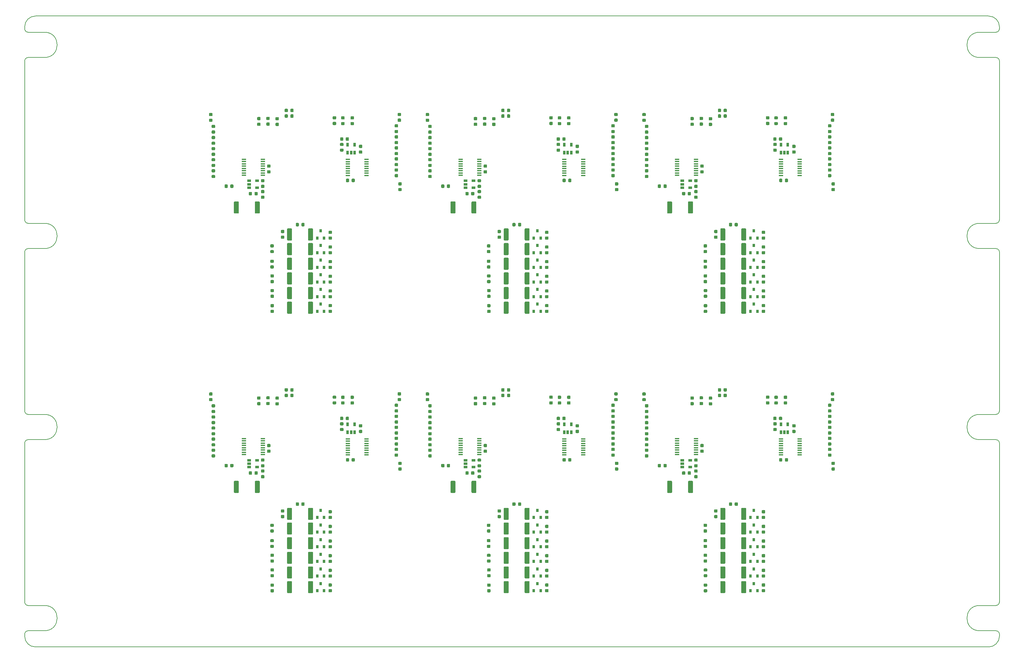
<source format=gbp>
G04 #@! TF.GenerationSoftware,KiCad,Pcbnew,(5.1.4)-1*
G04 #@! TF.CreationDate,2020-11-07T13:08:33+01:00*
G04 #@! TF.ProjectId,FPGA_nutzen,46504741-5f6e-4757-947a-656e2e6b6963,rev?*
G04 #@! TF.SameCoordinates,Original*
G04 #@! TF.FileFunction,Paste,Bot*
G04 #@! TF.FilePolarity,Positive*
%FSLAX46Y46*%
G04 Gerber Fmt 4.6, Leading zero omitted, Abs format (unit mm)*
G04 Created by KiCad (PCBNEW (5.1.4)-1) date 2020-11-07 13:08:33*
%MOMM*%
%LPD*%
G04 APERTURE LIST*
%ADD10C,0.150000*%
%ADD11C,0.100000*%
%ADD12C,0.875000*%
%ADD13R,1.200000X0.400000*%
%ADD14C,1.350000*%
%ADD15R,0.800000X0.900000*%
%ADD16R,1.060000X0.650000*%
%ADD17R,0.650000X1.060000*%
G04 APERTURE END LIST*
D10*
X17000000Y-15000000D02*
X281000000Y-15000000D01*
X17000000Y-190000000D02*
X281000000Y-190000000D01*
X14000000Y-133500000D02*
X14000000Y-177500000D01*
X15000000Y-178500000D02*
X19500000Y-178500000D01*
X19500000Y-125500000D02*
G75*
G02X19500000Y-132500000I0J-3500000D01*
G01*
X14000000Y-124500000D02*
X14000000Y-80500000D01*
X14000000Y-187000000D02*
X14000000Y-186500000D01*
X15000000Y-26500000D02*
X19500000Y-26500000D01*
X15000000Y-178500000D02*
G75*
G02X14000000Y-177500000I0J1000000D01*
G01*
X19500000Y-19500000D02*
G75*
G02X19500000Y-26500000I0J-3500000D01*
G01*
X14000000Y-27500000D02*
G75*
G02X15000000Y-26500000I1000000J0D01*
G01*
X14000000Y-80500000D02*
G75*
G02X15000000Y-79500000I1000000J0D01*
G01*
X19500000Y-72500000D02*
G75*
G02X19500000Y-79500000I0J-3500000D01*
G01*
X15000000Y-79500000D02*
X19500000Y-79500000D01*
X15000000Y-72500000D02*
G75*
G02X14000000Y-71500000I0J1000000D01*
G01*
X15000000Y-125500000D02*
G75*
G02X14000000Y-124500000I0J1000000D01*
G01*
X14000000Y-18500000D02*
X14000000Y-18000000D01*
X15000000Y-132500000D02*
X19500000Y-132500000D01*
X19500000Y-178500000D02*
G75*
G02X19500000Y-185500000I0J-3500000D01*
G01*
X15000000Y-185500000D02*
X19500000Y-185500000D01*
X15000000Y-125500000D02*
X19500000Y-125500000D01*
X14000000Y-133500000D02*
G75*
G02X15000000Y-132500000I1000000J0D01*
G01*
X15000000Y-72500000D02*
X19500000Y-72500000D01*
X14000000Y-186500000D02*
G75*
G02X15000000Y-185500000I1000000J0D01*
G01*
X14000000Y-71500000D02*
X14000000Y-27500000D01*
X15000000Y-19500000D02*
G75*
G02X14000000Y-18500000I0J1000000D01*
G01*
X15000000Y-19500000D02*
X19500000Y-19500000D01*
X284000000Y-71500000D02*
X284000000Y-27500000D01*
X284000000Y-80500000D02*
X284000000Y-124500000D01*
X284000000Y-133500000D02*
X284000000Y-177500000D01*
X284000000Y-18000000D02*
X284000000Y-18500000D01*
X278500000Y-26500000D02*
G75*
G02X278500000Y-19500000I0J3500000D01*
G01*
X283000000Y-26500000D02*
G75*
G02X284000000Y-27500000I0J-1000000D01*
G01*
X283000000Y-19500000D02*
X278500000Y-19500000D01*
X283000000Y-26500000D02*
X278500000Y-26500000D01*
X284000000Y-18500000D02*
G75*
G02X283000000Y-19500000I-1000000J0D01*
G01*
X284000000Y-71500000D02*
G75*
G02X283000000Y-72500000I-1000000J0D01*
G01*
X278500000Y-79500000D02*
G75*
G02X278500000Y-72500000I0J3500000D01*
G01*
X283000000Y-72500000D02*
X278500000Y-72500000D01*
X283000000Y-79500000D02*
G75*
G02X284000000Y-80500000I0J-1000000D01*
G01*
X283000000Y-79500000D02*
X278500000Y-79500000D01*
X283000000Y-125500000D02*
X278500000Y-125500000D01*
X278500000Y-132500000D02*
G75*
G02X278500000Y-125500000I0J3500000D01*
G01*
X284000000Y-124500000D02*
G75*
G02X283000000Y-125500000I-1000000J0D01*
G01*
X283000000Y-132500000D02*
G75*
G02X284000000Y-133500000I0J-1000000D01*
G01*
X283000000Y-132500000D02*
X278500000Y-132500000D01*
X284000000Y-186500000D02*
X284000000Y-187000000D01*
X283000000Y-178500000D02*
X278500000Y-178500000D01*
X283000000Y-185500000D02*
X278500000Y-185500000D01*
X278500000Y-185500000D02*
G75*
G02X278500000Y-178500000I0J3500000D01*
G01*
X284000000Y-177500000D02*
G75*
G02X283000000Y-178500000I-1000000J0D01*
G01*
X283000000Y-185500000D02*
G75*
G02X284000000Y-186500000I0J-1000000D01*
G01*
X284000000Y-187000000D02*
G75*
G02X281000000Y-190000000I-3000000J0D01*
G01*
X17000000Y-190000000D02*
G75*
G02X14000000Y-187000000I0J3000000D01*
G01*
X281000000Y-15000000D02*
G75*
G02X284000000Y-18000000I0J-3000000D01*
G01*
X14000000Y-18000000D02*
G75*
G02X17000000Y-15000000I3000000J0D01*
G01*
D11*
G36*
X200212891Y-140759153D02*
G01*
X200234126Y-140762303D01*
X200254950Y-140767519D01*
X200275162Y-140774751D01*
X200294568Y-140783930D01*
X200312981Y-140794966D01*
X200330224Y-140807754D01*
X200346130Y-140822170D01*
X200360546Y-140838076D01*
X200373334Y-140855319D01*
X200384370Y-140873732D01*
X200393549Y-140893138D01*
X200400781Y-140913350D01*
X200405997Y-140934174D01*
X200409147Y-140955409D01*
X200410200Y-140976850D01*
X200410200Y-141414350D01*
X200409147Y-141435791D01*
X200405997Y-141457026D01*
X200400781Y-141477850D01*
X200393549Y-141498062D01*
X200384370Y-141517468D01*
X200373334Y-141535881D01*
X200360546Y-141553124D01*
X200346130Y-141569030D01*
X200330224Y-141583446D01*
X200312981Y-141596234D01*
X200294568Y-141607270D01*
X200275162Y-141616449D01*
X200254950Y-141623681D01*
X200234126Y-141628897D01*
X200212891Y-141632047D01*
X200191450Y-141633100D01*
X199678950Y-141633100D01*
X199657509Y-141632047D01*
X199636274Y-141628897D01*
X199615450Y-141623681D01*
X199595238Y-141616449D01*
X199575832Y-141607270D01*
X199557419Y-141596234D01*
X199540176Y-141583446D01*
X199524270Y-141569030D01*
X199509854Y-141553124D01*
X199497066Y-141535881D01*
X199486030Y-141517468D01*
X199476851Y-141498062D01*
X199469619Y-141477850D01*
X199464403Y-141457026D01*
X199461253Y-141435791D01*
X199460200Y-141414350D01*
X199460200Y-140976850D01*
X199461253Y-140955409D01*
X199464403Y-140934174D01*
X199469619Y-140913350D01*
X199476851Y-140893138D01*
X199486030Y-140873732D01*
X199497066Y-140855319D01*
X199509854Y-140838076D01*
X199524270Y-140822170D01*
X199540176Y-140807754D01*
X199557419Y-140794966D01*
X199575832Y-140783930D01*
X199595238Y-140774751D01*
X199615450Y-140767519D01*
X199636274Y-140762303D01*
X199657509Y-140759153D01*
X199678950Y-140758100D01*
X200191450Y-140758100D01*
X200212891Y-140759153D01*
X200212891Y-140759153D01*
G37*
D12*
X199935200Y-141195600D03*
D11*
G36*
X200212891Y-142334153D02*
G01*
X200234126Y-142337303D01*
X200254950Y-142342519D01*
X200275162Y-142349751D01*
X200294568Y-142358930D01*
X200312981Y-142369966D01*
X200330224Y-142382754D01*
X200346130Y-142397170D01*
X200360546Y-142413076D01*
X200373334Y-142430319D01*
X200384370Y-142448732D01*
X200393549Y-142468138D01*
X200400781Y-142488350D01*
X200405997Y-142509174D01*
X200409147Y-142530409D01*
X200410200Y-142551850D01*
X200410200Y-142989350D01*
X200409147Y-143010791D01*
X200405997Y-143032026D01*
X200400781Y-143052850D01*
X200393549Y-143073062D01*
X200384370Y-143092468D01*
X200373334Y-143110881D01*
X200360546Y-143128124D01*
X200346130Y-143144030D01*
X200330224Y-143158446D01*
X200312981Y-143171234D01*
X200294568Y-143182270D01*
X200275162Y-143191449D01*
X200254950Y-143198681D01*
X200234126Y-143203897D01*
X200212891Y-143207047D01*
X200191450Y-143208100D01*
X199678950Y-143208100D01*
X199657509Y-143207047D01*
X199636274Y-143203897D01*
X199615450Y-143198681D01*
X199595238Y-143191449D01*
X199575832Y-143182270D01*
X199557419Y-143171234D01*
X199540176Y-143158446D01*
X199524270Y-143144030D01*
X199509854Y-143128124D01*
X199497066Y-143110881D01*
X199486030Y-143092468D01*
X199476851Y-143073062D01*
X199469619Y-143052850D01*
X199464403Y-143032026D01*
X199461253Y-143010791D01*
X199460200Y-142989350D01*
X199460200Y-142551850D01*
X199461253Y-142530409D01*
X199464403Y-142509174D01*
X199469619Y-142488350D01*
X199476851Y-142468138D01*
X199486030Y-142448732D01*
X199497066Y-142430319D01*
X199509854Y-142413076D01*
X199524270Y-142397170D01*
X199540176Y-142382754D01*
X199557419Y-142369966D01*
X199575832Y-142358930D01*
X199595238Y-142349751D01*
X199615450Y-142342519D01*
X199636274Y-142337303D01*
X199657509Y-142334153D01*
X199678950Y-142333100D01*
X200191450Y-142333100D01*
X200212891Y-142334153D01*
X200212891Y-142334153D01*
G37*
D12*
X199935200Y-142770600D03*
D11*
G36*
X140212891Y-140759153D02*
G01*
X140234126Y-140762303D01*
X140254950Y-140767519D01*
X140275162Y-140774751D01*
X140294568Y-140783930D01*
X140312981Y-140794966D01*
X140330224Y-140807754D01*
X140346130Y-140822170D01*
X140360546Y-140838076D01*
X140373334Y-140855319D01*
X140384370Y-140873732D01*
X140393549Y-140893138D01*
X140400781Y-140913350D01*
X140405997Y-140934174D01*
X140409147Y-140955409D01*
X140410200Y-140976850D01*
X140410200Y-141414350D01*
X140409147Y-141435791D01*
X140405997Y-141457026D01*
X140400781Y-141477850D01*
X140393549Y-141498062D01*
X140384370Y-141517468D01*
X140373334Y-141535881D01*
X140360546Y-141553124D01*
X140346130Y-141569030D01*
X140330224Y-141583446D01*
X140312981Y-141596234D01*
X140294568Y-141607270D01*
X140275162Y-141616449D01*
X140254950Y-141623681D01*
X140234126Y-141628897D01*
X140212891Y-141632047D01*
X140191450Y-141633100D01*
X139678950Y-141633100D01*
X139657509Y-141632047D01*
X139636274Y-141628897D01*
X139615450Y-141623681D01*
X139595238Y-141616449D01*
X139575832Y-141607270D01*
X139557419Y-141596234D01*
X139540176Y-141583446D01*
X139524270Y-141569030D01*
X139509854Y-141553124D01*
X139497066Y-141535881D01*
X139486030Y-141517468D01*
X139476851Y-141498062D01*
X139469619Y-141477850D01*
X139464403Y-141457026D01*
X139461253Y-141435791D01*
X139460200Y-141414350D01*
X139460200Y-140976850D01*
X139461253Y-140955409D01*
X139464403Y-140934174D01*
X139469619Y-140913350D01*
X139476851Y-140893138D01*
X139486030Y-140873732D01*
X139497066Y-140855319D01*
X139509854Y-140838076D01*
X139524270Y-140822170D01*
X139540176Y-140807754D01*
X139557419Y-140794966D01*
X139575832Y-140783930D01*
X139595238Y-140774751D01*
X139615450Y-140767519D01*
X139636274Y-140762303D01*
X139657509Y-140759153D01*
X139678950Y-140758100D01*
X140191450Y-140758100D01*
X140212891Y-140759153D01*
X140212891Y-140759153D01*
G37*
D12*
X139935200Y-141195600D03*
D11*
G36*
X140212891Y-142334153D02*
G01*
X140234126Y-142337303D01*
X140254950Y-142342519D01*
X140275162Y-142349751D01*
X140294568Y-142358930D01*
X140312981Y-142369966D01*
X140330224Y-142382754D01*
X140346130Y-142397170D01*
X140360546Y-142413076D01*
X140373334Y-142430319D01*
X140384370Y-142448732D01*
X140393549Y-142468138D01*
X140400781Y-142488350D01*
X140405997Y-142509174D01*
X140409147Y-142530409D01*
X140410200Y-142551850D01*
X140410200Y-142989350D01*
X140409147Y-143010791D01*
X140405997Y-143032026D01*
X140400781Y-143052850D01*
X140393549Y-143073062D01*
X140384370Y-143092468D01*
X140373334Y-143110881D01*
X140360546Y-143128124D01*
X140346130Y-143144030D01*
X140330224Y-143158446D01*
X140312981Y-143171234D01*
X140294568Y-143182270D01*
X140275162Y-143191449D01*
X140254950Y-143198681D01*
X140234126Y-143203897D01*
X140212891Y-143207047D01*
X140191450Y-143208100D01*
X139678950Y-143208100D01*
X139657509Y-143207047D01*
X139636274Y-143203897D01*
X139615450Y-143198681D01*
X139595238Y-143191449D01*
X139575832Y-143182270D01*
X139557419Y-143171234D01*
X139540176Y-143158446D01*
X139524270Y-143144030D01*
X139509854Y-143128124D01*
X139497066Y-143110881D01*
X139486030Y-143092468D01*
X139476851Y-143073062D01*
X139469619Y-143052850D01*
X139464403Y-143032026D01*
X139461253Y-143010791D01*
X139460200Y-142989350D01*
X139460200Y-142551850D01*
X139461253Y-142530409D01*
X139464403Y-142509174D01*
X139469619Y-142488350D01*
X139476851Y-142468138D01*
X139486030Y-142448732D01*
X139497066Y-142430319D01*
X139509854Y-142413076D01*
X139524270Y-142397170D01*
X139540176Y-142382754D01*
X139557419Y-142369966D01*
X139575832Y-142358930D01*
X139595238Y-142349751D01*
X139615450Y-142342519D01*
X139636274Y-142337303D01*
X139657509Y-142334153D01*
X139678950Y-142333100D01*
X140191450Y-142333100D01*
X140212891Y-142334153D01*
X140212891Y-142334153D01*
G37*
D12*
X139935200Y-142770600D03*
D11*
G36*
X80212891Y-140759153D02*
G01*
X80234126Y-140762303D01*
X80254950Y-140767519D01*
X80275162Y-140774751D01*
X80294568Y-140783930D01*
X80312981Y-140794966D01*
X80330224Y-140807754D01*
X80346130Y-140822170D01*
X80360546Y-140838076D01*
X80373334Y-140855319D01*
X80384370Y-140873732D01*
X80393549Y-140893138D01*
X80400781Y-140913350D01*
X80405997Y-140934174D01*
X80409147Y-140955409D01*
X80410200Y-140976850D01*
X80410200Y-141414350D01*
X80409147Y-141435791D01*
X80405997Y-141457026D01*
X80400781Y-141477850D01*
X80393549Y-141498062D01*
X80384370Y-141517468D01*
X80373334Y-141535881D01*
X80360546Y-141553124D01*
X80346130Y-141569030D01*
X80330224Y-141583446D01*
X80312981Y-141596234D01*
X80294568Y-141607270D01*
X80275162Y-141616449D01*
X80254950Y-141623681D01*
X80234126Y-141628897D01*
X80212891Y-141632047D01*
X80191450Y-141633100D01*
X79678950Y-141633100D01*
X79657509Y-141632047D01*
X79636274Y-141628897D01*
X79615450Y-141623681D01*
X79595238Y-141616449D01*
X79575832Y-141607270D01*
X79557419Y-141596234D01*
X79540176Y-141583446D01*
X79524270Y-141569030D01*
X79509854Y-141553124D01*
X79497066Y-141535881D01*
X79486030Y-141517468D01*
X79476851Y-141498062D01*
X79469619Y-141477850D01*
X79464403Y-141457026D01*
X79461253Y-141435791D01*
X79460200Y-141414350D01*
X79460200Y-140976850D01*
X79461253Y-140955409D01*
X79464403Y-140934174D01*
X79469619Y-140913350D01*
X79476851Y-140893138D01*
X79486030Y-140873732D01*
X79497066Y-140855319D01*
X79509854Y-140838076D01*
X79524270Y-140822170D01*
X79540176Y-140807754D01*
X79557419Y-140794966D01*
X79575832Y-140783930D01*
X79595238Y-140774751D01*
X79615450Y-140767519D01*
X79636274Y-140762303D01*
X79657509Y-140759153D01*
X79678950Y-140758100D01*
X80191450Y-140758100D01*
X80212891Y-140759153D01*
X80212891Y-140759153D01*
G37*
D12*
X79935200Y-141195600D03*
D11*
G36*
X80212891Y-142334153D02*
G01*
X80234126Y-142337303D01*
X80254950Y-142342519D01*
X80275162Y-142349751D01*
X80294568Y-142358930D01*
X80312981Y-142369966D01*
X80330224Y-142382754D01*
X80346130Y-142397170D01*
X80360546Y-142413076D01*
X80373334Y-142430319D01*
X80384370Y-142448732D01*
X80393549Y-142468138D01*
X80400781Y-142488350D01*
X80405997Y-142509174D01*
X80409147Y-142530409D01*
X80410200Y-142551850D01*
X80410200Y-142989350D01*
X80409147Y-143010791D01*
X80405997Y-143032026D01*
X80400781Y-143052850D01*
X80393549Y-143073062D01*
X80384370Y-143092468D01*
X80373334Y-143110881D01*
X80360546Y-143128124D01*
X80346130Y-143144030D01*
X80330224Y-143158446D01*
X80312981Y-143171234D01*
X80294568Y-143182270D01*
X80275162Y-143191449D01*
X80254950Y-143198681D01*
X80234126Y-143203897D01*
X80212891Y-143207047D01*
X80191450Y-143208100D01*
X79678950Y-143208100D01*
X79657509Y-143207047D01*
X79636274Y-143203897D01*
X79615450Y-143198681D01*
X79595238Y-143191449D01*
X79575832Y-143182270D01*
X79557419Y-143171234D01*
X79540176Y-143158446D01*
X79524270Y-143144030D01*
X79509854Y-143128124D01*
X79497066Y-143110881D01*
X79486030Y-143092468D01*
X79476851Y-143073062D01*
X79469619Y-143052850D01*
X79464403Y-143032026D01*
X79461253Y-143010791D01*
X79460200Y-142989350D01*
X79460200Y-142551850D01*
X79461253Y-142530409D01*
X79464403Y-142509174D01*
X79469619Y-142488350D01*
X79476851Y-142468138D01*
X79486030Y-142448732D01*
X79497066Y-142430319D01*
X79509854Y-142413076D01*
X79524270Y-142397170D01*
X79540176Y-142382754D01*
X79557419Y-142369966D01*
X79575832Y-142358930D01*
X79595238Y-142349751D01*
X79615450Y-142342519D01*
X79636274Y-142337303D01*
X79657509Y-142334153D01*
X79678950Y-142333100D01*
X80191450Y-142333100D01*
X80212891Y-142334153D01*
X80212891Y-142334153D01*
G37*
D12*
X79935200Y-142770600D03*
D11*
G36*
X200212891Y-63259153D02*
G01*
X200234126Y-63262303D01*
X200254950Y-63267519D01*
X200275162Y-63274751D01*
X200294568Y-63283930D01*
X200312981Y-63294966D01*
X200330224Y-63307754D01*
X200346130Y-63322170D01*
X200360546Y-63338076D01*
X200373334Y-63355319D01*
X200384370Y-63373732D01*
X200393549Y-63393138D01*
X200400781Y-63413350D01*
X200405997Y-63434174D01*
X200409147Y-63455409D01*
X200410200Y-63476850D01*
X200410200Y-63914350D01*
X200409147Y-63935791D01*
X200405997Y-63957026D01*
X200400781Y-63977850D01*
X200393549Y-63998062D01*
X200384370Y-64017468D01*
X200373334Y-64035881D01*
X200360546Y-64053124D01*
X200346130Y-64069030D01*
X200330224Y-64083446D01*
X200312981Y-64096234D01*
X200294568Y-64107270D01*
X200275162Y-64116449D01*
X200254950Y-64123681D01*
X200234126Y-64128897D01*
X200212891Y-64132047D01*
X200191450Y-64133100D01*
X199678950Y-64133100D01*
X199657509Y-64132047D01*
X199636274Y-64128897D01*
X199615450Y-64123681D01*
X199595238Y-64116449D01*
X199575832Y-64107270D01*
X199557419Y-64096234D01*
X199540176Y-64083446D01*
X199524270Y-64069030D01*
X199509854Y-64053124D01*
X199497066Y-64035881D01*
X199486030Y-64017468D01*
X199476851Y-63998062D01*
X199469619Y-63977850D01*
X199464403Y-63957026D01*
X199461253Y-63935791D01*
X199460200Y-63914350D01*
X199460200Y-63476850D01*
X199461253Y-63455409D01*
X199464403Y-63434174D01*
X199469619Y-63413350D01*
X199476851Y-63393138D01*
X199486030Y-63373732D01*
X199497066Y-63355319D01*
X199509854Y-63338076D01*
X199524270Y-63322170D01*
X199540176Y-63307754D01*
X199557419Y-63294966D01*
X199575832Y-63283930D01*
X199595238Y-63274751D01*
X199615450Y-63267519D01*
X199636274Y-63262303D01*
X199657509Y-63259153D01*
X199678950Y-63258100D01*
X200191450Y-63258100D01*
X200212891Y-63259153D01*
X200212891Y-63259153D01*
G37*
D12*
X199935200Y-63695600D03*
D11*
G36*
X200212891Y-64834153D02*
G01*
X200234126Y-64837303D01*
X200254950Y-64842519D01*
X200275162Y-64849751D01*
X200294568Y-64858930D01*
X200312981Y-64869966D01*
X200330224Y-64882754D01*
X200346130Y-64897170D01*
X200360546Y-64913076D01*
X200373334Y-64930319D01*
X200384370Y-64948732D01*
X200393549Y-64968138D01*
X200400781Y-64988350D01*
X200405997Y-65009174D01*
X200409147Y-65030409D01*
X200410200Y-65051850D01*
X200410200Y-65489350D01*
X200409147Y-65510791D01*
X200405997Y-65532026D01*
X200400781Y-65552850D01*
X200393549Y-65573062D01*
X200384370Y-65592468D01*
X200373334Y-65610881D01*
X200360546Y-65628124D01*
X200346130Y-65644030D01*
X200330224Y-65658446D01*
X200312981Y-65671234D01*
X200294568Y-65682270D01*
X200275162Y-65691449D01*
X200254950Y-65698681D01*
X200234126Y-65703897D01*
X200212891Y-65707047D01*
X200191450Y-65708100D01*
X199678950Y-65708100D01*
X199657509Y-65707047D01*
X199636274Y-65703897D01*
X199615450Y-65698681D01*
X199595238Y-65691449D01*
X199575832Y-65682270D01*
X199557419Y-65671234D01*
X199540176Y-65658446D01*
X199524270Y-65644030D01*
X199509854Y-65628124D01*
X199497066Y-65610881D01*
X199486030Y-65592468D01*
X199476851Y-65573062D01*
X199469619Y-65552850D01*
X199464403Y-65532026D01*
X199461253Y-65510791D01*
X199460200Y-65489350D01*
X199460200Y-65051850D01*
X199461253Y-65030409D01*
X199464403Y-65009174D01*
X199469619Y-64988350D01*
X199476851Y-64968138D01*
X199486030Y-64948732D01*
X199497066Y-64930319D01*
X199509854Y-64913076D01*
X199524270Y-64897170D01*
X199540176Y-64882754D01*
X199557419Y-64869966D01*
X199575832Y-64858930D01*
X199595238Y-64849751D01*
X199615450Y-64842519D01*
X199636274Y-64837303D01*
X199657509Y-64834153D01*
X199678950Y-64833100D01*
X200191450Y-64833100D01*
X200212891Y-64834153D01*
X200212891Y-64834153D01*
G37*
D12*
X199935200Y-65270600D03*
D11*
G36*
X140212891Y-63259153D02*
G01*
X140234126Y-63262303D01*
X140254950Y-63267519D01*
X140275162Y-63274751D01*
X140294568Y-63283930D01*
X140312981Y-63294966D01*
X140330224Y-63307754D01*
X140346130Y-63322170D01*
X140360546Y-63338076D01*
X140373334Y-63355319D01*
X140384370Y-63373732D01*
X140393549Y-63393138D01*
X140400781Y-63413350D01*
X140405997Y-63434174D01*
X140409147Y-63455409D01*
X140410200Y-63476850D01*
X140410200Y-63914350D01*
X140409147Y-63935791D01*
X140405997Y-63957026D01*
X140400781Y-63977850D01*
X140393549Y-63998062D01*
X140384370Y-64017468D01*
X140373334Y-64035881D01*
X140360546Y-64053124D01*
X140346130Y-64069030D01*
X140330224Y-64083446D01*
X140312981Y-64096234D01*
X140294568Y-64107270D01*
X140275162Y-64116449D01*
X140254950Y-64123681D01*
X140234126Y-64128897D01*
X140212891Y-64132047D01*
X140191450Y-64133100D01*
X139678950Y-64133100D01*
X139657509Y-64132047D01*
X139636274Y-64128897D01*
X139615450Y-64123681D01*
X139595238Y-64116449D01*
X139575832Y-64107270D01*
X139557419Y-64096234D01*
X139540176Y-64083446D01*
X139524270Y-64069030D01*
X139509854Y-64053124D01*
X139497066Y-64035881D01*
X139486030Y-64017468D01*
X139476851Y-63998062D01*
X139469619Y-63977850D01*
X139464403Y-63957026D01*
X139461253Y-63935791D01*
X139460200Y-63914350D01*
X139460200Y-63476850D01*
X139461253Y-63455409D01*
X139464403Y-63434174D01*
X139469619Y-63413350D01*
X139476851Y-63393138D01*
X139486030Y-63373732D01*
X139497066Y-63355319D01*
X139509854Y-63338076D01*
X139524270Y-63322170D01*
X139540176Y-63307754D01*
X139557419Y-63294966D01*
X139575832Y-63283930D01*
X139595238Y-63274751D01*
X139615450Y-63267519D01*
X139636274Y-63262303D01*
X139657509Y-63259153D01*
X139678950Y-63258100D01*
X140191450Y-63258100D01*
X140212891Y-63259153D01*
X140212891Y-63259153D01*
G37*
D12*
X139935200Y-63695600D03*
D11*
G36*
X140212891Y-64834153D02*
G01*
X140234126Y-64837303D01*
X140254950Y-64842519D01*
X140275162Y-64849751D01*
X140294568Y-64858930D01*
X140312981Y-64869966D01*
X140330224Y-64882754D01*
X140346130Y-64897170D01*
X140360546Y-64913076D01*
X140373334Y-64930319D01*
X140384370Y-64948732D01*
X140393549Y-64968138D01*
X140400781Y-64988350D01*
X140405997Y-65009174D01*
X140409147Y-65030409D01*
X140410200Y-65051850D01*
X140410200Y-65489350D01*
X140409147Y-65510791D01*
X140405997Y-65532026D01*
X140400781Y-65552850D01*
X140393549Y-65573062D01*
X140384370Y-65592468D01*
X140373334Y-65610881D01*
X140360546Y-65628124D01*
X140346130Y-65644030D01*
X140330224Y-65658446D01*
X140312981Y-65671234D01*
X140294568Y-65682270D01*
X140275162Y-65691449D01*
X140254950Y-65698681D01*
X140234126Y-65703897D01*
X140212891Y-65707047D01*
X140191450Y-65708100D01*
X139678950Y-65708100D01*
X139657509Y-65707047D01*
X139636274Y-65703897D01*
X139615450Y-65698681D01*
X139595238Y-65691449D01*
X139575832Y-65682270D01*
X139557419Y-65671234D01*
X139540176Y-65658446D01*
X139524270Y-65644030D01*
X139509854Y-65628124D01*
X139497066Y-65610881D01*
X139486030Y-65592468D01*
X139476851Y-65573062D01*
X139469619Y-65552850D01*
X139464403Y-65532026D01*
X139461253Y-65510791D01*
X139460200Y-65489350D01*
X139460200Y-65051850D01*
X139461253Y-65030409D01*
X139464403Y-65009174D01*
X139469619Y-64988350D01*
X139476851Y-64968138D01*
X139486030Y-64948732D01*
X139497066Y-64930319D01*
X139509854Y-64913076D01*
X139524270Y-64897170D01*
X139540176Y-64882754D01*
X139557419Y-64869966D01*
X139575832Y-64858930D01*
X139595238Y-64849751D01*
X139615450Y-64842519D01*
X139636274Y-64837303D01*
X139657509Y-64834153D01*
X139678950Y-64833100D01*
X140191450Y-64833100D01*
X140212891Y-64834153D01*
X140212891Y-64834153D01*
G37*
D12*
X139935200Y-65270600D03*
D11*
G36*
X227340091Y-128211753D02*
G01*
X227361326Y-128214903D01*
X227382150Y-128220119D01*
X227402362Y-128227351D01*
X227421768Y-128236530D01*
X227440181Y-128247566D01*
X227457424Y-128260354D01*
X227473330Y-128274770D01*
X227487746Y-128290676D01*
X227500534Y-128307919D01*
X227511570Y-128326332D01*
X227520749Y-128345738D01*
X227527981Y-128365950D01*
X227533197Y-128386774D01*
X227536347Y-128408009D01*
X227537400Y-128429450D01*
X227537400Y-128866950D01*
X227536347Y-128888391D01*
X227533197Y-128909626D01*
X227527981Y-128930450D01*
X227520749Y-128950662D01*
X227511570Y-128970068D01*
X227500534Y-128988481D01*
X227487746Y-129005724D01*
X227473330Y-129021630D01*
X227457424Y-129036046D01*
X227440181Y-129048834D01*
X227421768Y-129059870D01*
X227402362Y-129069049D01*
X227382150Y-129076281D01*
X227361326Y-129081497D01*
X227340091Y-129084647D01*
X227318650Y-129085700D01*
X226806150Y-129085700D01*
X226784709Y-129084647D01*
X226763474Y-129081497D01*
X226742650Y-129076281D01*
X226722438Y-129069049D01*
X226703032Y-129059870D01*
X226684619Y-129048834D01*
X226667376Y-129036046D01*
X226651470Y-129021630D01*
X226637054Y-129005724D01*
X226624266Y-128988481D01*
X226613230Y-128970068D01*
X226604051Y-128950662D01*
X226596819Y-128930450D01*
X226591603Y-128909626D01*
X226588453Y-128888391D01*
X226587400Y-128866950D01*
X226587400Y-128429450D01*
X226588453Y-128408009D01*
X226591603Y-128386774D01*
X226596819Y-128365950D01*
X226604051Y-128345738D01*
X226613230Y-128326332D01*
X226624266Y-128307919D01*
X226637054Y-128290676D01*
X226651470Y-128274770D01*
X226667376Y-128260354D01*
X226684619Y-128247566D01*
X226703032Y-128236530D01*
X226722438Y-128227351D01*
X226742650Y-128220119D01*
X226763474Y-128214903D01*
X226784709Y-128211753D01*
X226806150Y-128210700D01*
X227318650Y-128210700D01*
X227340091Y-128211753D01*
X227340091Y-128211753D01*
G37*
D12*
X227062400Y-128648200D03*
D11*
G36*
X227340091Y-129786753D02*
G01*
X227361326Y-129789903D01*
X227382150Y-129795119D01*
X227402362Y-129802351D01*
X227421768Y-129811530D01*
X227440181Y-129822566D01*
X227457424Y-129835354D01*
X227473330Y-129849770D01*
X227487746Y-129865676D01*
X227500534Y-129882919D01*
X227511570Y-129901332D01*
X227520749Y-129920738D01*
X227527981Y-129940950D01*
X227533197Y-129961774D01*
X227536347Y-129983009D01*
X227537400Y-130004450D01*
X227537400Y-130441950D01*
X227536347Y-130463391D01*
X227533197Y-130484626D01*
X227527981Y-130505450D01*
X227520749Y-130525662D01*
X227511570Y-130545068D01*
X227500534Y-130563481D01*
X227487746Y-130580724D01*
X227473330Y-130596630D01*
X227457424Y-130611046D01*
X227440181Y-130623834D01*
X227421768Y-130634870D01*
X227402362Y-130644049D01*
X227382150Y-130651281D01*
X227361326Y-130656497D01*
X227340091Y-130659647D01*
X227318650Y-130660700D01*
X226806150Y-130660700D01*
X226784709Y-130659647D01*
X226763474Y-130656497D01*
X226742650Y-130651281D01*
X226722438Y-130644049D01*
X226703032Y-130634870D01*
X226684619Y-130623834D01*
X226667376Y-130611046D01*
X226651470Y-130596630D01*
X226637054Y-130580724D01*
X226624266Y-130563481D01*
X226613230Y-130545068D01*
X226604051Y-130525662D01*
X226596819Y-130505450D01*
X226591603Y-130484626D01*
X226588453Y-130463391D01*
X226587400Y-130441950D01*
X226587400Y-130004450D01*
X226588453Y-129983009D01*
X226591603Y-129961774D01*
X226596819Y-129940950D01*
X226604051Y-129920738D01*
X226613230Y-129901332D01*
X226624266Y-129882919D01*
X226637054Y-129865676D01*
X226651470Y-129849770D01*
X226667376Y-129835354D01*
X226684619Y-129822566D01*
X226703032Y-129811530D01*
X226722438Y-129802351D01*
X226742650Y-129795119D01*
X226763474Y-129789903D01*
X226784709Y-129786753D01*
X226806150Y-129785700D01*
X227318650Y-129785700D01*
X227340091Y-129786753D01*
X227340091Y-129786753D01*
G37*
D12*
X227062400Y-130223200D03*
D11*
G36*
X167340091Y-128211753D02*
G01*
X167361326Y-128214903D01*
X167382150Y-128220119D01*
X167402362Y-128227351D01*
X167421768Y-128236530D01*
X167440181Y-128247566D01*
X167457424Y-128260354D01*
X167473330Y-128274770D01*
X167487746Y-128290676D01*
X167500534Y-128307919D01*
X167511570Y-128326332D01*
X167520749Y-128345738D01*
X167527981Y-128365950D01*
X167533197Y-128386774D01*
X167536347Y-128408009D01*
X167537400Y-128429450D01*
X167537400Y-128866950D01*
X167536347Y-128888391D01*
X167533197Y-128909626D01*
X167527981Y-128930450D01*
X167520749Y-128950662D01*
X167511570Y-128970068D01*
X167500534Y-128988481D01*
X167487746Y-129005724D01*
X167473330Y-129021630D01*
X167457424Y-129036046D01*
X167440181Y-129048834D01*
X167421768Y-129059870D01*
X167402362Y-129069049D01*
X167382150Y-129076281D01*
X167361326Y-129081497D01*
X167340091Y-129084647D01*
X167318650Y-129085700D01*
X166806150Y-129085700D01*
X166784709Y-129084647D01*
X166763474Y-129081497D01*
X166742650Y-129076281D01*
X166722438Y-129069049D01*
X166703032Y-129059870D01*
X166684619Y-129048834D01*
X166667376Y-129036046D01*
X166651470Y-129021630D01*
X166637054Y-129005724D01*
X166624266Y-128988481D01*
X166613230Y-128970068D01*
X166604051Y-128950662D01*
X166596819Y-128930450D01*
X166591603Y-128909626D01*
X166588453Y-128888391D01*
X166587400Y-128866950D01*
X166587400Y-128429450D01*
X166588453Y-128408009D01*
X166591603Y-128386774D01*
X166596819Y-128365950D01*
X166604051Y-128345738D01*
X166613230Y-128326332D01*
X166624266Y-128307919D01*
X166637054Y-128290676D01*
X166651470Y-128274770D01*
X166667376Y-128260354D01*
X166684619Y-128247566D01*
X166703032Y-128236530D01*
X166722438Y-128227351D01*
X166742650Y-128220119D01*
X166763474Y-128214903D01*
X166784709Y-128211753D01*
X166806150Y-128210700D01*
X167318650Y-128210700D01*
X167340091Y-128211753D01*
X167340091Y-128211753D01*
G37*
D12*
X167062400Y-128648200D03*
D11*
G36*
X167340091Y-129786753D02*
G01*
X167361326Y-129789903D01*
X167382150Y-129795119D01*
X167402362Y-129802351D01*
X167421768Y-129811530D01*
X167440181Y-129822566D01*
X167457424Y-129835354D01*
X167473330Y-129849770D01*
X167487746Y-129865676D01*
X167500534Y-129882919D01*
X167511570Y-129901332D01*
X167520749Y-129920738D01*
X167527981Y-129940950D01*
X167533197Y-129961774D01*
X167536347Y-129983009D01*
X167537400Y-130004450D01*
X167537400Y-130441950D01*
X167536347Y-130463391D01*
X167533197Y-130484626D01*
X167527981Y-130505450D01*
X167520749Y-130525662D01*
X167511570Y-130545068D01*
X167500534Y-130563481D01*
X167487746Y-130580724D01*
X167473330Y-130596630D01*
X167457424Y-130611046D01*
X167440181Y-130623834D01*
X167421768Y-130634870D01*
X167402362Y-130644049D01*
X167382150Y-130651281D01*
X167361326Y-130656497D01*
X167340091Y-130659647D01*
X167318650Y-130660700D01*
X166806150Y-130660700D01*
X166784709Y-130659647D01*
X166763474Y-130656497D01*
X166742650Y-130651281D01*
X166722438Y-130644049D01*
X166703032Y-130634870D01*
X166684619Y-130623834D01*
X166667376Y-130611046D01*
X166651470Y-130596630D01*
X166637054Y-130580724D01*
X166624266Y-130563481D01*
X166613230Y-130545068D01*
X166604051Y-130525662D01*
X166596819Y-130505450D01*
X166591603Y-130484626D01*
X166588453Y-130463391D01*
X166587400Y-130441950D01*
X166587400Y-130004450D01*
X166588453Y-129983009D01*
X166591603Y-129961774D01*
X166596819Y-129940950D01*
X166604051Y-129920738D01*
X166613230Y-129901332D01*
X166624266Y-129882919D01*
X166637054Y-129865676D01*
X166651470Y-129849770D01*
X166667376Y-129835354D01*
X166684619Y-129822566D01*
X166703032Y-129811530D01*
X166722438Y-129802351D01*
X166742650Y-129795119D01*
X166763474Y-129789903D01*
X166784709Y-129786753D01*
X166806150Y-129785700D01*
X167318650Y-129785700D01*
X167340091Y-129786753D01*
X167340091Y-129786753D01*
G37*
D12*
X167062400Y-130223200D03*
D11*
G36*
X107340091Y-128211753D02*
G01*
X107361326Y-128214903D01*
X107382150Y-128220119D01*
X107402362Y-128227351D01*
X107421768Y-128236530D01*
X107440181Y-128247566D01*
X107457424Y-128260354D01*
X107473330Y-128274770D01*
X107487746Y-128290676D01*
X107500534Y-128307919D01*
X107511570Y-128326332D01*
X107520749Y-128345738D01*
X107527981Y-128365950D01*
X107533197Y-128386774D01*
X107536347Y-128408009D01*
X107537400Y-128429450D01*
X107537400Y-128866950D01*
X107536347Y-128888391D01*
X107533197Y-128909626D01*
X107527981Y-128930450D01*
X107520749Y-128950662D01*
X107511570Y-128970068D01*
X107500534Y-128988481D01*
X107487746Y-129005724D01*
X107473330Y-129021630D01*
X107457424Y-129036046D01*
X107440181Y-129048834D01*
X107421768Y-129059870D01*
X107402362Y-129069049D01*
X107382150Y-129076281D01*
X107361326Y-129081497D01*
X107340091Y-129084647D01*
X107318650Y-129085700D01*
X106806150Y-129085700D01*
X106784709Y-129084647D01*
X106763474Y-129081497D01*
X106742650Y-129076281D01*
X106722438Y-129069049D01*
X106703032Y-129059870D01*
X106684619Y-129048834D01*
X106667376Y-129036046D01*
X106651470Y-129021630D01*
X106637054Y-129005724D01*
X106624266Y-128988481D01*
X106613230Y-128970068D01*
X106604051Y-128950662D01*
X106596819Y-128930450D01*
X106591603Y-128909626D01*
X106588453Y-128888391D01*
X106587400Y-128866950D01*
X106587400Y-128429450D01*
X106588453Y-128408009D01*
X106591603Y-128386774D01*
X106596819Y-128365950D01*
X106604051Y-128345738D01*
X106613230Y-128326332D01*
X106624266Y-128307919D01*
X106637054Y-128290676D01*
X106651470Y-128274770D01*
X106667376Y-128260354D01*
X106684619Y-128247566D01*
X106703032Y-128236530D01*
X106722438Y-128227351D01*
X106742650Y-128220119D01*
X106763474Y-128214903D01*
X106784709Y-128211753D01*
X106806150Y-128210700D01*
X107318650Y-128210700D01*
X107340091Y-128211753D01*
X107340091Y-128211753D01*
G37*
D12*
X107062400Y-128648200D03*
D11*
G36*
X107340091Y-129786753D02*
G01*
X107361326Y-129789903D01*
X107382150Y-129795119D01*
X107402362Y-129802351D01*
X107421768Y-129811530D01*
X107440181Y-129822566D01*
X107457424Y-129835354D01*
X107473330Y-129849770D01*
X107487746Y-129865676D01*
X107500534Y-129882919D01*
X107511570Y-129901332D01*
X107520749Y-129920738D01*
X107527981Y-129940950D01*
X107533197Y-129961774D01*
X107536347Y-129983009D01*
X107537400Y-130004450D01*
X107537400Y-130441950D01*
X107536347Y-130463391D01*
X107533197Y-130484626D01*
X107527981Y-130505450D01*
X107520749Y-130525662D01*
X107511570Y-130545068D01*
X107500534Y-130563481D01*
X107487746Y-130580724D01*
X107473330Y-130596630D01*
X107457424Y-130611046D01*
X107440181Y-130623834D01*
X107421768Y-130634870D01*
X107402362Y-130644049D01*
X107382150Y-130651281D01*
X107361326Y-130656497D01*
X107340091Y-130659647D01*
X107318650Y-130660700D01*
X106806150Y-130660700D01*
X106784709Y-130659647D01*
X106763474Y-130656497D01*
X106742650Y-130651281D01*
X106722438Y-130644049D01*
X106703032Y-130634870D01*
X106684619Y-130623834D01*
X106667376Y-130611046D01*
X106651470Y-130596630D01*
X106637054Y-130580724D01*
X106624266Y-130563481D01*
X106613230Y-130545068D01*
X106604051Y-130525662D01*
X106596819Y-130505450D01*
X106591603Y-130484626D01*
X106588453Y-130463391D01*
X106587400Y-130441950D01*
X106587400Y-130004450D01*
X106588453Y-129983009D01*
X106591603Y-129961774D01*
X106596819Y-129940950D01*
X106604051Y-129920738D01*
X106613230Y-129901332D01*
X106624266Y-129882919D01*
X106637054Y-129865676D01*
X106651470Y-129849770D01*
X106667376Y-129835354D01*
X106684619Y-129822566D01*
X106703032Y-129811530D01*
X106722438Y-129802351D01*
X106742650Y-129795119D01*
X106763474Y-129789903D01*
X106784709Y-129786753D01*
X106806150Y-129785700D01*
X107318650Y-129785700D01*
X107340091Y-129786753D01*
X107340091Y-129786753D01*
G37*
D12*
X107062400Y-130223200D03*
D11*
G36*
X227340091Y-50711753D02*
G01*
X227361326Y-50714903D01*
X227382150Y-50720119D01*
X227402362Y-50727351D01*
X227421768Y-50736530D01*
X227440181Y-50747566D01*
X227457424Y-50760354D01*
X227473330Y-50774770D01*
X227487746Y-50790676D01*
X227500534Y-50807919D01*
X227511570Y-50826332D01*
X227520749Y-50845738D01*
X227527981Y-50865950D01*
X227533197Y-50886774D01*
X227536347Y-50908009D01*
X227537400Y-50929450D01*
X227537400Y-51366950D01*
X227536347Y-51388391D01*
X227533197Y-51409626D01*
X227527981Y-51430450D01*
X227520749Y-51450662D01*
X227511570Y-51470068D01*
X227500534Y-51488481D01*
X227487746Y-51505724D01*
X227473330Y-51521630D01*
X227457424Y-51536046D01*
X227440181Y-51548834D01*
X227421768Y-51559870D01*
X227402362Y-51569049D01*
X227382150Y-51576281D01*
X227361326Y-51581497D01*
X227340091Y-51584647D01*
X227318650Y-51585700D01*
X226806150Y-51585700D01*
X226784709Y-51584647D01*
X226763474Y-51581497D01*
X226742650Y-51576281D01*
X226722438Y-51569049D01*
X226703032Y-51559870D01*
X226684619Y-51548834D01*
X226667376Y-51536046D01*
X226651470Y-51521630D01*
X226637054Y-51505724D01*
X226624266Y-51488481D01*
X226613230Y-51470068D01*
X226604051Y-51450662D01*
X226596819Y-51430450D01*
X226591603Y-51409626D01*
X226588453Y-51388391D01*
X226587400Y-51366950D01*
X226587400Y-50929450D01*
X226588453Y-50908009D01*
X226591603Y-50886774D01*
X226596819Y-50865950D01*
X226604051Y-50845738D01*
X226613230Y-50826332D01*
X226624266Y-50807919D01*
X226637054Y-50790676D01*
X226651470Y-50774770D01*
X226667376Y-50760354D01*
X226684619Y-50747566D01*
X226703032Y-50736530D01*
X226722438Y-50727351D01*
X226742650Y-50720119D01*
X226763474Y-50714903D01*
X226784709Y-50711753D01*
X226806150Y-50710700D01*
X227318650Y-50710700D01*
X227340091Y-50711753D01*
X227340091Y-50711753D01*
G37*
D12*
X227062400Y-51148200D03*
D11*
G36*
X227340091Y-52286753D02*
G01*
X227361326Y-52289903D01*
X227382150Y-52295119D01*
X227402362Y-52302351D01*
X227421768Y-52311530D01*
X227440181Y-52322566D01*
X227457424Y-52335354D01*
X227473330Y-52349770D01*
X227487746Y-52365676D01*
X227500534Y-52382919D01*
X227511570Y-52401332D01*
X227520749Y-52420738D01*
X227527981Y-52440950D01*
X227533197Y-52461774D01*
X227536347Y-52483009D01*
X227537400Y-52504450D01*
X227537400Y-52941950D01*
X227536347Y-52963391D01*
X227533197Y-52984626D01*
X227527981Y-53005450D01*
X227520749Y-53025662D01*
X227511570Y-53045068D01*
X227500534Y-53063481D01*
X227487746Y-53080724D01*
X227473330Y-53096630D01*
X227457424Y-53111046D01*
X227440181Y-53123834D01*
X227421768Y-53134870D01*
X227402362Y-53144049D01*
X227382150Y-53151281D01*
X227361326Y-53156497D01*
X227340091Y-53159647D01*
X227318650Y-53160700D01*
X226806150Y-53160700D01*
X226784709Y-53159647D01*
X226763474Y-53156497D01*
X226742650Y-53151281D01*
X226722438Y-53144049D01*
X226703032Y-53134870D01*
X226684619Y-53123834D01*
X226667376Y-53111046D01*
X226651470Y-53096630D01*
X226637054Y-53080724D01*
X226624266Y-53063481D01*
X226613230Y-53045068D01*
X226604051Y-53025662D01*
X226596819Y-53005450D01*
X226591603Y-52984626D01*
X226588453Y-52963391D01*
X226587400Y-52941950D01*
X226587400Y-52504450D01*
X226588453Y-52483009D01*
X226591603Y-52461774D01*
X226596819Y-52440950D01*
X226604051Y-52420738D01*
X226613230Y-52401332D01*
X226624266Y-52382919D01*
X226637054Y-52365676D01*
X226651470Y-52349770D01*
X226667376Y-52335354D01*
X226684619Y-52322566D01*
X226703032Y-52311530D01*
X226722438Y-52302351D01*
X226742650Y-52295119D01*
X226763474Y-52289903D01*
X226784709Y-52286753D01*
X226806150Y-52285700D01*
X227318650Y-52285700D01*
X227340091Y-52286753D01*
X227340091Y-52286753D01*
G37*
D12*
X227062400Y-52723200D03*
D11*
G36*
X167340091Y-50711753D02*
G01*
X167361326Y-50714903D01*
X167382150Y-50720119D01*
X167402362Y-50727351D01*
X167421768Y-50736530D01*
X167440181Y-50747566D01*
X167457424Y-50760354D01*
X167473330Y-50774770D01*
X167487746Y-50790676D01*
X167500534Y-50807919D01*
X167511570Y-50826332D01*
X167520749Y-50845738D01*
X167527981Y-50865950D01*
X167533197Y-50886774D01*
X167536347Y-50908009D01*
X167537400Y-50929450D01*
X167537400Y-51366950D01*
X167536347Y-51388391D01*
X167533197Y-51409626D01*
X167527981Y-51430450D01*
X167520749Y-51450662D01*
X167511570Y-51470068D01*
X167500534Y-51488481D01*
X167487746Y-51505724D01*
X167473330Y-51521630D01*
X167457424Y-51536046D01*
X167440181Y-51548834D01*
X167421768Y-51559870D01*
X167402362Y-51569049D01*
X167382150Y-51576281D01*
X167361326Y-51581497D01*
X167340091Y-51584647D01*
X167318650Y-51585700D01*
X166806150Y-51585700D01*
X166784709Y-51584647D01*
X166763474Y-51581497D01*
X166742650Y-51576281D01*
X166722438Y-51569049D01*
X166703032Y-51559870D01*
X166684619Y-51548834D01*
X166667376Y-51536046D01*
X166651470Y-51521630D01*
X166637054Y-51505724D01*
X166624266Y-51488481D01*
X166613230Y-51470068D01*
X166604051Y-51450662D01*
X166596819Y-51430450D01*
X166591603Y-51409626D01*
X166588453Y-51388391D01*
X166587400Y-51366950D01*
X166587400Y-50929450D01*
X166588453Y-50908009D01*
X166591603Y-50886774D01*
X166596819Y-50865950D01*
X166604051Y-50845738D01*
X166613230Y-50826332D01*
X166624266Y-50807919D01*
X166637054Y-50790676D01*
X166651470Y-50774770D01*
X166667376Y-50760354D01*
X166684619Y-50747566D01*
X166703032Y-50736530D01*
X166722438Y-50727351D01*
X166742650Y-50720119D01*
X166763474Y-50714903D01*
X166784709Y-50711753D01*
X166806150Y-50710700D01*
X167318650Y-50710700D01*
X167340091Y-50711753D01*
X167340091Y-50711753D01*
G37*
D12*
X167062400Y-51148200D03*
D11*
G36*
X167340091Y-52286753D02*
G01*
X167361326Y-52289903D01*
X167382150Y-52295119D01*
X167402362Y-52302351D01*
X167421768Y-52311530D01*
X167440181Y-52322566D01*
X167457424Y-52335354D01*
X167473330Y-52349770D01*
X167487746Y-52365676D01*
X167500534Y-52382919D01*
X167511570Y-52401332D01*
X167520749Y-52420738D01*
X167527981Y-52440950D01*
X167533197Y-52461774D01*
X167536347Y-52483009D01*
X167537400Y-52504450D01*
X167537400Y-52941950D01*
X167536347Y-52963391D01*
X167533197Y-52984626D01*
X167527981Y-53005450D01*
X167520749Y-53025662D01*
X167511570Y-53045068D01*
X167500534Y-53063481D01*
X167487746Y-53080724D01*
X167473330Y-53096630D01*
X167457424Y-53111046D01*
X167440181Y-53123834D01*
X167421768Y-53134870D01*
X167402362Y-53144049D01*
X167382150Y-53151281D01*
X167361326Y-53156497D01*
X167340091Y-53159647D01*
X167318650Y-53160700D01*
X166806150Y-53160700D01*
X166784709Y-53159647D01*
X166763474Y-53156497D01*
X166742650Y-53151281D01*
X166722438Y-53144049D01*
X166703032Y-53134870D01*
X166684619Y-53123834D01*
X166667376Y-53111046D01*
X166651470Y-53096630D01*
X166637054Y-53080724D01*
X166624266Y-53063481D01*
X166613230Y-53045068D01*
X166604051Y-53025662D01*
X166596819Y-53005450D01*
X166591603Y-52984626D01*
X166588453Y-52963391D01*
X166587400Y-52941950D01*
X166587400Y-52504450D01*
X166588453Y-52483009D01*
X166591603Y-52461774D01*
X166596819Y-52440950D01*
X166604051Y-52420738D01*
X166613230Y-52401332D01*
X166624266Y-52382919D01*
X166637054Y-52365676D01*
X166651470Y-52349770D01*
X166667376Y-52335354D01*
X166684619Y-52322566D01*
X166703032Y-52311530D01*
X166722438Y-52302351D01*
X166742650Y-52295119D01*
X166763474Y-52289903D01*
X166784709Y-52286753D01*
X166806150Y-52285700D01*
X167318650Y-52285700D01*
X167340091Y-52286753D01*
X167340091Y-52286753D01*
G37*
D12*
X167062400Y-52723200D03*
D11*
G36*
X225245291Y-137623053D02*
G01*
X225266526Y-137626203D01*
X225287350Y-137631419D01*
X225307562Y-137638651D01*
X225326968Y-137647830D01*
X225345381Y-137658866D01*
X225362624Y-137671654D01*
X225378530Y-137686070D01*
X225392946Y-137701976D01*
X225405734Y-137719219D01*
X225416770Y-137737632D01*
X225425949Y-137757038D01*
X225433181Y-137777250D01*
X225438397Y-137798074D01*
X225441547Y-137819309D01*
X225442600Y-137840750D01*
X225442600Y-138353250D01*
X225441547Y-138374691D01*
X225438397Y-138395926D01*
X225433181Y-138416750D01*
X225425949Y-138436962D01*
X225416770Y-138456368D01*
X225405734Y-138474781D01*
X225392946Y-138492024D01*
X225378530Y-138507930D01*
X225362624Y-138522346D01*
X225345381Y-138535134D01*
X225326968Y-138546170D01*
X225307562Y-138555349D01*
X225287350Y-138562581D01*
X225266526Y-138567797D01*
X225245291Y-138570947D01*
X225223850Y-138572000D01*
X224786350Y-138572000D01*
X224764909Y-138570947D01*
X224743674Y-138567797D01*
X224722850Y-138562581D01*
X224702638Y-138555349D01*
X224683232Y-138546170D01*
X224664819Y-138535134D01*
X224647576Y-138522346D01*
X224631670Y-138507930D01*
X224617254Y-138492024D01*
X224604466Y-138474781D01*
X224593430Y-138456368D01*
X224584251Y-138436962D01*
X224577019Y-138416750D01*
X224571803Y-138395926D01*
X224568653Y-138374691D01*
X224567600Y-138353250D01*
X224567600Y-137840750D01*
X224568653Y-137819309D01*
X224571803Y-137798074D01*
X224577019Y-137777250D01*
X224584251Y-137757038D01*
X224593430Y-137737632D01*
X224604466Y-137719219D01*
X224617254Y-137701976D01*
X224631670Y-137686070D01*
X224647576Y-137671654D01*
X224664819Y-137658866D01*
X224683232Y-137647830D01*
X224702638Y-137638651D01*
X224722850Y-137631419D01*
X224743674Y-137626203D01*
X224764909Y-137623053D01*
X224786350Y-137622000D01*
X225223850Y-137622000D01*
X225245291Y-137623053D01*
X225245291Y-137623053D01*
G37*
D12*
X225005100Y-138097000D03*
D11*
G36*
X223670291Y-137623053D02*
G01*
X223691526Y-137626203D01*
X223712350Y-137631419D01*
X223732562Y-137638651D01*
X223751968Y-137647830D01*
X223770381Y-137658866D01*
X223787624Y-137671654D01*
X223803530Y-137686070D01*
X223817946Y-137701976D01*
X223830734Y-137719219D01*
X223841770Y-137737632D01*
X223850949Y-137757038D01*
X223858181Y-137777250D01*
X223863397Y-137798074D01*
X223866547Y-137819309D01*
X223867600Y-137840750D01*
X223867600Y-138353250D01*
X223866547Y-138374691D01*
X223863397Y-138395926D01*
X223858181Y-138416750D01*
X223850949Y-138436962D01*
X223841770Y-138456368D01*
X223830734Y-138474781D01*
X223817946Y-138492024D01*
X223803530Y-138507930D01*
X223787624Y-138522346D01*
X223770381Y-138535134D01*
X223751968Y-138546170D01*
X223732562Y-138555349D01*
X223712350Y-138562581D01*
X223691526Y-138567797D01*
X223670291Y-138570947D01*
X223648850Y-138572000D01*
X223211350Y-138572000D01*
X223189909Y-138570947D01*
X223168674Y-138567797D01*
X223147850Y-138562581D01*
X223127638Y-138555349D01*
X223108232Y-138546170D01*
X223089819Y-138535134D01*
X223072576Y-138522346D01*
X223056670Y-138507930D01*
X223042254Y-138492024D01*
X223029466Y-138474781D01*
X223018430Y-138456368D01*
X223009251Y-138436962D01*
X223002019Y-138416750D01*
X222996803Y-138395926D01*
X222993653Y-138374691D01*
X222992600Y-138353250D01*
X222992600Y-137840750D01*
X222993653Y-137819309D01*
X222996803Y-137798074D01*
X223002019Y-137777250D01*
X223009251Y-137757038D01*
X223018430Y-137737632D01*
X223029466Y-137719219D01*
X223042254Y-137701976D01*
X223056670Y-137686070D01*
X223072576Y-137671654D01*
X223089819Y-137658866D01*
X223108232Y-137647830D01*
X223127638Y-137638651D01*
X223147850Y-137631419D01*
X223168674Y-137626203D01*
X223189909Y-137623053D01*
X223211350Y-137622000D01*
X223648850Y-137622000D01*
X223670291Y-137623053D01*
X223670291Y-137623053D01*
G37*
D12*
X223430100Y-138097000D03*
D11*
G36*
X165245291Y-137623053D02*
G01*
X165266526Y-137626203D01*
X165287350Y-137631419D01*
X165307562Y-137638651D01*
X165326968Y-137647830D01*
X165345381Y-137658866D01*
X165362624Y-137671654D01*
X165378530Y-137686070D01*
X165392946Y-137701976D01*
X165405734Y-137719219D01*
X165416770Y-137737632D01*
X165425949Y-137757038D01*
X165433181Y-137777250D01*
X165438397Y-137798074D01*
X165441547Y-137819309D01*
X165442600Y-137840750D01*
X165442600Y-138353250D01*
X165441547Y-138374691D01*
X165438397Y-138395926D01*
X165433181Y-138416750D01*
X165425949Y-138436962D01*
X165416770Y-138456368D01*
X165405734Y-138474781D01*
X165392946Y-138492024D01*
X165378530Y-138507930D01*
X165362624Y-138522346D01*
X165345381Y-138535134D01*
X165326968Y-138546170D01*
X165307562Y-138555349D01*
X165287350Y-138562581D01*
X165266526Y-138567797D01*
X165245291Y-138570947D01*
X165223850Y-138572000D01*
X164786350Y-138572000D01*
X164764909Y-138570947D01*
X164743674Y-138567797D01*
X164722850Y-138562581D01*
X164702638Y-138555349D01*
X164683232Y-138546170D01*
X164664819Y-138535134D01*
X164647576Y-138522346D01*
X164631670Y-138507930D01*
X164617254Y-138492024D01*
X164604466Y-138474781D01*
X164593430Y-138456368D01*
X164584251Y-138436962D01*
X164577019Y-138416750D01*
X164571803Y-138395926D01*
X164568653Y-138374691D01*
X164567600Y-138353250D01*
X164567600Y-137840750D01*
X164568653Y-137819309D01*
X164571803Y-137798074D01*
X164577019Y-137777250D01*
X164584251Y-137757038D01*
X164593430Y-137737632D01*
X164604466Y-137719219D01*
X164617254Y-137701976D01*
X164631670Y-137686070D01*
X164647576Y-137671654D01*
X164664819Y-137658866D01*
X164683232Y-137647830D01*
X164702638Y-137638651D01*
X164722850Y-137631419D01*
X164743674Y-137626203D01*
X164764909Y-137623053D01*
X164786350Y-137622000D01*
X165223850Y-137622000D01*
X165245291Y-137623053D01*
X165245291Y-137623053D01*
G37*
D12*
X165005100Y-138097000D03*
D11*
G36*
X163670291Y-137623053D02*
G01*
X163691526Y-137626203D01*
X163712350Y-137631419D01*
X163732562Y-137638651D01*
X163751968Y-137647830D01*
X163770381Y-137658866D01*
X163787624Y-137671654D01*
X163803530Y-137686070D01*
X163817946Y-137701976D01*
X163830734Y-137719219D01*
X163841770Y-137737632D01*
X163850949Y-137757038D01*
X163858181Y-137777250D01*
X163863397Y-137798074D01*
X163866547Y-137819309D01*
X163867600Y-137840750D01*
X163867600Y-138353250D01*
X163866547Y-138374691D01*
X163863397Y-138395926D01*
X163858181Y-138416750D01*
X163850949Y-138436962D01*
X163841770Y-138456368D01*
X163830734Y-138474781D01*
X163817946Y-138492024D01*
X163803530Y-138507930D01*
X163787624Y-138522346D01*
X163770381Y-138535134D01*
X163751968Y-138546170D01*
X163732562Y-138555349D01*
X163712350Y-138562581D01*
X163691526Y-138567797D01*
X163670291Y-138570947D01*
X163648850Y-138572000D01*
X163211350Y-138572000D01*
X163189909Y-138570947D01*
X163168674Y-138567797D01*
X163147850Y-138562581D01*
X163127638Y-138555349D01*
X163108232Y-138546170D01*
X163089819Y-138535134D01*
X163072576Y-138522346D01*
X163056670Y-138507930D01*
X163042254Y-138492024D01*
X163029466Y-138474781D01*
X163018430Y-138456368D01*
X163009251Y-138436962D01*
X163002019Y-138416750D01*
X162996803Y-138395926D01*
X162993653Y-138374691D01*
X162992600Y-138353250D01*
X162992600Y-137840750D01*
X162993653Y-137819309D01*
X162996803Y-137798074D01*
X163002019Y-137777250D01*
X163009251Y-137757038D01*
X163018430Y-137737632D01*
X163029466Y-137719219D01*
X163042254Y-137701976D01*
X163056670Y-137686070D01*
X163072576Y-137671654D01*
X163089819Y-137658866D01*
X163108232Y-137647830D01*
X163127638Y-137638651D01*
X163147850Y-137631419D01*
X163168674Y-137626203D01*
X163189909Y-137623053D01*
X163211350Y-137622000D01*
X163648850Y-137622000D01*
X163670291Y-137623053D01*
X163670291Y-137623053D01*
G37*
D12*
X163430100Y-138097000D03*
D11*
G36*
X105245291Y-137623053D02*
G01*
X105266526Y-137626203D01*
X105287350Y-137631419D01*
X105307562Y-137638651D01*
X105326968Y-137647830D01*
X105345381Y-137658866D01*
X105362624Y-137671654D01*
X105378530Y-137686070D01*
X105392946Y-137701976D01*
X105405734Y-137719219D01*
X105416770Y-137737632D01*
X105425949Y-137757038D01*
X105433181Y-137777250D01*
X105438397Y-137798074D01*
X105441547Y-137819309D01*
X105442600Y-137840750D01*
X105442600Y-138353250D01*
X105441547Y-138374691D01*
X105438397Y-138395926D01*
X105433181Y-138416750D01*
X105425949Y-138436962D01*
X105416770Y-138456368D01*
X105405734Y-138474781D01*
X105392946Y-138492024D01*
X105378530Y-138507930D01*
X105362624Y-138522346D01*
X105345381Y-138535134D01*
X105326968Y-138546170D01*
X105307562Y-138555349D01*
X105287350Y-138562581D01*
X105266526Y-138567797D01*
X105245291Y-138570947D01*
X105223850Y-138572000D01*
X104786350Y-138572000D01*
X104764909Y-138570947D01*
X104743674Y-138567797D01*
X104722850Y-138562581D01*
X104702638Y-138555349D01*
X104683232Y-138546170D01*
X104664819Y-138535134D01*
X104647576Y-138522346D01*
X104631670Y-138507930D01*
X104617254Y-138492024D01*
X104604466Y-138474781D01*
X104593430Y-138456368D01*
X104584251Y-138436962D01*
X104577019Y-138416750D01*
X104571803Y-138395926D01*
X104568653Y-138374691D01*
X104567600Y-138353250D01*
X104567600Y-137840750D01*
X104568653Y-137819309D01*
X104571803Y-137798074D01*
X104577019Y-137777250D01*
X104584251Y-137757038D01*
X104593430Y-137737632D01*
X104604466Y-137719219D01*
X104617254Y-137701976D01*
X104631670Y-137686070D01*
X104647576Y-137671654D01*
X104664819Y-137658866D01*
X104683232Y-137647830D01*
X104702638Y-137638651D01*
X104722850Y-137631419D01*
X104743674Y-137626203D01*
X104764909Y-137623053D01*
X104786350Y-137622000D01*
X105223850Y-137622000D01*
X105245291Y-137623053D01*
X105245291Y-137623053D01*
G37*
D12*
X105005100Y-138097000D03*
D11*
G36*
X103670291Y-137623053D02*
G01*
X103691526Y-137626203D01*
X103712350Y-137631419D01*
X103732562Y-137638651D01*
X103751968Y-137647830D01*
X103770381Y-137658866D01*
X103787624Y-137671654D01*
X103803530Y-137686070D01*
X103817946Y-137701976D01*
X103830734Y-137719219D01*
X103841770Y-137737632D01*
X103850949Y-137757038D01*
X103858181Y-137777250D01*
X103863397Y-137798074D01*
X103866547Y-137819309D01*
X103867600Y-137840750D01*
X103867600Y-138353250D01*
X103866547Y-138374691D01*
X103863397Y-138395926D01*
X103858181Y-138416750D01*
X103850949Y-138436962D01*
X103841770Y-138456368D01*
X103830734Y-138474781D01*
X103817946Y-138492024D01*
X103803530Y-138507930D01*
X103787624Y-138522346D01*
X103770381Y-138535134D01*
X103751968Y-138546170D01*
X103732562Y-138555349D01*
X103712350Y-138562581D01*
X103691526Y-138567797D01*
X103670291Y-138570947D01*
X103648850Y-138572000D01*
X103211350Y-138572000D01*
X103189909Y-138570947D01*
X103168674Y-138567797D01*
X103147850Y-138562581D01*
X103127638Y-138555349D01*
X103108232Y-138546170D01*
X103089819Y-138535134D01*
X103072576Y-138522346D01*
X103056670Y-138507930D01*
X103042254Y-138492024D01*
X103029466Y-138474781D01*
X103018430Y-138456368D01*
X103009251Y-138436962D01*
X103002019Y-138416750D01*
X102996803Y-138395926D01*
X102993653Y-138374691D01*
X102992600Y-138353250D01*
X102992600Y-137840750D01*
X102993653Y-137819309D01*
X102996803Y-137798074D01*
X103002019Y-137777250D01*
X103009251Y-137757038D01*
X103018430Y-137737632D01*
X103029466Y-137719219D01*
X103042254Y-137701976D01*
X103056670Y-137686070D01*
X103072576Y-137671654D01*
X103089819Y-137658866D01*
X103108232Y-137647830D01*
X103127638Y-137638651D01*
X103147850Y-137631419D01*
X103168674Y-137626203D01*
X103189909Y-137623053D01*
X103211350Y-137622000D01*
X103648850Y-137622000D01*
X103670291Y-137623053D01*
X103670291Y-137623053D01*
G37*
D12*
X103430100Y-138097000D03*
D11*
G36*
X225245291Y-60123053D02*
G01*
X225266526Y-60126203D01*
X225287350Y-60131419D01*
X225307562Y-60138651D01*
X225326968Y-60147830D01*
X225345381Y-60158866D01*
X225362624Y-60171654D01*
X225378530Y-60186070D01*
X225392946Y-60201976D01*
X225405734Y-60219219D01*
X225416770Y-60237632D01*
X225425949Y-60257038D01*
X225433181Y-60277250D01*
X225438397Y-60298074D01*
X225441547Y-60319309D01*
X225442600Y-60340750D01*
X225442600Y-60853250D01*
X225441547Y-60874691D01*
X225438397Y-60895926D01*
X225433181Y-60916750D01*
X225425949Y-60936962D01*
X225416770Y-60956368D01*
X225405734Y-60974781D01*
X225392946Y-60992024D01*
X225378530Y-61007930D01*
X225362624Y-61022346D01*
X225345381Y-61035134D01*
X225326968Y-61046170D01*
X225307562Y-61055349D01*
X225287350Y-61062581D01*
X225266526Y-61067797D01*
X225245291Y-61070947D01*
X225223850Y-61072000D01*
X224786350Y-61072000D01*
X224764909Y-61070947D01*
X224743674Y-61067797D01*
X224722850Y-61062581D01*
X224702638Y-61055349D01*
X224683232Y-61046170D01*
X224664819Y-61035134D01*
X224647576Y-61022346D01*
X224631670Y-61007930D01*
X224617254Y-60992024D01*
X224604466Y-60974781D01*
X224593430Y-60956368D01*
X224584251Y-60936962D01*
X224577019Y-60916750D01*
X224571803Y-60895926D01*
X224568653Y-60874691D01*
X224567600Y-60853250D01*
X224567600Y-60340750D01*
X224568653Y-60319309D01*
X224571803Y-60298074D01*
X224577019Y-60277250D01*
X224584251Y-60257038D01*
X224593430Y-60237632D01*
X224604466Y-60219219D01*
X224617254Y-60201976D01*
X224631670Y-60186070D01*
X224647576Y-60171654D01*
X224664819Y-60158866D01*
X224683232Y-60147830D01*
X224702638Y-60138651D01*
X224722850Y-60131419D01*
X224743674Y-60126203D01*
X224764909Y-60123053D01*
X224786350Y-60122000D01*
X225223850Y-60122000D01*
X225245291Y-60123053D01*
X225245291Y-60123053D01*
G37*
D12*
X225005100Y-60597000D03*
D11*
G36*
X223670291Y-60123053D02*
G01*
X223691526Y-60126203D01*
X223712350Y-60131419D01*
X223732562Y-60138651D01*
X223751968Y-60147830D01*
X223770381Y-60158866D01*
X223787624Y-60171654D01*
X223803530Y-60186070D01*
X223817946Y-60201976D01*
X223830734Y-60219219D01*
X223841770Y-60237632D01*
X223850949Y-60257038D01*
X223858181Y-60277250D01*
X223863397Y-60298074D01*
X223866547Y-60319309D01*
X223867600Y-60340750D01*
X223867600Y-60853250D01*
X223866547Y-60874691D01*
X223863397Y-60895926D01*
X223858181Y-60916750D01*
X223850949Y-60936962D01*
X223841770Y-60956368D01*
X223830734Y-60974781D01*
X223817946Y-60992024D01*
X223803530Y-61007930D01*
X223787624Y-61022346D01*
X223770381Y-61035134D01*
X223751968Y-61046170D01*
X223732562Y-61055349D01*
X223712350Y-61062581D01*
X223691526Y-61067797D01*
X223670291Y-61070947D01*
X223648850Y-61072000D01*
X223211350Y-61072000D01*
X223189909Y-61070947D01*
X223168674Y-61067797D01*
X223147850Y-61062581D01*
X223127638Y-61055349D01*
X223108232Y-61046170D01*
X223089819Y-61035134D01*
X223072576Y-61022346D01*
X223056670Y-61007930D01*
X223042254Y-60992024D01*
X223029466Y-60974781D01*
X223018430Y-60956368D01*
X223009251Y-60936962D01*
X223002019Y-60916750D01*
X222996803Y-60895926D01*
X222993653Y-60874691D01*
X222992600Y-60853250D01*
X222992600Y-60340750D01*
X222993653Y-60319309D01*
X222996803Y-60298074D01*
X223002019Y-60277250D01*
X223009251Y-60257038D01*
X223018430Y-60237632D01*
X223029466Y-60219219D01*
X223042254Y-60201976D01*
X223056670Y-60186070D01*
X223072576Y-60171654D01*
X223089819Y-60158866D01*
X223108232Y-60147830D01*
X223127638Y-60138651D01*
X223147850Y-60131419D01*
X223168674Y-60126203D01*
X223189909Y-60123053D01*
X223211350Y-60122000D01*
X223648850Y-60122000D01*
X223670291Y-60123053D01*
X223670291Y-60123053D01*
G37*
D12*
X223430100Y-60597000D03*
D11*
G36*
X165245291Y-60123053D02*
G01*
X165266526Y-60126203D01*
X165287350Y-60131419D01*
X165307562Y-60138651D01*
X165326968Y-60147830D01*
X165345381Y-60158866D01*
X165362624Y-60171654D01*
X165378530Y-60186070D01*
X165392946Y-60201976D01*
X165405734Y-60219219D01*
X165416770Y-60237632D01*
X165425949Y-60257038D01*
X165433181Y-60277250D01*
X165438397Y-60298074D01*
X165441547Y-60319309D01*
X165442600Y-60340750D01*
X165442600Y-60853250D01*
X165441547Y-60874691D01*
X165438397Y-60895926D01*
X165433181Y-60916750D01*
X165425949Y-60936962D01*
X165416770Y-60956368D01*
X165405734Y-60974781D01*
X165392946Y-60992024D01*
X165378530Y-61007930D01*
X165362624Y-61022346D01*
X165345381Y-61035134D01*
X165326968Y-61046170D01*
X165307562Y-61055349D01*
X165287350Y-61062581D01*
X165266526Y-61067797D01*
X165245291Y-61070947D01*
X165223850Y-61072000D01*
X164786350Y-61072000D01*
X164764909Y-61070947D01*
X164743674Y-61067797D01*
X164722850Y-61062581D01*
X164702638Y-61055349D01*
X164683232Y-61046170D01*
X164664819Y-61035134D01*
X164647576Y-61022346D01*
X164631670Y-61007930D01*
X164617254Y-60992024D01*
X164604466Y-60974781D01*
X164593430Y-60956368D01*
X164584251Y-60936962D01*
X164577019Y-60916750D01*
X164571803Y-60895926D01*
X164568653Y-60874691D01*
X164567600Y-60853250D01*
X164567600Y-60340750D01*
X164568653Y-60319309D01*
X164571803Y-60298074D01*
X164577019Y-60277250D01*
X164584251Y-60257038D01*
X164593430Y-60237632D01*
X164604466Y-60219219D01*
X164617254Y-60201976D01*
X164631670Y-60186070D01*
X164647576Y-60171654D01*
X164664819Y-60158866D01*
X164683232Y-60147830D01*
X164702638Y-60138651D01*
X164722850Y-60131419D01*
X164743674Y-60126203D01*
X164764909Y-60123053D01*
X164786350Y-60122000D01*
X165223850Y-60122000D01*
X165245291Y-60123053D01*
X165245291Y-60123053D01*
G37*
D12*
X165005100Y-60597000D03*
D11*
G36*
X163670291Y-60123053D02*
G01*
X163691526Y-60126203D01*
X163712350Y-60131419D01*
X163732562Y-60138651D01*
X163751968Y-60147830D01*
X163770381Y-60158866D01*
X163787624Y-60171654D01*
X163803530Y-60186070D01*
X163817946Y-60201976D01*
X163830734Y-60219219D01*
X163841770Y-60237632D01*
X163850949Y-60257038D01*
X163858181Y-60277250D01*
X163863397Y-60298074D01*
X163866547Y-60319309D01*
X163867600Y-60340750D01*
X163867600Y-60853250D01*
X163866547Y-60874691D01*
X163863397Y-60895926D01*
X163858181Y-60916750D01*
X163850949Y-60936962D01*
X163841770Y-60956368D01*
X163830734Y-60974781D01*
X163817946Y-60992024D01*
X163803530Y-61007930D01*
X163787624Y-61022346D01*
X163770381Y-61035134D01*
X163751968Y-61046170D01*
X163732562Y-61055349D01*
X163712350Y-61062581D01*
X163691526Y-61067797D01*
X163670291Y-61070947D01*
X163648850Y-61072000D01*
X163211350Y-61072000D01*
X163189909Y-61070947D01*
X163168674Y-61067797D01*
X163147850Y-61062581D01*
X163127638Y-61055349D01*
X163108232Y-61046170D01*
X163089819Y-61035134D01*
X163072576Y-61022346D01*
X163056670Y-61007930D01*
X163042254Y-60992024D01*
X163029466Y-60974781D01*
X163018430Y-60956368D01*
X163009251Y-60936962D01*
X163002019Y-60916750D01*
X162996803Y-60895926D01*
X162993653Y-60874691D01*
X162992600Y-60853250D01*
X162992600Y-60340750D01*
X162993653Y-60319309D01*
X162996803Y-60298074D01*
X163002019Y-60277250D01*
X163009251Y-60257038D01*
X163018430Y-60237632D01*
X163029466Y-60219219D01*
X163042254Y-60201976D01*
X163056670Y-60186070D01*
X163072576Y-60171654D01*
X163089819Y-60158866D01*
X163108232Y-60147830D01*
X163127638Y-60138651D01*
X163147850Y-60131419D01*
X163168674Y-60126203D01*
X163189909Y-60123053D01*
X163211350Y-60122000D01*
X163648850Y-60122000D01*
X163670291Y-60123053D01*
X163670291Y-60123053D01*
G37*
D12*
X163430100Y-60597000D03*
D11*
G36*
X198346591Y-141280653D02*
G01*
X198367826Y-141283803D01*
X198388650Y-141289019D01*
X198408862Y-141296251D01*
X198428268Y-141305430D01*
X198446681Y-141316466D01*
X198463924Y-141329254D01*
X198479830Y-141343670D01*
X198494246Y-141359576D01*
X198507034Y-141376819D01*
X198518070Y-141395232D01*
X198527249Y-141414638D01*
X198534481Y-141434850D01*
X198539697Y-141455674D01*
X198542847Y-141476909D01*
X198543900Y-141498350D01*
X198543900Y-142010850D01*
X198542847Y-142032291D01*
X198539697Y-142053526D01*
X198534481Y-142074350D01*
X198527249Y-142094562D01*
X198518070Y-142113968D01*
X198507034Y-142132381D01*
X198494246Y-142149624D01*
X198479830Y-142165530D01*
X198463924Y-142179946D01*
X198446681Y-142192734D01*
X198428268Y-142203770D01*
X198408862Y-142212949D01*
X198388650Y-142220181D01*
X198367826Y-142225397D01*
X198346591Y-142228547D01*
X198325150Y-142229600D01*
X197887650Y-142229600D01*
X197866209Y-142228547D01*
X197844974Y-142225397D01*
X197824150Y-142220181D01*
X197803938Y-142212949D01*
X197784532Y-142203770D01*
X197766119Y-142192734D01*
X197748876Y-142179946D01*
X197732970Y-142165530D01*
X197718554Y-142149624D01*
X197705766Y-142132381D01*
X197694730Y-142113968D01*
X197685551Y-142094562D01*
X197678319Y-142074350D01*
X197673103Y-142053526D01*
X197669953Y-142032291D01*
X197668900Y-142010850D01*
X197668900Y-141498350D01*
X197669953Y-141476909D01*
X197673103Y-141455674D01*
X197678319Y-141434850D01*
X197685551Y-141414638D01*
X197694730Y-141395232D01*
X197705766Y-141376819D01*
X197718554Y-141359576D01*
X197732970Y-141343670D01*
X197748876Y-141329254D01*
X197766119Y-141316466D01*
X197784532Y-141305430D01*
X197803938Y-141296251D01*
X197824150Y-141289019D01*
X197844974Y-141283803D01*
X197866209Y-141280653D01*
X197887650Y-141279600D01*
X198325150Y-141279600D01*
X198346591Y-141280653D01*
X198346591Y-141280653D01*
G37*
D12*
X198106400Y-141754600D03*
D11*
G36*
X196771591Y-141280653D02*
G01*
X196792826Y-141283803D01*
X196813650Y-141289019D01*
X196833862Y-141296251D01*
X196853268Y-141305430D01*
X196871681Y-141316466D01*
X196888924Y-141329254D01*
X196904830Y-141343670D01*
X196919246Y-141359576D01*
X196932034Y-141376819D01*
X196943070Y-141395232D01*
X196952249Y-141414638D01*
X196959481Y-141434850D01*
X196964697Y-141455674D01*
X196967847Y-141476909D01*
X196968900Y-141498350D01*
X196968900Y-142010850D01*
X196967847Y-142032291D01*
X196964697Y-142053526D01*
X196959481Y-142074350D01*
X196952249Y-142094562D01*
X196943070Y-142113968D01*
X196932034Y-142132381D01*
X196919246Y-142149624D01*
X196904830Y-142165530D01*
X196888924Y-142179946D01*
X196871681Y-142192734D01*
X196853268Y-142203770D01*
X196833862Y-142212949D01*
X196813650Y-142220181D01*
X196792826Y-142225397D01*
X196771591Y-142228547D01*
X196750150Y-142229600D01*
X196312650Y-142229600D01*
X196291209Y-142228547D01*
X196269974Y-142225397D01*
X196249150Y-142220181D01*
X196228938Y-142212949D01*
X196209532Y-142203770D01*
X196191119Y-142192734D01*
X196173876Y-142179946D01*
X196157970Y-142165530D01*
X196143554Y-142149624D01*
X196130766Y-142132381D01*
X196119730Y-142113968D01*
X196110551Y-142094562D01*
X196103319Y-142074350D01*
X196098103Y-142053526D01*
X196094953Y-142032291D01*
X196093900Y-142010850D01*
X196093900Y-141498350D01*
X196094953Y-141476909D01*
X196098103Y-141455674D01*
X196103319Y-141434850D01*
X196110551Y-141414638D01*
X196119730Y-141395232D01*
X196130766Y-141376819D01*
X196143554Y-141359576D01*
X196157970Y-141343670D01*
X196173876Y-141329254D01*
X196191119Y-141316466D01*
X196209532Y-141305430D01*
X196228938Y-141296251D01*
X196249150Y-141289019D01*
X196269974Y-141283803D01*
X196291209Y-141280653D01*
X196312650Y-141279600D01*
X196750150Y-141279600D01*
X196771591Y-141280653D01*
X196771591Y-141280653D01*
G37*
D12*
X196531400Y-141754600D03*
D11*
G36*
X138346591Y-141280653D02*
G01*
X138367826Y-141283803D01*
X138388650Y-141289019D01*
X138408862Y-141296251D01*
X138428268Y-141305430D01*
X138446681Y-141316466D01*
X138463924Y-141329254D01*
X138479830Y-141343670D01*
X138494246Y-141359576D01*
X138507034Y-141376819D01*
X138518070Y-141395232D01*
X138527249Y-141414638D01*
X138534481Y-141434850D01*
X138539697Y-141455674D01*
X138542847Y-141476909D01*
X138543900Y-141498350D01*
X138543900Y-142010850D01*
X138542847Y-142032291D01*
X138539697Y-142053526D01*
X138534481Y-142074350D01*
X138527249Y-142094562D01*
X138518070Y-142113968D01*
X138507034Y-142132381D01*
X138494246Y-142149624D01*
X138479830Y-142165530D01*
X138463924Y-142179946D01*
X138446681Y-142192734D01*
X138428268Y-142203770D01*
X138408862Y-142212949D01*
X138388650Y-142220181D01*
X138367826Y-142225397D01*
X138346591Y-142228547D01*
X138325150Y-142229600D01*
X137887650Y-142229600D01*
X137866209Y-142228547D01*
X137844974Y-142225397D01*
X137824150Y-142220181D01*
X137803938Y-142212949D01*
X137784532Y-142203770D01*
X137766119Y-142192734D01*
X137748876Y-142179946D01*
X137732970Y-142165530D01*
X137718554Y-142149624D01*
X137705766Y-142132381D01*
X137694730Y-142113968D01*
X137685551Y-142094562D01*
X137678319Y-142074350D01*
X137673103Y-142053526D01*
X137669953Y-142032291D01*
X137668900Y-142010850D01*
X137668900Y-141498350D01*
X137669953Y-141476909D01*
X137673103Y-141455674D01*
X137678319Y-141434850D01*
X137685551Y-141414638D01*
X137694730Y-141395232D01*
X137705766Y-141376819D01*
X137718554Y-141359576D01*
X137732970Y-141343670D01*
X137748876Y-141329254D01*
X137766119Y-141316466D01*
X137784532Y-141305430D01*
X137803938Y-141296251D01*
X137824150Y-141289019D01*
X137844974Y-141283803D01*
X137866209Y-141280653D01*
X137887650Y-141279600D01*
X138325150Y-141279600D01*
X138346591Y-141280653D01*
X138346591Y-141280653D01*
G37*
D12*
X138106400Y-141754600D03*
D11*
G36*
X136771591Y-141280653D02*
G01*
X136792826Y-141283803D01*
X136813650Y-141289019D01*
X136833862Y-141296251D01*
X136853268Y-141305430D01*
X136871681Y-141316466D01*
X136888924Y-141329254D01*
X136904830Y-141343670D01*
X136919246Y-141359576D01*
X136932034Y-141376819D01*
X136943070Y-141395232D01*
X136952249Y-141414638D01*
X136959481Y-141434850D01*
X136964697Y-141455674D01*
X136967847Y-141476909D01*
X136968900Y-141498350D01*
X136968900Y-142010850D01*
X136967847Y-142032291D01*
X136964697Y-142053526D01*
X136959481Y-142074350D01*
X136952249Y-142094562D01*
X136943070Y-142113968D01*
X136932034Y-142132381D01*
X136919246Y-142149624D01*
X136904830Y-142165530D01*
X136888924Y-142179946D01*
X136871681Y-142192734D01*
X136853268Y-142203770D01*
X136833862Y-142212949D01*
X136813650Y-142220181D01*
X136792826Y-142225397D01*
X136771591Y-142228547D01*
X136750150Y-142229600D01*
X136312650Y-142229600D01*
X136291209Y-142228547D01*
X136269974Y-142225397D01*
X136249150Y-142220181D01*
X136228938Y-142212949D01*
X136209532Y-142203770D01*
X136191119Y-142192734D01*
X136173876Y-142179946D01*
X136157970Y-142165530D01*
X136143554Y-142149624D01*
X136130766Y-142132381D01*
X136119730Y-142113968D01*
X136110551Y-142094562D01*
X136103319Y-142074350D01*
X136098103Y-142053526D01*
X136094953Y-142032291D01*
X136093900Y-142010850D01*
X136093900Y-141498350D01*
X136094953Y-141476909D01*
X136098103Y-141455674D01*
X136103319Y-141434850D01*
X136110551Y-141414638D01*
X136119730Y-141395232D01*
X136130766Y-141376819D01*
X136143554Y-141359576D01*
X136157970Y-141343670D01*
X136173876Y-141329254D01*
X136191119Y-141316466D01*
X136209532Y-141305430D01*
X136228938Y-141296251D01*
X136249150Y-141289019D01*
X136269974Y-141283803D01*
X136291209Y-141280653D01*
X136312650Y-141279600D01*
X136750150Y-141279600D01*
X136771591Y-141280653D01*
X136771591Y-141280653D01*
G37*
D12*
X136531400Y-141754600D03*
D11*
G36*
X78346591Y-141280653D02*
G01*
X78367826Y-141283803D01*
X78388650Y-141289019D01*
X78408862Y-141296251D01*
X78428268Y-141305430D01*
X78446681Y-141316466D01*
X78463924Y-141329254D01*
X78479830Y-141343670D01*
X78494246Y-141359576D01*
X78507034Y-141376819D01*
X78518070Y-141395232D01*
X78527249Y-141414638D01*
X78534481Y-141434850D01*
X78539697Y-141455674D01*
X78542847Y-141476909D01*
X78543900Y-141498350D01*
X78543900Y-142010850D01*
X78542847Y-142032291D01*
X78539697Y-142053526D01*
X78534481Y-142074350D01*
X78527249Y-142094562D01*
X78518070Y-142113968D01*
X78507034Y-142132381D01*
X78494246Y-142149624D01*
X78479830Y-142165530D01*
X78463924Y-142179946D01*
X78446681Y-142192734D01*
X78428268Y-142203770D01*
X78408862Y-142212949D01*
X78388650Y-142220181D01*
X78367826Y-142225397D01*
X78346591Y-142228547D01*
X78325150Y-142229600D01*
X77887650Y-142229600D01*
X77866209Y-142228547D01*
X77844974Y-142225397D01*
X77824150Y-142220181D01*
X77803938Y-142212949D01*
X77784532Y-142203770D01*
X77766119Y-142192734D01*
X77748876Y-142179946D01*
X77732970Y-142165530D01*
X77718554Y-142149624D01*
X77705766Y-142132381D01*
X77694730Y-142113968D01*
X77685551Y-142094562D01*
X77678319Y-142074350D01*
X77673103Y-142053526D01*
X77669953Y-142032291D01*
X77668900Y-142010850D01*
X77668900Y-141498350D01*
X77669953Y-141476909D01*
X77673103Y-141455674D01*
X77678319Y-141434850D01*
X77685551Y-141414638D01*
X77694730Y-141395232D01*
X77705766Y-141376819D01*
X77718554Y-141359576D01*
X77732970Y-141343670D01*
X77748876Y-141329254D01*
X77766119Y-141316466D01*
X77784532Y-141305430D01*
X77803938Y-141296251D01*
X77824150Y-141289019D01*
X77844974Y-141283803D01*
X77866209Y-141280653D01*
X77887650Y-141279600D01*
X78325150Y-141279600D01*
X78346591Y-141280653D01*
X78346591Y-141280653D01*
G37*
D12*
X78106400Y-141754600D03*
D11*
G36*
X76771591Y-141280653D02*
G01*
X76792826Y-141283803D01*
X76813650Y-141289019D01*
X76833862Y-141296251D01*
X76853268Y-141305430D01*
X76871681Y-141316466D01*
X76888924Y-141329254D01*
X76904830Y-141343670D01*
X76919246Y-141359576D01*
X76932034Y-141376819D01*
X76943070Y-141395232D01*
X76952249Y-141414638D01*
X76959481Y-141434850D01*
X76964697Y-141455674D01*
X76967847Y-141476909D01*
X76968900Y-141498350D01*
X76968900Y-142010850D01*
X76967847Y-142032291D01*
X76964697Y-142053526D01*
X76959481Y-142074350D01*
X76952249Y-142094562D01*
X76943070Y-142113968D01*
X76932034Y-142132381D01*
X76919246Y-142149624D01*
X76904830Y-142165530D01*
X76888924Y-142179946D01*
X76871681Y-142192734D01*
X76853268Y-142203770D01*
X76833862Y-142212949D01*
X76813650Y-142220181D01*
X76792826Y-142225397D01*
X76771591Y-142228547D01*
X76750150Y-142229600D01*
X76312650Y-142229600D01*
X76291209Y-142228547D01*
X76269974Y-142225397D01*
X76249150Y-142220181D01*
X76228938Y-142212949D01*
X76209532Y-142203770D01*
X76191119Y-142192734D01*
X76173876Y-142179946D01*
X76157970Y-142165530D01*
X76143554Y-142149624D01*
X76130766Y-142132381D01*
X76119730Y-142113968D01*
X76110551Y-142094562D01*
X76103319Y-142074350D01*
X76098103Y-142053526D01*
X76094953Y-142032291D01*
X76093900Y-142010850D01*
X76093900Y-141498350D01*
X76094953Y-141476909D01*
X76098103Y-141455674D01*
X76103319Y-141434850D01*
X76110551Y-141414638D01*
X76119730Y-141395232D01*
X76130766Y-141376819D01*
X76143554Y-141359576D01*
X76157970Y-141343670D01*
X76173876Y-141329254D01*
X76191119Y-141316466D01*
X76209532Y-141305430D01*
X76228938Y-141296251D01*
X76249150Y-141289019D01*
X76269974Y-141283803D01*
X76291209Y-141280653D01*
X76312650Y-141279600D01*
X76750150Y-141279600D01*
X76771591Y-141280653D01*
X76771591Y-141280653D01*
G37*
D12*
X76531400Y-141754600D03*
D11*
G36*
X198346591Y-63780653D02*
G01*
X198367826Y-63783803D01*
X198388650Y-63789019D01*
X198408862Y-63796251D01*
X198428268Y-63805430D01*
X198446681Y-63816466D01*
X198463924Y-63829254D01*
X198479830Y-63843670D01*
X198494246Y-63859576D01*
X198507034Y-63876819D01*
X198518070Y-63895232D01*
X198527249Y-63914638D01*
X198534481Y-63934850D01*
X198539697Y-63955674D01*
X198542847Y-63976909D01*
X198543900Y-63998350D01*
X198543900Y-64510850D01*
X198542847Y-64532291D01*
X198539697Y-64553526D01*
X198534481Y-64574350D01*
X198527249Y-64594562D01*
X198518070Y-64613968D01*
X198507034Y-64632381D01*
X198494246Y-64649624D01*
X198479830Y-64665530D01*
X198463924Y-64679946D01*
X198446681Y-64692734D01*
X198428268Y-64703770D01*
X198408862Y-64712949D01*
X198388650Y-64720181D01*
X198367826Y-64725397D01*
X198346591Y-64728547D01*
X198325150Y-64729600D01*
X197887650Y-64729600D01*
X197866209Y-64728547D01*
X197844974Y-64725397D01*
X197824150Y-64720181D01*
X197803938Y-64712949D01*
X197784532Y-64703770D01*
X197766119Y-64692734D01*
X197748876Y-64679946D01*
X197732970Y-64665530D01*
X197718554Y-64649624D01*
X197705766Y-64632381D01*
X197694730Y-64613968D01*
X197685551Y-64594562D01*
X197678319Y-64574350D01*
X197673103Y-64553526D01*
X197669953Y-64532291D01*
X197668900Y-64510850D01*
X197668900Y-63998350D01*
X197669953Y-63976909D01*
X197673103Y-63955674D01*
X197678319Y-63934850D01*
X197685551Y-63914638D01*
X197694730Y-63895232D01*
X197705766Y-63876819D01*
X197718554Y-63859576D01*
X197732970Y-63843670D01*
X197748876Y-63829254D01*
X197766119Y-63816466D01*
X197784532Y-63805430D01*
X197803938Y-63796251D01*
X197824150Y-63789019D01*
X197844974Y-63783803D01*
X197866209Y-63780653D01*
X197887650Y-63779600D01*
X198325150Y-63779600D01*
X198346591Y-63780653D01*
X198346591Y-63780653D01*
G37*
D12*
X198106400Y-64254600D03*
D11*
G36*
X196771591Y-63780653D02*
G01*
X196792826Y-63783803D01*
X196813650Y-63789019D01*
X196833862Y-63796251D01*
X196853268Y-63805430D01*
X196871681Y-63816466D01*
X196888924Y-63829254D01*
X196904830Y-63843670D01*
X196919246Y-63859576D01*
X196932034Y-63876819D01*
X196943070Y-63895232D01*
X196952249Y-63914638D01*
X196959481Y-63934850D01*
X196964697Y-63955674D01*
X196967847Y-63976909D01*
X196968900Y-63998350D01*
X196968900Y-64510850D01*
X196967847Y-64532291D01*
X196964697Y-64553526D01*
X196959481Y-64574350D01*
X196952249Y-64594562D01*
X196943070Y-64613968D01*
X196932034Y-64632381D01*
X196919246Y-64649624D01*
X196904830Y-64665530D01*
X196888924Y-64679946D01*
X196871681Y-64692734D01*
X196853268Y-64703770D01*
X196833862Y-64712949D01*
X196813650Y-64720181D01*
X196792826Y-64725397D01*
X196771591Y-64728547D01*
X196750150Y-64729600D01*
X196312650Y-64729600D01*
X196291209Y-64728547D01*
X196269974Y-64725397D01*
X196249150Y-64720181D01*
X196228938Y-64712949D01*
X196209532Y-64703770D01*
X196191119Y-64692734D01*
X196173876Y-64679946D01*
X196157970Y-64665530D01*
X196143554Y-64649624D01*
X196130766Y-64632381D01*
X196119730Y-64613968D01*
X196110551Y-64594562D01*
X196103319Y-64574350D01*
X196098103Y-64553526D01*
X196094953Y-64532291D01*
X196093900Y-64510850D01*
X196093900Y-63998350D01*
X196094953Y-63976909D01*
X196098103Y-63955674D01*
X196103319Y-63934850D01*
X196110551Y-63914638D01*
X196119730Y-63895232D01*
X196130766Y-63876819D01*
X196143554Y-63859576D01*
X196157970Y-63843670D01*
X196173876Y-63829254D01*
X196191119Y-63816466D01*
X196209532Y-63805430D01*
X196228938Y-63796251D01*
X196249150Y-63789019D01*
X196269974Y-63783803D01*
X196291209Y-63780653D01*
X196312650Y-63779600D01*
X196750150Y-63779600D01*
X196771591Y-63780653D01*
X196771591Y-63780653D01*
G37*
D12*
X196531400Y-64254600D03*
D11*
G36*
X138346591Y-63780653D02*
G01*
X138367826Y-63783803D01*
X138388650Y-63789019D01*
X138408862Y-63796251D01*
X138428268Y-63805430D01*
X138446681Y-63816466D01*
X138463924Y-63829254D01*
X138479830Y-63843670D01*
X138494246Y-63859576D01*
X138507034Y-63876819D01*
X138518070Y-63895232D01*
X138527249Y-63914638D01*
X138534481Y-63934850D01*
X138539697Y-63955674D01*
X138542847Y-63976909D01*
X138543900Y-63998350D01*
X138543900Y-64510850D01*
X138542847Y-64532291D01*
X138539697Y-64553526D01*
X138534481Y-64574350D01*
X138527249Y-64594562D01*
X138518070Y-64613968D01*
X138507034Y-64632381D01*
X138494246Y-64649624D01*
X138479830Y-64665530D01*
X138463924Y-64679946D01*
X138446681Y-64692734D01*
X138428268Y-64703770D01*
X138408862Y-64712949D01*
X138388650Y-64720181D01*
X138367826Y-64725397D01*
X138346591Y-64728547D01*
X138325150Y-64729600D01*
X137887650Y-64729600D01*
X137866209Y-64728547D01*
X137844974Y-64725397D01*
X137824150Y-64720181D01*
X137803938Y-64712949D01*
X137784532Y-64703770D01*
X137766119Y-64692734D01*
X137748876Y-64679946D01*
X137732970Y-64665530D01*
X137718554Y-64649624D01*
X137705766Y-64632381D01*
X137694730Y-64613968D01*
X137685551Y-64594562D01*
X137678319Y-64574350D01*
X137673103Y-64553526D01*
X137669953Y-64532291D01*
X137668900Y-64510850D01*
X137668900Y-63998350D01*
X137669953Y-63976909D01*
X137673103Y-63955674D01*
X137678319Y-63934850D01*
X137685551Y-63914638D01*
X137694730Y-63895232D01*
X137705766Y-63876819D01*
X137718554Y-63859576D01*
X137732970Y-63843670D01*
X137748876Y-63829254D01*
X137766119Y-63816466D01*
X137784532Y-63805430D01*
X137803938Y-63796251D01*
X137824150Y-63789019D01*
X137844974Y-63783803D01*
X137866209Y-63780653D01*
X137887650Y-63779600D01*
X138325150Y-63779600D01*
X138346591Y-63780653D01*
X138346591Y-63780653D01*
G37*
D12*
X138106400Y-64254600D03*
D11*
G36*
X136771591Y-63780653D02*
G01*
X136792826Y-63783803D01*
X136813650Y-63789019D01*
X136833862Y-63796251D01*
X136853268Y-63805430D01*
X136871681Y-63816466D01*
X136888924Y-63829254D01*
X136904830Y-63843670D01*
X136919246Y-63859576D01*
X136932034Y-63876819D01*
X136943070Y-63895232D01*
X136952249Y-63914638D01*
X136959481Y-63934850D01*
X136964697Y-63955674D01*
X136967847Y-63976909D01*
X136968900Y-63998350D01*
X136968900Y-64510850D01*
X136967847Y-64532291D01*
X136964697Y-64553526D01*
X136959481Y-64574350D01*
X136952249Y-64594562D01*
X136943070Y-64613968D01*
X136932034Y-64632381D01*
X136919246Y-64649624D01*
X136904830Y-64665530D01*
X136888924Y-64679946D01*
X136871681Y-64692734D01*
X136853268Y-64703770D01*
X136833862Y-64712949D01*
X136813650Y-64720181D01*
X136792826Y-64725397D01*
X136771591Y-64728547D01*
X136750150Y-64729600D01*
X136312650Y-64729600D01*
X136291209Y-64728547D01*
X136269974Y-64725397D01*
X136249150Y-64720181D01*
X136228938Y-64712949D01*
X136209532Y-64703770D01*
X136191119Y-64692734D01*
X136173876Y-64679946D01*
X136157970Y-64665530D01*
X136143554Y-64649624D01*
X136130766Y-64632381D01*
X136119730Y-64613968D01*
X136110551Y-64594562D01*
X136103319Y-64574350D01*
X136098103Y-64553526D01*
X136094953Y-64532291D01*
X136093900Y-64510850D01*
X136093900Y-63998350D01*
X136094953Y-63976909D01*
X136098103Y-63955674D01*
X136103319Y-63934850D01*
X136110551Y-63914638D01*
X136119730Y-63895232D01*
X136130766Y-63876819D01*
X136143554Y-63859576D01*
X136157970Y-63843670D01*
X136173876Y-63829254D01*
X136191119Y-63816466D01*
X136209532Y-63805430D01*
X136228938Y-63796251D01*
X136249150Y-63789019D01*
X136269974Y-63783803D01*
X136291209Y-63780653D01*
X136312650Y-63779600D01*
X136750150Y-63779600D01*
X136771591Y-63780653D01*
X136771591Y-63780653D01*
G37*
D12*
X136531400Y-64254600D03*
D11*
G36*
X201889291Y-135273153D02*
G01*
X201910526Y-135276303D01*
X201931350Y-135281519D01*
X201951562Y-135288751D01*
X201970968Y-135297930D01*
X201989381Y-135308966D01*
X202006624Y-135321754D01*
X202022530Y-135336170D01*
X202036946Y-135352076D01*
X202049734Y-135369319D01*
X202060770Y-135387732D01*
X202069949Y-135407138D01*
X202077181Y-135427350D01*
X202082397Y-135448174D01*
X202085547Y-135469409D01*
X202086600Y-135490850D01*
X202086600Y-135928350D01*
X202085547Y-135949791D01*
X202082397Y-135971026D01*
X202077181Y-135991850D01*
X202069949Y-136012062D01*
X202060770Y-136031468D01*
X202049734Y-136049881D01*
X202036946Y-136067124D01*
X202022530Y-136083030D01*
X202006624Y-136097446D01*
X201989381Y-136110234D01*
X201970968Y-136121270D01*
X201951562Y-136130449D01*
X201931350Y-136137681D01*
X201910526Y-136142897D01*
X201889291Y-136146047D01*
X201867850Y-136147100D01*
X201355350Y-136147100D01*
X201333909Y-136146047D01*
X201312674Y-136142897D01*
X201291850Y-136137681D01*
X201271638Y-136130449D01*
X201252232Y-136121270D01*
X201233819Y-136110234D01*
X201216576Y-136097446D01*
X201200670Y-136083030D01*
X201186254Y-136067124D01*
X201173466Y-136049881D01*
X201162430Y-136031468D01*
X201153251Y-136012062D01*
X201146019Y-135991850D01*
X201140803Y-135971026D01*
X201137653Y-135949791D01*
X201136600Y-135928350D01*
X201136600Y-135490850D01*
X201137653Y-135469409D01*
X201140803Y-135448174D01*
X201146019Y-135427350D01*
X201153251Y-135407138D01*
X201162430Y-135387732D01*
X201173466Y-135369319D01*
X201186254Y-135352076D01*
X201200670Y-135336170D01*
X201216576Y-135321754D01*
X201233819Y-135308966D01*
X201252232Y-135297930D01*
X201271638Y-135288751D01*
X201291850Y-135281519D01*
X201312674Y-135276303D01*
X201333909Y-135273153D01*
X201355350Y-135272100D01*
X201867850Y-135272100D01*
X201889291Y-135273153D01*
X201889291Y-135273153D01*
G37*
D12*
X201611600Y-135709600D03*
D11*
G36*
X201889291Y-133698153D02*
G01*
X201910526Y-133701303D01*
X201931350Y-133706519D01*
X201951562Y-133713751D01*
X201970968Y-133722930D01*
X201989381Y-133733966D01*
X202006624Y-133746754D01*
X202022530Y-133761170D01*
X202036946Y-133777076D01*
X202049734Y-133794319D01*
X202060770Y-133812732D01*
X202069949Y-133832138D01*
X202077181Y-133852350D01*
X202082397Y-133873174D01*
X202085547Y-133894409D01*
X202086600Y-133915850D01*
X202086600Y-134353350D01*
X202085547Y-134374791D01*
X202082397Y-134396026D01*
X202077181Y-134416850D01*
X202069949Y-134437062D01*
X202060770Y-134456468D01*
X202049734Y-134474881D01*
X202036946Y-134492124D01*
X202022530Y-134508030D01*
X202006624Y-134522446D01*
X201989381Y-134535234D01*
X201970968Y-134546270D01*
X201951562Y-134555449D01*
X201931350Y-134562681D01*
X201910526Y-134567897D01*
X201889291Y-134571047D01*
X201867850Y-134572100D01*
X201355350Y-134572100D01*
X201333909Y-134571047D01*
X201312674Y-134567897D01*
X201291850Y-134562681D01*
X201271638Y-134555449D01*
X201252232Y-134546270D01*
X201233819Y-134535234D01*
X201216576Y-134522446D01*
X201200670Y-134508030D01*
X201186254Y-134492124D01*
X201173466Y-134474881D01*
X201162430Y-134456468D01*
X201153251Y-134437062D01*
X201146019Y-134416850D01*
X201140803Y-134396026D01*
X201137653Y-134374791D01*
X201136600Y-134353350D01*
X201136600Y-133915850D01*
X201137653Y-133894409D01*
X201140803Y-133873174D01*
X201146019Y-133852350D01*
X201153251Y-133832138D01*
X201162430Y-133812732D01*
X201173466Y-133794319D01*
X201186254Y-133777076D01*
X201200670Y-133761170D01*
X201216576Y-133746754D01*
X201233819Y-133733966D01*
X201252232Y-133722930D01*
X201271638Y-133713751D01*
X201291850Y-133706519D01*
X201312674Y-133701303D01*
X201333909Y-133698153D01*
X201355350Y-133697100D01*
X201867850Y-133697100D01*
X201889291Y-133698153D01*
X201889291Y-133698153D01*
G37*
D12*
X201611600Y-134134600D03*
D11*
G36*
X141889291Y-135273153D02*
G01*
X141910526Y-135276303D01*
X141931350Y-135281519D01*
X141951562Y-135288751D01*
X141970968Y-135297930D01*
X141989381Y-135308966D01*
X142006624Y-135321754D01*
X142022530Y-135336170D01*
X142036946Y-135352076D01*
X142049734Y-135369319D01*
X142060770Y-135387732D01*
X142069949Y-135407138D01*
X142077181Y-135427350D01*
X142082397Y-135448174D01*
X142085547Y-135469409D01*
X142086600Y-135490850D01*
X142086600Y-135928350D01*
X142085547Y-135949791D01*
X142082397Y-135971026D01*
X142077181Y-135991850D01*
X142069949Y-136012062D01*
X142060770Y-136031468D01*
X142049734Y-136049881D01*
X142036946Y-136067124D01*
X142022530Y-136083030D01*
X142006624Y-136097446D01*
X141989381Y-136110234D01*
X141970968Y-136121270D01*
X141951562Y-136130449D01*
X141931350Y-136137681D01*
X141910526Y-136142897D01*
X141889291Y-136146047D01*
X141867850Y-136147100D01*
X141355350Y-136147100D01*
X141333909Y-136146047D01*
X141312674Y-136142897D01*
X141291850Y-136137681D01*
X141271638Y-136130449D01*
X141252232Y-136121270D01*
X141233819Y-136110234D01*
X141216576Y-136097446D01*
X141200670Y-136083030D01*
X141186254Y-136067124D01*
X141173466Y-136049881D01*
X141162430Y-136031468D01*
X141153251Y-136012062D01*
X141146019Y-135991850D01*
X141140803Y-135971026D01*
X141137653Y-135949791D01*
X141136600Y-135928350D01*
X141136600Y-135490850D01*
X141137653Y-135469409D01*
X141140803Y-135448174D01*
X141146019Y-135427350D01*
X141153251Y-135407138D01*
X141162430Y-135387732D01*
X141173466Y-135369319D01*
X141186254Y-135352076D01*
X141200670Y-135336170D01*
X141216576Y-135321754D01*
X141233819Y-135308966D01*
X141252232Y-135297930D01*
X141271638Y-135288751D01*
X141291850Y-135281519D01*
X141312674Y-135276303D01*
X141333909Y-135273153D01*
X141355350Y-135272100D01*
X141867850Y-135272100D01*
X141889291Y-135273153D01*
X141889291Y-135273153D01*
G37*
D12*
X141611600Y-135709600D03*
D11*
G36*
X141889291Y-133698153D02*
G01*
X141910526Y-133701303D01*
X141931350Y-133706519D01*
X141951562Y-133713751D01*
X141970968Y-133722930D01*
X141989381Y-133733966D01*
X142006624Y-133746754D01*
X142022530Y-133761170D01*
X142036946Y-133777076D01*
X142049734Y-133794319D01*
X142060770Y-133812732D01*
X142069949Y-133832138D01*
X142077181Y-133852350D01*
X142082397Y-133873174D01*
X142085547Y-133894409D01*
X142086600Y-133915850D01*
X142086600Y-134353350D01*
X142085547Y-134374791D01*
X142082397Y-134396026D01*
X142077181Y-134416850D01*
X142069949Y-134437062D01*
X142060770Y-134456468D01*
X142049734Y-134474881D01*
X142036946Y-134492124D01*
X142022530Y-134508030D01*
X142006624Y-134522446D01*
X141989381Y-134535234D01*
X141970968Y-134546270D01*
X141951562Y-134555449D01*
X141931350Y-134562681D01*
X141910526Y-134567897D01*
X141889291Y-134571047D01*
X141867850Y-134572100D01*
X141355350Y-134572100D01*
X141333909Y-134571047D01*
X141312674Y-134567897D01*
X141291850Y-134562681D01*
X141271638Y-134555449D01*
X141252232Y-134546270D01*
X141233819Y-134535234D01*
X141216576Y-134522446D01*
X141200670Y-134508030D01*
X141186254Y-134492124D01*
X141173466Y-134474881D01*
X141162430Y-134456468D01*
X141153251Y-134437062D01*
X141146019Y-134416850D01*
X141140803Y-134396026D01*
X141137653Y-134374791D01*
X141136600Y-134353350D01*
X141136600Y-133915850D01*
X141137653Y-133894409D01*
X141140803Y-133873174D01*
X141146019Y-133852350D01*
X141153251Y-133832138D01*
X141162430Y-133812732D01*
X141173466Y-133794319D01*
X141186254Y-133777076D01*
X141200670Y-133761170D01*
X141216576Y-133746754D01*
X141233819Y-133733966D01*
X141252232Y-133722930D01*
X141271638Y-133713751D01*
X141291850Y-133706519D01*
X141312674Y-133701303D01*
X141333909Y-133698153D01*
X141355350Y-133697100D01*
X141867850Y-133697100D01*
X141889291Y-133698153D01*
X141889291Y-133698153D01*
G37*
D12*
X141611600Y-134134600D03*
D11*
G36*
X81889291Y-135273153D02*
G01*
X81910526Y-135276303D01*
X81931350Y-135281519D01*
X81951562Y-135288751D01*
X81970968Y-135297930D01*
X81989381Y-135308966D01*
X82006624Y-135321754D01*
X82022530Y-135336170D01*
X82036946Y-135352076D01*
X82049734Y-135369319D01*
X82060770Y-135387732D01*
X82069949Y-135407138D01*
X82077181Y-135427350D01*
X82082397Y-135448174D01*
X82085547Y-135469409D01*
X82086600Y-135490850D01*
X82086600Y-135928350D01*
X82085547Y-135949791D01*
X82082397Y-135971026D01*
X82077181Y-135991850D01*
X82069949Y-136012062D01*
X82060770Y-136031468D01*
X82049734Y-136049881D01*
X82036946Y-136067124D01*
X82022530Y-136083030D01*
X82006624Y-136097446D01*
X81989381Y-136110234D01*
X81970968Y-136121270D01*
X81951562Y-136130449D01*
X81931350Y-136137681D01*
X81910526Y-136142897D01*
X81889291Y-136146047D01*
X81867850Y-136147100D01*
X81355350Y-136147100D01*
X81333909Y-136146047D01*
X81312674Y-136142897D01*
X81291850Y-136137681D01*
X81271638Y-136130449D01*
X81252232Y-136121270D01*
X81233819Y-136110234D01*
X81216576Y-136097446D01*
X81200670Y-136083030D01*
X81186254Y-136067124D01*
X81173466Y-136049881D01*
X81162430Y-136031468D01*
X81153251Y-136012062D01*
X81146019Y-135991850D01*
X81140803Y-135971026D01*
X81137653Y-135949791D01*
X81136600Y-135928350D01*
X81136600Y-135490850D01*
X81137653Y-135469409D01*
X81140803Y-135448174D01*
X81146019Y-135427350D01*
X81153251Y-135407138D01*
X81162430Y-135387732D01*
X81173466Y-135369319D01*
X81186254Y-135352076D01*
X81200670Y-135336170D01*
X81216576Y-135321754D01*
X81233819Y-135308966D01*
X81252232Y-135297930D01*
X81271638Y-135288751D01*
X81291850Y-135281519D01*
X81312674Y-135276303D01*
X81333909Y-135273153D01*
X81355350Y-135272100D01*
X81867850Y-135272100D01*
X81889291Y-135273153D01*
X81889291Y-135273153D01*
G37*
D12*
X81611600Y-135709600D03*
D11*
G36*
X81889291Y-133698153D02*
G01*
X81910526Y-133701303D01*
X81931350Y-133706519D01*
X81951562Y-133713751D01*
X81970968Y-133722930D01*
X81989381Y-133733966D01*
X82006624Y-133746754D01*
X82022530Y-133761170D01*
X82036946Y-133777076D01*
X82049734Y-133794319D01*
X82060770Y-133812732D01*
X82069949Y-133832138D01*
X82077181Y-133852350D01*
X82082397Y-133873174D01*
X82085547Y-133894409D01*
X82086600Y-133915850D01*
X82086600Y-134353350D01*
X82085547Y-134374791D01*
X82082397Y-134396026D01*
X82077181Y-134416850D01*
X82069949Y-134437062D01*
X82060770Y-134456468D01*
X82049734Y-134474881D01*
X82036946Y-134492124D01*
X82022530Y-134508030D01*
X82006624Y-134522446D01*
X81989381Y-134535234D01*
X81970968Y-134546270D01*
X81951562Y-134555449D01*
X81931350Y-134562681D01*
X81910526Y-134567897D01*
X81889291Y-134571047D01*
X81867850Y-134572100D01*
X81355350Y-134572100D01*
X81333909Y-134571047D01*
X81312674Y-134567897D01*
X81291850Y-134562681D01*
X81271638Y-134555449D01*
X81252232Y-134546270D01*
X81233819Y-134535234D01*
X81216576Y-134522446D01*
X81200670Y-134508030D01*
X81186254Y-134492124D01*
X81173466Y-134474881D01*
X81162430Y-134456468D01*
X81153251Y-134437062D01*
X81146019Y-134416850D01*
X81140803Y-134396026D01*
X81137653Y-134374791D01*
X81136600Y-134353350D01*
X81136600Y-133915850D01*
X81137653Y-133894409D01*
X81140803Y-133873174D01*
X81146019Y-133852350D01*
X81153251Y-133832138D01*
X81162430Y-133812732D01*
X81173466Y-133794319D01*
X81186254Y-133777076D01*
X81200670Y-133761170D01*
X81216576Y-133746754D01*
X81233819Y-133733966D01*
X81252232Y-133722930D01*
X81271638Y-133713751D01*
X81291850Y-133706519D01*
X81312674Y-133701303D01*
X81333909Y-133698153D01*
X81355350Y-133697100D01*
X81867850Y-133697100D01*
X81889291Y-133698153D01*
X81889291Y-133698153D01*
G37*
D12*
X81611600Y-134134600D03*
D11*
G36*
X201889291Y-57773153D02*
G01*
X201910526Y-57776303D01*
X201931350Y-57781519D01*
X201951562Y-57788751D01*
X201970968Y-57797930D01*
X201989381Y-57808966D01*
X202006624Y-57821754D01*
X202022530Y-57836170D01*
X202036946Y-57852076D01*
X202049734Y-57869319D01*
X202060770Y-57887732D01*
X202069949Y-57907138D01*
X202077181Y-57927350D01*
X202082397Y-57948174D01*
X202085547Y-57969409D01*
X202086600Y-57990850D01*
X202086600Y-58428350D01*
X202085547Y-58449791D01*
X202082397Y-58471026D01*
X202077181Y-58491850D01*
X202069949Y-58512062D01*
X202060770Y-58531468D01*
X202049734Y-58549881D01*
X202036946Y-58567124D01*
X202022530Y-58583030D01*
X202006624Y-58597446D01*
X201989381Y-58610234D01*
X201970968Y-58621270D01*
X201951562Y-58630449D01*
X201931350Y-58637681D01*
X201910526Y-58642897D01*
X201889291Y-58646047D01*
X201867850Y-58647100D01*
X201355350Y-58647100D01*
X201333909Y-58646047D01*
X201312674Y-58642897D01*
X201291850Y-58637681D01*
X201271638Y-58630449D01*
X201252232Y-58621270D01*
X201233819Y-58610234D01*
X201216576Y-58597446D01*
X201200670Y-58583030D01*
X201186254Y-58567124D01*
X201173466Y-58549881D01*
X201162430Y-58531468D01*
X201153251Y-58512062D01*
X201146019Y-58491850D01*
X201140803Y-58471026D01*
X201137653Y-58449791D01*
X201136600Y-58428350D01*
X201136600Y-57990850D01*
X201137653Y-57969409D01*
X201140803Y-57948174D01*
X201146019Y-57927350D01*
X201153251Y-57907138D01*
X201162430Y-57887732D01*
X201173466Y-57869319D01*
X201186254Y-57852076D01*
X201200670Y-57836170D01*
X201216576Y-57821754D01*
X201233819Y-57808966D01*
X201252232Y-57797930D01*
X201271638Y-57788751D01*
X201291850Y-57781519D01*
X201312674Y-57776303D01*
X201333909Y-57773153D01*
X201355350Y-57772100D01*
X201867850Y-57772100D01*
X201889291Y-57773153D01*
X201889291Y-57773153D01*
G37*
D12*
X201611600Y-58209600D03*
D11*
G36*
X201889291Y-56198153D02*
G01*
X201910526Y-56201303D01*
X201931350Y-56206519D01*
X201951562Y-56213751D01*
X201970968Y-56222930D01*
X201989381Y-56233966D01*
X202006624Y-56246754D01*
X202022530Y-56261170D01*
X202036946Y-56277076D01*
X202049734Y-56294319D01*
X202060770Y-56312732D01*
X202069949Y-56332138D01*
X202077181Y-56352350D01*
X202082397Y-56373174D01*
X202085547Y-56394409D01*
X202086600Y-56415850D01*
X202086600Y-56853350D01*
X202085547Y-56874791D01*
X202082397Y-56896026D01*
X202077181Y-56916850D01*
X202069949Y-56937062D01*
X202060770Y-56956468D01*
X202049734Y-56974881D01*
X202036946Y-56992124D01*
X202022530Y-57008030D01*
X202006624Y-57022446D01*
X201989381Y-57035234D01*
X201970968Y-57046270D01*
X201951562Y-57055449D01*
X201931350Y-57062681D01*
X201910526Y-57067897D01*
X201889291Y-57071047D01*
X201867850Y-57072100D01*
X201355350Y-57072100D01*
X201333909Y-57071047D01*
X201312674Y-57067897D01*
X201291850Y-57062681D01*
X201271638Y-57055449D01*
X201252232Y-57046270D01*
X201233819Y-57035234D01*
X201216576Y-57022446D01*
X201200670Y-57008030D01*
X201186254Y-56992124D01*
X201173466Y-56974881D01*
X201162430Y-56956468D01*
X201153251Y-56937062D01*
X201146019Y-56916850D01*
X201140803Y-56896026D01*
X201137653Y-56874791D01*
X201136600Y-56853350D01*
X201136600Y-56415850D01*
X201137653Y-56394409D01*
X201140803Y-56373174D01*
X201146019Y-56352350D01*
X201153251Y-56332138D01*
X201162430Y-56312732D01*
X201173466Y-56294319D01*
X201186254Y-56277076D01*
X201200670Y-56261170D01*
X201216576Y-56246754D01*
X201233819Y-56233966D01*
X201252232Y-56222930D01*
X201271638Y-56213751D01*
X201291850Y-56206519D01*
X201312674Y-56201303D01*
X201333909Y-56198153D01*
X201355350Y-56197100D01*
X201867850Y-56197100D01*
X201889291Y-56198153D01*
X201889291Y-56198153D01*
G37*
D12*
X201611600Y-56634600D03*
D11*
G36*
X141889291Y-57773153D02*
G01*
X141910526Y-57776303D01*
X141931350Y-57781519D01*
X141951562Y-57788751D01*
X141970968Y-57797930D01*
X141989381Y-57808966D01*
X142006624Y-57821754D01*
X142022530Y-57836170D01*
X142036946Y-57852076D01*
X142049734Y-57869319D01*
X142060770Y-57887732D01*
X142069949Y-57907138D01*
X142077181Y-57927350D01*
X142082397Y-57948174D01*
X142085547Y-57969409D01*
X142086600Y-57990850D01*
X142086600Y-58428350D01*
X142085547Y-58449791D01*
X142082397Y-58471026D01*
X142077181Y-58491850D01*
X142069949Y-58512062D01*
X142060770Y-58531468D01*
X142049734Y-58549881D01*
X142036946Y-58567124D01*
X142022530Y-58583030D01*
X142006624Y-58597446D01*
X141989381Y-58610234D01*
X141970968Y-58621270D01*
X141951562Y-58630449D01*
X141931350Y-58637681D01*
X141910526Y-58642897D01*
X141889291Y-58646047D01*
X141867850Y-58647100D01*
X141355350Y-58647100D01*
X141333909Y-58646047D01*
X141312674Y-58642897D01*
X141291850Y-58637681D01*
X141271638Y-58630449D01*
X141252232Y-58621270D01*
X141233819Y-58610234D01*
X141216576Y-58597446D01*
X141200670Y-58583030D01*
X141186254Y-58567124D01*
X141173466Y-58549881D01*
X141162430Y-58531468D01*
X141153251Y-58512062D01*
X141146019Y-58491850D01*
X141140803Y-58471026D01*
X141137653Y-58449791D01*
X141136600Y-58428350D01*
X141136600Y-57990850D01*
X141137653Y-57969409D01*
X141140803Y-57948174D01*
X141146019Y-57927350D01*
X141153251Y-57907138D01*
X141162430Y-57887732D01*
X141173466Y-57869319D01*
X141186254Y-57852076D01*
X141200670Y-57836170D01*
X141216576Y-57821754D01*
X141233819Y-57808966D01*
X141252232Y-57797930D01*
X141271638Y-57788751D01*
X141291850Y-57781519D01*
X141312674Y-57776303D01*
X141333909Y-57773153D01*
X141355350Y-57772100D01*
X141867850Y-57772100D01*
X141889291Y-57773153D01*
X141889291Y-57773153D01*
G37*
D12*
X141611600Y-58209600D03*
D11*
G36*
X141889291Y-56198153D02*
G01*
X141910526Y-56201303D01*
X141931350Y-56206519D01*
X141951562Y-56213751D01*
X141970968Y-56222930D01*
X141989381Y-56233966D01*
X142006624Y-56246754D01*
X142022530Y-56261170D01*
X142036946Y-56277076D01*
X142049734Y-56294319D01*
X142060770Y-56312732D01*
X142069949Y-56332138D01*
X142077181Y-56352350D01*
X142082397Y-56373174D01*
X142085547Y-56394409D01*
X142086600Y-56415850D01*
X142086600Y-56853350D01*
X142085547Y-56874791D01*
X142082397Y-56896026D01*
X142077181Y-56916850D01*
X142069949Y-56937062D01*
X142060770Y-56956468D01*
X142049734Y-56974881D01*
X142036946Y-56992124D01*
X142022530Y-57008030D01*
X142006624Y-57022446D01*
X141989381Y-57035234D01*
X141970968Y-57046270D01*
X141951562Y-57055449D01*
X141931350Y-57062681D01*
X141910526Y-57067897D01*
X141889291Y-57071047D01*
X141867850Y-57072100D01*
X141355350Y-57072100D01*
X141333909Y-57071047D01*
X141312674Y-57067897D01*
X141291850Y-57062681D01*
X141271638Y-57055449D01*
X141252232Y-57046270D01*
X141233819Y-57035234D01*
X141216576Y-57022446D01*
X141200670Y-57008030D01*
X141186254Y-56992124D01*
X141173466Y-56974881D01*
X141162430Y-56956468D01*
X141153251Y-56937062D01*
X141146019Y-56916850D01*
X141140803Y-56896026D01*
X141137653Y-56874791D01*
X141136600Y-56853350D01*
X141136600Y-56415850D01*
X141137653Y-56394409D01*
X141140803Y-56373174D01*
X141146019Y-56352350D01*
X141153251Y-56332138D01*
X141162430Y-56312732D01*
X141173466Y-56294319D01*
X141186254Y-56277076D01*
X141200670Y-56261170D01*
X141216576Y-56246754D01*
X141233819Y-56233966D01*
X141252232Y-56222930D01*
X141271638Y-56213751D01*
X141291850Y-56206519D01*
X141312674Y-56201303D01*
X141333909Y-56198153D01*
X141355350Y-56197100D01*
X141867850Y-56197100D01*
X141889291Y-56198153D01*
X141889291Y-56198153D01*
G37*
D12*
X141611600Y-56634600D03*
D11*
G36*
X201686091Y-120464553D02*
G01*
X201707326Y-120467703D01*
X201728150Y-120472919D01*
X201748362Y-120480151D01*
X201767768Y-120489330D01*
X201786181Y-120500366D01*
X201803424Y-120513154D01*
X201819330Y-120527570D01*
X201833746Y-120543476D01*
X201846534Y-120560719D01*
X201857570Y-120579132D01*
X201866749Y-120598538D01*
X201873981Y-120618750D01*
X201879197Y-120639574D01*
X201882347Y-120660809D01*
X201883400Y-120682250D01*
X201883400Y-121119750D01*
X201882347Y-121141191D01*
X201879197Y-121162426D01*
X201873981Y-121183250D01*
X201866749Y-121203462D01*
X201857570Y-121222868D01*
X201846534Y-121241281D01*
X201833746Y-121258524D01*
X201819330Y-121274430D01*
X201803424Y-121288846D01*
X201786181Y-121301634D01*
X201767768Y-121312670D01*
X201748362Y-121321849D01*
X201728150Y-121329081D01*
X201707326Y-121334297D01*
X201686091Y-121337447D01*
X201664650Y-121338500D01*
X201152150Y-121338500D01*
X201130709Y-121337447D01*
X201109474Y-121334297D01*
X201088650Y-121329081D01*
X201068438Y-121321849D01*
X201049032Y-121312670D01*
X201030619Y-121301634D01*
X201013376Y-121288846D01*
X200997470Y-121274430D01*
X200983054Y-121258524D01*
X200970266Y-121241281D01*
X200959230Y-121222868D01*
X200950051Y-121203462D01*
X200942819Y-121183250D01*
X200937603Y-121162426D01*
X200934453Y-121141191D01*
X200933400Y-121119750D01*
X200933400Y-120682250D01*
X200934453Y-120660809D01*
X200937603Y-120639574D01*
X200942819Y-120618750D01*
X200950051Y-120598538D01*
X200959230Y-120579132D01*
X200970266Y-120560719D01*
X200983054Y-120543476D01*
X200997470Y-120527570D01*
X201013376Y-120513154D01*
X201030619Y-120500366D01*
X201049032Y-120489330D01*
X201068438Y-120480151D01*
X201088650Y-120472919D01*
X201109474Y-120467703D01*
X201130709Y-120464553D01*
X201152150Y-120463500D01*
X201664650Y-120463500D01*
X201686091Y-120464553D01*
X201686091Y-120464553D01*
G37*
D12*
X201408400Y-120901000D03*
D11*
G36*
X201686091Y-122039553D02*
G01*
X201707326Y-122042703D01*
X201728150Y-122047919D01*
X201748362Y-122055151D01*
X201767768Y-122064330D01*
X201786181Y-122075366D01*
X201803424Y-122088154D01*
X201819330Y-122102570D01*
X201833746Y-122118476D01*
X201846534Y-122135719D01*
X201857570Y-122154132D01*
X201866749Y-122173538D01*
X201873981Y-122193750D01*
X201879197Y-122214574D01*
X201882347Y-122235809D01*
X201883400Y-122257250D01*
X201883400Y-122694750D01*
X201882347Y-122716191D01*
X201879197Y-122737426D01*
X201873981Y-122758250D01*
X201866749Y-122778462D01*
X201857570Y-122797868D01*
X201846534Y-122816281D01*
X201833746Y-122833524D01*
X201819330Y-122849430D01*
X201803424Y-122863846D01*
X201786181Y-122876634D01*
X201767768Y-122887670D01*
X201748362Y-122896849D01*
X201728150Y-122904081D01*
X201707326Y-122909297D01*
X201686091Y-122912447D01*
X201664650Y-122913500D01*
X201152150Y-122913500D01*
X201130709Y-122912447D01*
X201109474Y-122909297D01*
X201088650Y-122904081D01*
X201068438Y-122896849D01*
X201049032Y-122887670D01*
X201030619Y-122876634D01*
X201013376Y-122863846D01*
X200997470Y-122849430D01*
X200983054Y-122833524D01*
X200970266Y-122816281D01*
X200959230Y-122797868D01*
X200950051Y-122778462D01*
X200942819Y-122758250D01*
X200937603Y-122737426D01*
X200934453Y-122716191D01*
X200933400Y-122694750D01*
X200933400Y-122257250D01*
X200934453Y-122235809D01*
X200937603Y-122214574D01*
X200942819Y-122193750D01*
X200950051Y-122173538D01*
X200959230Y-122154132D01*
X200970266Y-122135719D01*
X200983054Y-122118476D01*
X200997470Y-122102570D01*
X201013376Y-122088154D01*
X201030619Y-122075366D01*
X201049032Y-122064330D01*
X201068438Y-122055151D01*
X201088650Y-122047919D01*
X201109474Y-122042703D01*
X201130709Y-122039553D01*
X201152150Y-122038500D01*
X201664650Y-122038500D01*
X201686091Y-122039553D01*
X201686091Y-122039553D01*
G37*
D12*
X201408400Y-122476000D03*
D11*
G36*
X141686091Y-120464553D02*
G01*
X141707326Y-120467703D01*
X141728150Y-120472919D01*
X141748362Y-120480151D01*
X141767768Y-120489330D01*
X141786181Y-120500366D01*
X141803424Y-120513154D01*
X141819330Y-120527570D01*
X141833746Y-120543476D01*
X141846534Y-120560719D01*
X141857570Y-120579132D01*
X141866749Y-120598538D01*
X141873981Y-120618750D01*
X141879197Y-120639574D01*
X141882347Y-120660809D01*
X141883400Y-120682250D01*
X141883400Y-121119750D01*
X141882347Y-121141191D01*
X141879197Y-121162426D01*
X141873981Y-121183250D01*
X141866749Y-121203462D01*
X141857570Y-121222868D01*
X141846534Y-121241281D01*
X141833746Y-121258524D01*
X141819330Y-121274430D01*
X141803424Y-121288846D01*
X141786181Y-121301634D01*
X141767768Y-121312670D01*
X141748362Y-121321849D01*
X141728150Y-121329081D01*
X141707326Y-121334297D01*
X141686091Y-121337447D01*
X141664650Y-121338500D01*
X141152150Y-121338500D01*
X141130709Y-121337447D01*
X141109474Y-121334297D01*
X141088650Y-121329081D01*
X141068438Y-121321849D01*
X141049032Y-121312670D01*
X141030619Y-121301634D01*
X141013376Y-121288846D01*
X140997470Y-121274430D01*
X140983054Y-121258524D01*
X140970266Y-121241281D01*
X140959230Y-121222868D01*
X140950051Y-121203462D01*
X140942819Y-121183250D01*
X140937603Y-121162426D01*
X140934453Y-121141191D01*
X140933400Y-121119750D01*
X140933400Y-120682250D01*
X140934453Y-120660809D01*
X140937603Y-120639574D01*
X140942819Y-120618750D01*
X140950051Y-120598538D01*
X140959230Y-120579132D01*
X140970266Y-120560719D01*
X140983054Y-120543476D01*
X140997470Y-120527570D01*
X141013376Y-120513154D01*
X141030619Y-120500366D01*
X141049032Y-120489330D01*
X141068438Y-120480151D01*
X141088650Y-120472919D01*
X141109474Y-120467703D01*
X141130709Y-120464553D01*
X141152150Y-120463500D01*
X141664650Y-120463500D01*
X141686091Y-120464553D01*
X141686091Y-120464553D01*
G37*
D12*
X141408400Y-120901000D03*
D11*
G36*
X141686091Y-122039553D02*
G01*
X141707326Y-122042703D01*
X141728150Y-122047919D01*
X141748362Y-122055151D01*
X141767768Y-122064330D01*
X141786181Y-122075366D01*
X141803424Y-122088154D01*
X141819330Y-122102570D01*
X141833746Y-122118476D01*
X141846534Y-122135719D01*
X141857570Y-122154132D01*
X141866749Y-122173538D01*
X141873981Y-122193750D01*
X141879197Y-122214574D01*
X141882347Y-122235809D01*
X141883400Y-122257250D01*
X141883400Y-122694750D01*
X141882347Y-122716191D01*
X141879197Y-122737426D01*
X141873981Y-122758250D01*
X141866749Y-122778462D01*
X141857570Y-122797868D01*
X141846534Y-122816281D01*
X141833746Y-122833524D01*
X141819330Y-122849430D01*
X141803424Y-122863846D01*
X141786181Y-122876634D01*
X141767768Y-122887670D01*
X141748362Y-122896849D01*
X141728150Y-122904081D01*
X141707326Y-122909297D01*
X141686091Y-122912447D01*
X141664650Y-122913500D01*
X141152150Y-122913500D01*
X141130709Y-122912447D01*
X141109474Y-122909297D01*
X141088650Y-122904081D01*
X141068438Y-122896849D01*
X141049032Y-122887670D01*
X141030619Y-122876634D01*
X141013376Y-122863846D01*
X140997470Y-122849430D01*
X140983054Y-122833524D01*
X140970266Y-122816281D01*
X140959230Y-122797868D01*
X140950051Y-122778462D01*
X140942819Y-122758250D01*
X140937603Y-122737426D01*
X140934453Y-122716191D01*
X140933400Y-122694750D01*
X140933400Y-122257250D01*
X140934453Y-122235809D01*
X140937603Y-122214574D01*
X140942819Y-122193750D01*
X140950051Y-122173538D01*
X140959230Y-122154132D01*
X140970266Y-122135719D01*
X140983054Y-122118476D01*
X140997470Y-122102570D01*
X141013376Y-122088154D01*
X141030619Y-122075366D01*
X141049032Y-122064330D01*
X141068438Y-122055151D01*
X141088650Y-122047919D01*
X141109474Y-122042703D01*
X141130709Y-122039553D01*
X141152150Y-122038500D01*
X141664650Y-122038500D01*
X141686091Y-122039553D01*
X141686091Y-122039553D01*
G37*
D12*
X141408400Y-122476000D03*
D11*
G36*
X81686091Y-120464553D02*
G01*
X81707326Y-120467703D01*
X81728150Y-120472919D01*
X81748362Y-120480151D01*
X81767768Y-120489330D01*
X81786181Y-120500366D01*
X81803424Y-120513154D01*
X81819330Y-120527570D01*
X81833746Y-120543476D01*
X81846534Y-120560719D01*
X81857570Y-120579132D01*
X81866749Y-120598538D01*
X81873981Y-120618750D01*
X81879197Y-120639574D01*
X81882347Y-120660809D01*
X81883400Y-120682250D01*
X81883400Y-121119750D01*
X81882347Y-121141191D01*
X81879197Y-121162426D01*
X81873981Y-121183250D01*
X81866749Y-121203462D01*
X81857570Y-121222868D01*
X81846534Y-121241281D01*
X81833746Y-121258524D01*
X81819330Y-121274430D01*
X81803424Y-121288846D01*
X81786181Y-121301634D01*
X81767768Y-121312670D01*
X81748362Y-121321849D01*
X81728150Y-121329081D01*
X81707326Y-121334297D01*
X81686091Y-121337447D01*
X81664650Y-121338500D01*
X81152150Y-121338500D01*
X81130709Y-121337447D01*
X81109474Y-121334297D01*
X81088650Y-121329081D01*
X81068438Y-121321849D01*
X81049032Y-121312670D01*
X81030619Y-121301634D01*
X81013376Y-121288846D01*
X80997470Y-121274430D01*
X80983054Y-121258524D01*
X80970266Y-121241281D01*
X80959230Y-121222868D01*
X80950051Y-121203462D01*
X80942819Y-121183250D01*
X80937603Y-121162426D01*
X80934453Y-121141191D01*
X80933400Y-121119750D01*
X80933400Y-120682250D01*
X80934453Y-120660809D01*
X80937603Y-120639574D01*
X80942819Y-120618750D01*
X80950051Y-120598538D01*
X80959230Y-120579132D01*
X80970266Y-120560719D01*
X80983054Y-120543476D01*
X80997470Y-120527570D01*
X81013376Y-120513154D01*
X81030619Y-120500366D01*
X81049032Y-120489330D01*
X81068438Y-120480151D01*
X81088650Y-120472919D01*
X81109474Y-120467703D01*
X81130709Y-120464553D01*
X81152150Y-120463500D01*
X81664650Y-120463500D01*
X81686091Y-120464553D01*
X81686091Y-120464553D01*
G37*
D12*
X81408400Y-120901000D03*
D11*
G36*
X81686091Y-122039553D02*
G01*
X81707326Y-122042703D01*
X81728150Y-122047919D01*
X81748362Y-122055151D01*
X81767768Y-122064330D01*
X81786181Y-122075366D01*
X81803424Y-122088154D01*
X81819330Y-122102570D01*
X81833746Y-122118476D01*
X81846534Y-122135719D01*
X81857570Y-122154132D01*
X81866749Y-122173538D01*
X81873981Y-122193750D01*
X81879197Y-122214574D01*
X81882347Y-122235809D01*
X81883400Y-122257250D01*
X81883400Y-122694750D01*
X81882347Y-122716191D01*
X81879197Y-122737426D01*
X81873981Y-122758250D01*
X81866749Y-122778462D01*
X81857570Y-122797868D01*
X81846534Y-122816281D01*
X81833746Y-122833524D01*
X81819330Y-122849430D01*
X81803424Y-122863846D01*
X81786181Y-122876634D01*
X81767768Y-122887670D01*
X81748362Y-122896849D01*
X81728150Y-122904081D01*
X81707326Y-122909297D01*
X81686091Y-122912447D01*
X81664650Y-122913500D01*
X81152150Y-122913500D01*
X81130709Y-122912447D01*
X81109474Y-122909297D01*
X81088650Y-122904081D01*
X81068438Y-122896849D01*
X81049032Y-122887670D01*
X81030619Y-122876634D01*
X81013376Y-122863846D01*
X80997470Y-122849430D01*
X80983054Y-122833524D01*
X80970266Y-122816281D01*
X80959230Y-122797868D01*
X80950051Y-122778462D01*
X80942819Y-122758250D01*
X80937603Y-122737426D01*
X80934453Y-122716191D01*
X80933400Y-122694750D01*
X80933400Y-122257250D01*
X80934453Y-122235809D01*
X80937603Y-122214574D01*
X80942819Y-122193750D01*
X80950051Y-122173538D01*
X80959230Y-122154132D01*
X80970266Y-122135719D01*
X80983054Y-122118476D01*
X80997470Y-122102570D01*
X81013376Y-122088154D01*
X81030619Y-122075366D01*
X81049032Y-122064330D01*
X81068438Y-122055151D01*
X81088650Y-122047919D01*
X81109474Y-122042703D01*
X81130709Y-122039553D01*
X81152150Y-122038500D01*
X81664650Y-122038500D01*
X81686091Y-122039553D01*
X81686091Y-122039553D01*
G37*
D12*
X81408400Y-122476000D03*
D11*
G36*
X201686091Y-42964553D02*
G01*
X201707326Y-42967703D01*
X201728150Y-42972919D01*
X201748362Y-42980151D01*
X201767768Y-42989330D01*
X201786181Y-43000366D01*
X201803424Y-43013154D01*
X201819330Y-43027570D01*
X201833746Y-43043476D01*
X201846534Y-43060719D01*
X201857570Y-43079132D01*
X201866749Y-43098538D01*
X201873981Y-43118750D01*
X201879197Y-43139574D01*
X201882347Y-43160809D01*
X201883400Y-43182250D01*
X201883400Y-43619750D01*
X201882347Y-43641191D01*
X201879197Y-43662426D01*
X201873981Y-43683250D01*
X201866749Y-43703462D01*
X201857570Y-43722868D01*
X201846534Y-43741281D01*
X201833746Y-43758524D01*
X201819330Y-43774430D01*
X201803424Y-43788846D01*
X201786181Y-43801634D01*
X201767768Y-43812670D01*
X201748362Y-43821849D01*
X201728150Y-43829081D01*
X201707326Y-43834297D01*
X201686091Y-43837447D01*
X201664650Y-43838500D01*
X201152150Y-43838500D01*
X201130709Y-43837447D01*
X201109474Y-43834297D01*
X201088650Y-43829081D01*
X201068438Y-43821849D01*
X201049032Y-43812670D01*
X201030619Y-43801634D01*
X201013376Y-43788846D01*
X200997470Y-43774430D01*
X200983054Y-43758524D01*
X200970266Y-43741281D01*
X200959230Y-43722868D01*
X200950051Y-43703462D01*
X200942819Y-43683250D01*
X200937603Y-43662426D01*
X200934453Y-43641191D01*
X200933400Y-43619750D01*
X200933400Y-43182250D01*
X200934453Y-43160809D01*
X200937603Y-43139574D01*
X200942819Y-43118750D01*
X200950051Y-43098538D01*
X200959230Y-43079132D01*
X200970266Y-43060719D01*
X200983054Y-43043476D01*
X200997470Y-43027570D01*
X201013376Y-43013154D01*
X201030619Y-43000366D01*
X201049032Y-42989330D01*
X201068438Y-42980151D01*
X201088650Y-42972919D01*
X201109474Y-42967703D01*
X201130709Y-42964553D01*
X201152150Y-42963500D01*
X201664650Y-42963500D01*
X201686091Y-42964553D01*
X201686091Y-42964553D01*
G37*
D12*
X201408400Y-43401000D03*
D11*
G36*
X201686091Y-44539553D02*
G01*
X201707326Y-44542703D01*
X201728150Y-44547919D01*
X201748362Y-44555151D01*
X201767768Y-44564330D01*
X201786181Y-44575366D01*
X201803424Y-44588154D01*
X201819330Y-44602570D01*
X201833746Y-44618476D01*
X201846534Y-44635719D01*
X201857570Y-44654132D01*
X201866749Y-44673538D01*
X201873981Y-44693750D01*
X201879197Y-44714574D01*
X201882347Y-44735809D01*
X201883400Y-44757250D01*
X201883400Y-45194750D01*
X201882347Y-45216191D01*
X201879197Y-45237426D01*
X201873981Y-45258250D01*
X201866749Y-45278462D01*
X201857570Y-45297868D01*
X201846534Y-45316281D01*
X201833746Y-45333524D01*
X201819330Y-45349430D01*
X201803424Y-45363846D01*
X201786181Y-45376634D01*
X201767768Y-45387670D01*
X201748362Y-45396849D01*
X201728150Y-45404081D01*
X201707326Y-45409297D01*
X201686091Y-45412447D01*
X201664650Y-45413500D01*
X201152150Y-45413500D01*
X201130709Y-45412447D01*
X201109474Y-45409297D01*
X201088650Y-45404081D01*
X201068438Y-45396849D01*
X201049032Y-45387670D01*
X201030619Y-45376634D01*
X201013376Y-45363846D01*
X200997470Y-45349430D01*
X200983054Y-45333524D01*
X200970266Y-45316281D01*
X200959230Y-45297868D01*
X200950051Y-45278462D01*
X200942819Y-45258250D01*
X200937603Y-45237426D01*
X200934453Y-45216191D01*
X200933400Y-45194750D01*
X200933400Y-44757250D01*
X200934453Y-44735809D01*
X200937603Y-44714574D01*
X200942819Y-44693750D01*
X200950051Y-44673538D01*
X200959230Y-44654132D01*
X200970266Y-44635719D01*
X200983054Y-44618476D01*
X200997470Y-44602570D01*
X201013376Y-44588154D01*
X201030619Y-44575366D01*
X201049032Y-44564330D01*
X201068438Y-44555151D01*
X201088650Y-44547919D01*
X201109474Y-44542703D01*
X201130709Y-44539553D01*
X201152150Y-44538500D01*
X201664650Y-44538500D01*
X201686091Y-44539553D01*
X201686091Y-44539553D01*
G37*
D12*
X201408400Y-44976000D03*
D11*
G36*
X141686091Y-42964553D02*
G01*
X141707326Y-42967703D01*
X141728150Y-42972919D01*
X141748362Y-42980151D01*
X141767768Y-42989330D01*
X141786181Y-43000366D01*
X141803424Y-43013154D01*
X141819330Y-43027570D01*
X141833746Y-43043476D01*
X141846534Y-43060719D01*
X141857570Y-43079132D01*
X141866749Y-43098538D01*
X141873981Y-43118750D01*
X141879197Y-43139574D01*
X141882347Y-43160809D01*
X141883400Y-43182250D01*
X141883400Y-43619750D01*
X141882347Y-43641191D01*
X141879197Y-43662426D01*
X141873981Y-43683250D01*
X141866749Y-43703462D01*
X141857570Y-43722868D01*
X141846534Y-43741281D01*
X141833746Y-43758524D01*
X141819330Y-43774430D01*
X141803424Y-43788846D01*
X141786181Y-43801634D01*
X141767768Y-43812670D01*
X141748362Y-43821849D01*
X141728150Y-43829081D01*
X141707326Y-43834297D01*
X141686091Y-43837447D01*
X141664650Y-43838500D01*
X141152150Y-43838500D01*
X141130709Y-43837447D01*
X141109474Y-43834297D01*
X141088650Y-43829081D01*
X141068438Y-43821849D01*
X141049032Y-43812670D01*
X141030619Y-43801634D01*
X141013376Y-43788846D01*
X140997470Y-43774430D01*
X140983054Y-43758524D01*
X140970266Y-43741281D01*
X140959230Y-43722868D01*
X140950051Y-43703462D01*
X140942819Y-43683250D01*
X140937603Y-43662426D01*
X140934453Y-43641191D01*
X140933400Y-43619750D01*
X140933400Y-43182250D01*
X140934453Y-43160809D01*
X140937603Y-43139574D01*
X140942819Y-43118750D01*
X140950051Y-43098538D01*
X140959230Y-43079132D01*
X140970266Y-43060719D01*
X140983054Y-43043476D01*
X140997470Y-43027570D01*
X141013376Y-43013154D01*
X141030619Y-43000366D01*
X141049032Y-42989330D01*
X141068438Y-42980151D01*
X141088650Y-42972919D01*
X141109474Y-42967703D01*
X141130709Y-42964553D01*
X141152150Y-42963500D01*
X141664650Y-42963500D01*
X141686091Y-42964553D01*
X141686091Y-42964553D01*
G37*
D12*
X141408400Y-43401000D03*
D11*
G36*
X141686091Y-44539553D02*
G01*
X141707326Y-44542703D01*
X141728150Y-44547919D01*
X141748362Y-44555151D01*
X141767768Y-44564330D01*
X141786181Y-44575366D01*
X141803424Y-44588154D01*
X141819330Y-44602570D01*
X141833746Y-44618476D01*
X141846534Y-44635719D01*
X141857570Y-44654132D01*
X141866749Y-44673538D01*
X141873981Y-44693750D01*
X141879197Y-44714574D01*
X141882347Y-44735809D01*
X141883400Y-44757250D01*
X141883400Y-45194750D01*
X141882347Y-45216191D01*
X141879197Y-45237426D01*
X141873981Y-45258250D01*
X141866749Y-45278462D01*
X141857570Y-45297868D01*
X141846534Y-45316281D01*
X141833746Y-45333524D01*
X141819330Y-45349430D01*
X141803424Y-45363846D01*
X141786181Y-45376634D01*
X141767768Y-45387670D01*
X141748362Y-45396849D01*
X141728150Y-45404081D01*
X141707326Y-45409297D01*
X141686091Y-45412447D01*
X141664650Y-45413500D01*
X141152150Y-45413500D01*
X141130709Y-45412447D01*
X141109474Y-45409297D01*
X141088650Y-45404081D01*
X141068438Y-45396849D01*
X141049032Y-45387670D01*
X141030619Y-45376634D01*
X141013376Y-45363846D01*
X140997470Y-45349430D01*
X140983054Y-45333524D01*
X140970266Y-45316281D01*
X140959230Y-45297868D01*
X140950051Y-45278462D01*
X140942819Y-45258250D01*
X140937603Y-45237426D01*
X140934453Y-45216191D01*
X140933400Y-45194750D01*
X140933400Y-44757250D01*
X140934453Y-44735809D01*
X140937603Y-44714574D01*
X140942819Y-44693750D01*
X140950051Y-44673538D01*
X140959230Y-44654132D01*
X140970266Y-44635719D01*
X140983054Y-44618476D01*
X140997470Y-44602570D01*
X141013376Y-44588154D01*
X141030619Y-44575366D01*
X141049032Y-44564330D01*
X141068438Y-44555151D01*
X141088650Y-44547919D01*
X141109474Y-44542703D01*
X141130709Y-44539553D01*
X141152150Y-44538500D01*
X141664650Y-44538500D01*
X141686091Y-44539553D01*
X141686091Y-44539553D01*
G37*
D12*
X141408400Y-44976000D03*
D13*
X194744400Y-136661900D03*
X194744400Y-136026900D03*
X194744400Y-135391900D03*
X194744400Y-134756900D03*
X194744400Y-134121900D03*
X194744400Y-133486900D03*
X194744400Y-132851900D03*
X194744400Y-132216900D03*
X199944400Y-132216900D03*
X199944400Y-132851900D03*
X199944400Y-133486900D03*
X199944400Y-134121900D03*
X199944400Y-134756900D03*
X199944400Y-135391900D03*
X199944400Y-136026900D03*
X199944400Y-136661900D03*
X134744400Y-136661900D03*
X134744400Y-136026900D03*
X134744400Y-135391900D03*
X134744400Y-134756900D03*
X134744400Y-134121900D03*
X134744400Y-133486900D03*
X134744400Y-132851900D03*
X134744400Y-132216900D03*
X139944400Y-132216900D03*
X139944400Y-132851900D03*
X139944400Y-133486900D03*
X139944400Y-134121900D03*
X139944400Y-134756900D03*
X139944400Y-135391900D03*
X139944400Y-136026900D03*
X139944400Y-136661900D03*
X74744400Y-136661900D03*
X74744400Y-136026900D03*
X74744400Y-135391900D03*
X74744400Y-134756900D03*
X74744400Y-134121900D03*
X74744400Y-133486900D03*
X74744400Y-132851900D03*
X74744400Y-132216900D03*
X79944400Y-132216900D03*
X79944400Y-132851900D03*
X79944400Y-133486900D03*
X79944400Y-134121900D03*
X79944400Y-134756900D03*
X79944400Y-135391900D03*
X79944400Y-136026900D03*
X79944400Y-136661900D03*
X194744400Y-59161900D03*
X194744400Y-58526900D03*
X194744400Y-57891900D03*
X194744400Y-57256900D03*
X194744400Y-56621900D03*
X194744400Y-55986900D03*
X194744400Y-55351900D03*
X194744400Y-54716900D03*
X199944400Y-54716900D03*
X199944400Y-55351900D03*
X199944400Y-55986900D03*
X199944400Y-56621900D03*
X199944400Y-57256900D03*
X199944400Y-57891900D03*
X199944400Y-58526900D03*
X199944400Y-59161900D03*
X134744400Y-59161900D03*
X134744400Y-58526900D03*
X134744400Y-57891900D03*
X134744400Y-57256900D03*
X134744400Y-56621900D03*
X134744400Y-55986900D03*
X134744400Y-55351900D03*
X134744400Y-54716900D03*
X139944400Y-54716900D03*
X139944400Y-55351900D03*
X139944400Y-55986900D03*
X139944400Y-56621900D03*
X139944400Y-57256900D03*
X139944400Y-57891900D03*
X139944400Y-58526900D03*
X139944400Y-59161900D03*
D11*
G36*
X222412491Y-120312253D02*
G01*
X222433726Y-120315403D01*
X222454550Y-120320619D01*
X222474762Y-120327851D01*
X222494168Y-120337030D01*
X222512581Y-120348066D01*
X222529824Y-120360854D01*
X222545730Y-120375270D01*
X222560146Y-120391176D01*
X222572934Y-120408419D01*
X222583970Y-120426832D01*
X222593149Y-120446238D01*
X222600381Y-120466450D01*
X222605597Y-120487274D01*
X222608747Y-120508509D01*
X222609800Y-120529950D01*
X222609800Y-120967450D01*
X222608747Y-120988891D01*
X222605597Y-121010126D01*
X222600381Y-121030950D01*
X222593149Y-121051162D01*
X222583970Y-121070568D01*
X222572934Y-121088981D01*
X222560146Y-121106224D01*
X222545730Y-121122130D01*
X222529824Y-121136546D01*
X222512581Y-121149334D01*
X222494168Y-121160370D01*
X222474762Y-121169549D01*
X222454550Y-121176781D01*
X222433726Y-121181997D01*
X222412491Y-121185147D01*
X222391050Y-121186200D01*
X221878550Y-121186200D01*
X221857109Y-121185147D01*
X221835874Y-121181997D01*
X221815050Y-121176781D01*
X221794838Y-121169549D01*
X221775432Y-121160370D01*
X221757019Y-121149334D01*
X221739776Y-121136546D01*
X221723870Y-121122130D01*
X221709454Y-121106224D01*
X221696666Y-121088981D01*
X221685630Y-121070568D01*
X221676451Y-121051162D01*
X221669219Y-121030950D01*
X221664003Y-121010126D01*
X221660853Y-120988891D01*
X221659800Y-120967450D01*
X221659800Y-120529950D01*
X221660853Y-120508509D01*
X221664003Y-120487274D01*
X221669219Y-120466450D01*
X221676451Y-120446238D01*
X221685630Y-120426832D01*
X221696666Y-120408419D01*
X221709454Y-120391176D01*
X221723870Y-120375270D01*
X221739776Y-120360854D01*
X221757019Y-120348066D01*
X221775432Y-120337030D01*
X221794838Y-120327851D01*
X221815050Y-120320619D01*
X221835874Y-120315403D01*
X221857109Y-120312253D01*
X221878550Y-120311200D01*
X222391050Y-120311200D01*
X222412491Y-120312253D01*
X222412491Y-120312253D01*
G37*
D12*
X222134800Y-120748700D03*
D11*
G36*
X222412491Y-121887253D02*
G01*
X222433726Y-121890403D01*
X222454550Y-121895619D01*
X222474762Y-121902851D01*
X222494168Y-121912030D01*
X222512581Y-121923066D01*
X222529824Y-121935854D01*
X222545730Y-121950270D01*
X222560146Y-121966176D01*
X222572934Y-121983419D01*
X222583970Y-122001832D01*
X222593149Y-122021238D01*
X222600381Y-122041450D01*
X222605597Y-122062274D01*
X222608747Y-122083509D01*
X222609800Y-122104950D01*
X222609800Y-122542450D01*
X222608747Y-122563891D01*
X222605597Y-122585126D01*
X222600381Y-122605950D01*
X222593149Y-122626162D01*
X222583970Y-122645568D01*
X222572934Y-122663981D01*
X222560146Y-122681224D01*
X222545730Y-122697130D01*
X222529824Y-122711546D01*
X222512581Y-122724334D01*
X222494168Y-122735370D01*
X222474762Y-122744549D01*
X222454550Y-122751781D01*
X222433726Y-122756997D01*
X222412491Y-122760147D01*
X222391050Y-122761200D01*
X221878550Y-122761200D01*
X221857109Y-122760147D01*
X221835874Y-122756997D01*
X221815050Y-122751781D01*
X221794838Y-122744549D01*
X221775432Y-122735370D01*
X221757019Y-122724334D01*
X221739776Y-122711546D01*
X221723870Y-122697130D01*
X221709454Y-122681224D01*
X221696666Y-122663981D01*
X221685630Y-122645568D01*
X221676451Y-122626162D01*
X221669219Y-122605950D01*
X221664003Y-122585126D01*
X221660853Y-122563891D01*
X221659800Y-122542450D01*
X221659800Y-122104950D01*
X221660853Y-122083509D01*
X221664003Y-122062274D01*
X221669219Y-122041450D01*
X221676451Y-122021238D01*
X221685630Y-122001832D01*
X221696666Y-121983419D01*
X221709454Y-121966176D01*
X221723870Y-121950270D01*
X221739776Y-121935854D01*
X221757019Y-121923066D01*
X221775432Y-121912030D01*
X221794838Y-121902851D01*
X221815050Y-121895619D01*
X221835874Y-121890403D01*
X221857109Y-121887253D01*
X221878550Y-121886200D01*
X222391050Y-121886200D01*
X222412491Y-121887253D01*
X222412491Y-121887253D01*
G37*
D12*
X222134800Y-122323700D03*
D11*
G36*
X162412491Y-120312253D02*
G01*
X162433726Y-120315403D01*
X162454550Y-120320619D01*
X162474762Y-120327851D01*
X162494168Y-120337030D01*
X162512581Y-120348066D01*
X162529824Y-120360854D01*
X162545730Y-120375270D01*
X162560146Y-120391176D01*
X162572934Y-120408419D01*
X162583970Y-120426832D01*
X162593149Y-120446238D01*
X162600381Y-120466450D01*
X162605597Y-120487274D01*
X162608747Y-120508509D01*
X162609800Y-120529950D01*
X162609800Y-120967450D01*
X162608747Y-120988891D01*
X162605597Y-121010126D01*
X162600381Y-121030950D01*
X162593149Y-121051162D01*
X162583970Y-121070568D01*
X162572934Y-121088981D01*
X162560146Y-121106224D01*
X162545730Y-121122130D01*
X162529824Y-121136546D01*
X162512581Y-121149334D01*
X162494168Y-121160370D01*
X162474762Y-121169549D01*
X162454550Y-121176781D01*
X162433726Y-121181997D01*
X162412491Y-121185147D01*
X162391050Y-121186200D01*
X161878550Y-121186200D01*
X161857109Y-121185147D01*
X161835874Y-121181997D01*
X161815050Y-121176781D01*
X161794838Y-121169549D01*
X161775432Y-121160370D01*
X161757019Y-121149334D01*
X161739776Y-121136546D01*
X161723870Y-121122130D01*
X161709454Y-121106224D01*
X161696666Y-121088981D01*
X161685630Y-121070568D01*
X161676451Y-121051162D01*
X161669219Y-121030950D01*
X161664003Y-121010126D01*
X161660853Y-120988891D01*
X161659800Y-120967450D01*
X161659800Y-120529950D01*
X161660853Y-120508509D01*
X161664003Y-120487274D01*
X161669219Y-120466450D01*
X161676451Y-120446238D01*
X161685630Y-120426832D01*
X161696666Y-120408419D01*
X161709454Y-120391176D01*
X161723870Y-120375270D01*
X161739776Y-120360854D01*
X161757019Y-120348066D01*
X161775432Y-120337030D01*
X161794838Y-120327851D01*
X161815050Y-120320619D01*
X161835874Y-120315403D01*
X161857109Y-120312253D01*
X161878550Y-120311200D01*
X162391050Y-120311200D01*
X162412491Y-120312253D01*
X162412491Y-120312253D01*
G37*
D12*
X162134800Y-120748700D03*
D11*
G36*
X162412491Y-121887253D02*
G01*
X162433726Y-121890403D01*
X162454550Y-121895619D01*
X162474762Y-121902851D01*
X162494168Y-121912030D01*
X162512581Y-121923066D01*
X162529824Y-121935854D01*
X162545730Y-121950270D01*
X162560146Y-121966176D01*
X162572934Y-121983419D01*
X162583970Y-122001832D01*
X162593149Y-122021238D01*
X162600381Y-122041450D01*
X162605597Y-122062274D01*
X162608747Y-122083509D01*
X162609800Y-122104950D01*
X162609800Y-122542450D01*
X162608747Y-122563891D01*
X162605597Y-122585126D01*
X162600381Y-122605950D01*
X162593149Y-122626162D01*
X162583970Y-122645568D01*
X162572934Y-122663981D01*
X162560146Y-122681224D01*
X162545730Y-122697130D01*
X162529824Y-122711546D01*
X162512581Y-122724334D01*
X162494168Y-122735370D01*
X162474762Y-122744549D01*
X162454550Y-122751781D01*
X162433726Y-122756997D01*
X162412491Y-122760147D01*
X162391050Y-122761200D01*
X161878550Y-122761200D01*
X161857109Y-122760147D01*
X161835874Y-122756997D01*
X161815050Y-122751781D01*
X161794838Y-122744549D01*
X161775432Y-122735370D01*
X161757019Y-122724334D01*
X161739776Y-122711546D01*
X161723870Y-122697130D01*
X161709454Y-122681224D01*
X161696666Y-122663981D01*
X161685630Y-122645568D01*
X161676451Y-122626162D01*
X161669219Y-122605950D01*
X161664003Y-122585126D01*
X161660853Y-122563891D01*
X161659800Y-122542450D01*
X161659800Y-122104950D01*
X161660853Y-122083509D01*
X161664003Y-122062274D01*
X161669219Y-122041450D01*
X161676451Y-122021238D01*
X161685630Y-122001832D01*
X161696666Y-121983419D01*
X161709454Y-121966176D01*
X161723870Y-121950270D01*
X161739776Y-121935854D01*
X161757019Y-121923066D01*
X161775432Y-121912030D01*
X161794838Y-121902851D01*
X161815050Y-121895619D01*
X161835874Y-121890403D01*
X161857109Y-121887253D01*
X161878550Y-121886200D01*
X162391050Y-121886200D01*
X162412491Y-121887253D01*
X162412491Y-121887253D01*
G37*
D12*
X162134800Y-122323700D03*
D11*
G36*
X102412491Y-120312253D02*
G01*
X102433726Y-120315403D01*
X102454550Y-120320619D01*
X102474762Y-120327851D01*
X102494168Y-120337030D01*
X102512581Y-120348066D01*
X102529824Y-120360854D01*
X102545730Y-120375270D01*
X102560146Y-120391176D01*
X102572934Y-120408419D01*
X102583970Y-120426832D01*
X102593149Y-120446238D01*
X102600381Y-120466450D01*
X102605597Y-120487274D01*
X102608747Y-120508509D01*
X102609800Y-120529950D01*
X102609800Y-120967450D01*
X102608747Y-120988891D01*
X102605597Y-121010126D01*
X102600381Y-121030950D01*
X102593149Y-121051162D01*
X102583970Y-121070568D01*
X102572934Y-121088981D01*
X102560146Y-121106224D01*
X102545730Y-121122130D01*
X102529824Y-121136546D01*
X102512581Y-121149334D01*
X102494168Y-121160370D01*
X102474762Y-121169549D01*
X102454550Y-121176781D01*
X102433726Y-121181997D01*
X102412491Y-121185147D01*
X102391050Y-121186200D01*
X101878550Y-121186200D01*
X101857109Y-121185147D01*
X101835874Y-121181997D01*
X101815050Y-121176781D01*
X101794838Y-121169549D01*
X101775432Y-121160370D01*
X101757019Y-121149334D01*
X101739776Y-121136546D01*
X101723870Y-121122130D01*
X101709454Y-121106224D01*
X101696666Y-121088981D01*
X101685630Y-121070568D01*
X101676451Y-121051162D01*
X101669219Y-121030950D01*
X101664003Y-121010126D01*
X101660853Y-120988891D01*
X101659800Y-120967450D01*
X101659800Y-120529950D01*
X101660853Y-120508509D01*
X101664003Y-120487274D01*
X101669219Y-120466450D01*
X101676451Y-120446238D01*
X101685630Y-120426832D01*
X101696666Y-120408419D01*
X101709454Y-120391176D01*
X101723870Y-120375270D01*
X101739776Y-120360854D01*
X101757019Y-120348066D01*
X101775432Y-120337030D01*
X101794838Y-120327851D01*
X101815050Y-120320619D01*
X101835874Y-120315403D01*
X101857109Y-120312253D01*
X101878550Y-120311200D01*
X102391050Y-120311200D01*
X102412491Y-120312253D01*
X102412491Y-120312253D01*
G37*
D12*
X102134800Y-120748700D03*
D11*
G36*
X102412491Y-121887253D02*
G01*
X102433726Y-121890403D01*
X102454550Y-121895619D01*
X102474762Y-121902851D01*
X102494168Y-121912030D01*
X102512581Y-121923066D01*
X102529824Y-121935854D01*
X102545730Y-121950270D01*
X102560146Y-121966176D01*
X102572934Y-121983419D01*
X102583970Y-122001832D01*
X102593149Y-122021238D01*
X102600381Y-122041450D01*
X102605597Y-122062274D01*
X102608747Y-122083509D01*
X102609800Y-122104950D01*
X102609800Y-122542450D01*
X102608747Y-122563891D01*
X102605597Y-122585126D01*
X102600381Y-122605950D01*
X102593149Y-122626162D01*
X102583970Y-122645568D01*
X102572934Y-122663981D01*
X102560146Y-122681224D01*
X102545730Y-122697130D01*
X102529824Y-122711546D01*
X102512581Y-122724334D01*
X102494168Y-122735370D01*
X102474762Y-122744549D01*
X102454550Y-122751781D01*
X102433726Y-122756997D01*
X102412491Y-122760147D01*
X102391050Y-122761200D01*
X101878550Y-122761200D01*
X101857109Y-122760147D01*
X101835874Y-122756997D01*
X101815050Y-122751781D01*
X101794838Y-122744549D01*
X101775432Y-122735370D01*
X101757019Y-122724334D01*
X101739776Y-122711546D01*
X101723870Y-122697130D01*
X101709454Y-122681224D01*
X101696666Y-122663981D01*
X101685630Y-122645568D01*
X101676451Y-122626162D01*
X101669219Y-122605950D01*
X101664003Y-122585126D01*
X101660853Y-122563891D01*
X101659800Y-122542450D01*
X101659800Y-122104950D01*
X101660853Y-122083509D01*
X101664003Y-122062274D01*
X101669219Y-122041450D01*
X101676451Y-122021238D01*
X101685630Y-122001832D01*
X101696666Y-121983419D01*
X101709454Y-121966176D01*
X101723870Y-121950270D01*
X101739776Y-121935854D01*
X101757019Y-121923066D01*
X101775432Y-121912030D01*
X101794838Y-121902851D01*
X101815050Y-121895619D01*
X101835874Y-121890403D01*
X101857109Y-121887253D01*
X101878550Y-121886200D01*
X102391050Y-121886200D01*
X102412491Y-121887253D01*
X102412491Y-121887253D01*
G37*
D12*
X102134800Y-122323700D03*
D11*
G36*
X222412491Y-42812253D02*
G01*
X222433726Y-42815403D01*
X222454550Y-42820619D01*
X222474762Y-42827851D01*
X222494168Y-42837030D01*
X222512581Y-42848066D01*
X222529824Y-42860854D01*
X222545730Y-42875270D01*
X222560146Y-42891176D01*
X222572934Y-42908419D01*
X222583970Y-42926832D01*
X222593149Y-42946238D01*
X222600381Y-42966450D01*
X222605597Y-42987274D01*
X222608747Y-43008509D01*
X222609800Y-43029950D01*
X222609800Y-43467450D01*
X222608747Y-43488891D01*
X222605597Y-43510126D01*
X222600381Y-43530950D01*
X222593149Y-43551162D01*
X222583970Y-43570568D01*
X222572934Y-43588981D01*
X222560146Y-43606224D01*
X222545730Y-43622130D01*
X222529824Y-43636546D01*
X222512581Y-43649334D01*
X222494168Y-43660370D01*
X222474762Y-43669549D01*
X222454550Y-43676781D01*
X222433726Y-43681997D01*
X222412491Y-43685147D01*
X222391050Y-43686200D01*
X221878550Y-43686200D01*
X221857109Y-43685147D01*
X221835874Y-43681997D01*
X221815050Y-43676781D01*
X221794838Y-43669549D01*
X221775432Y-43660370D01*
X221757019Y-43649334D01*
X221739776Y-43636546D01*
X221723870Y-43622130D01*
X221709454Y-43606224D01*
X221696666Y-43588981D01*
X221685630Y-43570568D01*
X221676451Y-43551162D01*
X221669219Y-43530950D01*
X221664003Y-43510126D01*
X221660853Y-43488891D01*
X221659800Y-43467450D01*
X221659800Y-43029950D01*
X221660853Y-43008509D01*
X221664003Y-42987274D01*
X221669219Y-42966450D01*
X221676451Y-42946238D01*
X221685630Y-42926832D01*
X221696666Y-42908419D01*
X221709454Y-42891176D01*
X221723870Y-42875270D01*
X221739776Y-42860854D01*
X221757019Y-42848066D01*
X221775432Y-42837030D01*
X221794838Y-42827851D01*
X221815050Y-42820619D01*
X221835874Y-42815403D01*
X221857109Y-42812253D01*
X221878550Y-42811200D01*
X222391050Y-42811200D01*
X222412491Y-42812253D01*
X222412491Y-42812253D01*
G37*
D12*
X222134800Y-43248700D03*
D11*
G36*
X222412491Y-44387253D02*
G01*
X222433726Y-44390403D01*
X222454550Y-44395619D01*
X222474762Y-44402851D01*
X222494168Y-44412030D01*
X222512581Y-44423066D01*
X222529824Y-44435854D01*
X222545730Y-44450270D01*
X222560146Y-44466176D01*
X222572934Y-44483419D01*
X222583970Y-44501832D01*
X222593149Y-44521238D01*
X222600381Y-44541450D01*
X222605597Y-44562274D01*
X222608747Y-44583509D01*
X222609800Y-44604950D01*
X222609800Y-45042450D01*
X222608747Y-45063891D01*
X222605597Y-45085126D01*
X222600381Y-45105950D01*
X222593149Y-45126162D01*
X222583970Y-45145568D01*
X222572934Y-45163981D01*
X222560146Y-45181224D01*
X222545730Y-45197130D01*
X222529824Y-45211546D01*
X222512581Y-45224334D01*
X222494168Y-45235370D01*
X222474762Y-45244549D01*
X222454550Y-45251781D01*
X222433726Y-45256997D01*
X222412491Y-45260147D01*
X222391050Y-45261200D01*
X221878550Y-45261200D01*
X221857109Y-45260147D01*
X221835874Y-45256997D01*
X221815050Y-45251781D01*
X221794838Y-45244549D01*
X221775432Y-45235370D01*
X221757019Y-45224334D01*
X221739776Y-45211546D01*
X221723870Y-45197130D01*
X221709454Y-45181224D01*
X221696666Y-45163981D01*
X221685630Y-45145568D01*
X221676451Y-45126162D01*
X221669219Y-45105950D01*
X221664003Y-45085126D01*
X221660853Y-45063891D01*
X221659800Y-45042450D01*
X221659800Y-44604950D01*
X221660853Y-44583509D01*
X221664003Y-44562274D01*
X221669219Y-44541450D01*
X221676451Y-44521238D01*
X221685630Y-44501832D01*
X221696666Y-44483419D01*
X221709454Y-44466176D01*
X221723870Y-44450270D01*
X221739776Y-44435854D01*
X221757019Y-44423066D01*
X221775432Y-44412030D01*
X221794838Y-44402851D01*
X221815050Y-44395619D01*
X221835874Y-44390403D01*
X221857109Y-44387253D01*
X221878550Y-44386200D01*
X222391050Y-44386200D01*
X222412491Y-44387253D01*
X222412491Y-44387253D01*
G37*
D12*
X222134800Y-44823700D03*
D11*
G36*
X162412491Y-42812253D02*
G01*
X162433726Y-42815403D01*
X162454550Y-42820619D01*
X162474762Y-42827851D01*
X162494168Y-42837030D01*
X162512581Y-42848066D01*
X162529824Y-42860854D01*
X162545730Y-42875270D01*
X162560146Y-42891176D01*
X162572934Y-42908419D01*
X162583970Y-42926832D01*
X162593149Y-42946238D01*
X162600381Y-42966450D01*
X162605597Y-42987274D01*
X162608747Y-43008509D01*
X162609800Y-43029950D01*
X162609800Y-43467450D01*
X162608747Y-43488891D01*
X162605597Y-43510126D01*
X162600381Y-43530950D01*
X162593149Y-43551162D01*
X162583970Y-43570568D01*
X162572934Y-43588981D01*
X162560146Y-43606224D01*
X162545730Y-43622130D01*
X162529824Y-43636546D01*
X162512581Y-43649334D01*
X162494168Y-43660370D01*
X162474762Y-43669549D01*
X162454550Y-43676781D01*
X162433726Y-43681997D01*
X162412491Y-43685147D01*
X162391050Y-43686200D01*
X161878550Y-43686200D01*
X161857109Y-43685147D01*
X161835874Y-43681997D01*
X161815050Y-43676781D01*
X161794838Y-43669549D01*
X161775432Y-43660370D01*
X161757019Y-43649334D01*
X161739776Y-43636546D01*
X161723870Y-43622130D01*
X161709454Y-43606224D01*
X161696666Y-43588981D01*
X161685630Y-43570568D01*
X161676451Y-43551162D01*
X161669219Y-43530950D01*
X161664003Y-43510126D01*
X161660853Y-43488891D01*
X161659800Y-43467450D01*
X161659800Y-43029950D01*
X161660853Y-43008509D01*
X161664003Y-42987274D01*
X161669219Y-42966450D01*
X161676451Y-42946238D01*
X161685630Y-42926832D01*
X161696666Y-42908419D01*
X161709454Y-42891176D01*
X161723870Y-42875270D01*
X161739776Y-42860854D01*
X161757019Y-42848066D01*
X161775432Y-42837030D01*
X161794838Y-42827851D01*
X161815050Y-42820619D01*
X161835874Y-42815403D01*
X161857109Y-42812253D01*
X161878550Y-42811200D01*
X162391050Y-42811200D01*
X162412491Y-42812253D01*
X162412491Y-42812253D01*
G37*
D12*
X162134800Y-43248700D03*
D11*
G36*
X162412491Y-44387253D02*
G01*
X162433726Y-44390403D01*
X162454550Y-44395619D01*
X162474762Y-44402851D01*
X162494168Y-44412030D01*
X162512581Y-44423066D01*
X162529824Y-44435854D01*
X162545730Y-44450270D01*
X162560146Y-44466176D01*
X162572934Y-44483419D01*
X162583970Y-44501832D01*
X162593149Y-44521238D01*
X162600381Y-44541450D01*
X162605597Y-44562274D01*
X162608747Y-44583509D01*
X162609800Y-44604950D01*
X162609800Y-45042450D01*
X162608747Y-45063891D01*
X162605597Y-45085126D01*
X162600381Y-45105950D01*
X162593149Y-45126162D01*
X162583970Y-45145568D01*
X162572934Y-45163981D01*
X162560146Y-45181224D01*
X162545730Y-45197130D01*
X162529824Y-45211546D01*
X162512581Y-45224334D01*
X162494168Y-45235370D01*
X162474762Y-45244549D01*
X162454550Y-45251781D01*
X162433726Y-45256997D01*
X162412491Y-45260147D01*
X162391050Y-45261200D01*
X161878550Y-45261200D01*
X161857109Y-45260147D01*
X161835874Y-45256997D01*
X161815050Y-45251781D01*
X161794838Y-45244549D01*
X161775432Y-45235370D01*
X161757019Y-45224334D01*
X161739776Y-45211546D01*
X161723870Y-45197130D01*
X161709454Y-45181224D01*
X161696666Y-45163981D01*
X161685630Y-45145568D01*
X161676451Y-45126162D01*
X161669219Y-45105950D01*
X161664003Y-45085126D01*
X161660853Y-45063891D01*
X161659800Y-45042450D01*
X161659800Y-44604950D01*
X161660853Y-44583509D01*
X161664003Y-44562274D01*
X161669219Y-44541450D01*
X161676451Y-44521238D01*
X161685630Y-44501832D01*
X161696666Y-44483419D01*
X161709454Y-44466176D01*
X161723870Y-44450270D01*
X161739776Y-44435854D01*
X161757019Y-44423066D01*
X161775432Y-44412030D01*
X161794838Y-44402851D01*
X161815050Y-44395619D01*
X161835874Y-44390403D01*
X161857109Y-44387253D01*
X161878550Y-44386200D01*
X162391050Y-44386200D01*
X162412491Y-44387253D01*
X162412491Y-44387253D01*
G37*
D12*
X162134800Y-44823700D03*
D11*
G36*
X222107691Y-127678253D02*
G01*
X222128926Y-127681403D01*
X222149750Y-127686619D01*
X222169962Y-127693851D01*
X222189368Y-127703030D01*
X222207781Y-127714066D01*
X222225024Y-127726854D01*
X222240930Y-127741270D01*
X222255346Y-127757176D01*
X222268134Y-127774419D01*
X222279170Y-127792832D01*
X222288349Y-127812238D01*
X222295581Y-127832450D01*
X222300797Y-127853274D01*
X222303947Y-127874509D01*
X222305000Y-127895950D01*
X222305000Y-128333450D01*
X222303947Y-128354891D01*
X222300797Y-128376126D01*
X222295581Y-128396950D01*
X222288349Y-128417162D01*
X222279170Y-128436568D01*
X222268134Y-128454981D01*
X222255346Y-128472224D01*
X222240930Y-128488130D01*
X222225024Y-128502546D01*
X222207781Y-128515334D01*
X222189368Y-128526370D01*
X222169962Y-128535549D01*
X222149750Y-128542781D01*
X222128926Y-128547997D01*
X222107691Y-128551147D01*
X222086250Y-128552200D01*
X221573750Y-128552200D01*
X221552309Y-128551147D01*
X221531074Y-128547997D01*
X221510250Y-128542781D01*
X221490038Y-128535549D01*
X221470632Y-128526370D01*
X221452219Y-128515334D01*
X221434976Y-128502546D01*
X221419070Y-128488130D01*
X221404654Y-128472224D01*
X221391866Y-128454981D01*
X221380830Y-128436568D01*
X221371651Y-128417162D01*
X221364419Y-128396950D01*
X221359203Y-128376126D01*
X221356053Y-128354891D01*
X221355000Y-128333450D01*
X221355000Y-127895950D01*
X221356053Y-127874509D01*
X221359203Y-127853274D01*
X221364419Y-127832450D01*
X221371651Y-127812238D01*
X221380830Y-127792832D01*
X221391866Y-127774419D01*
X221404654Y-127757176D01*
X221419070Y-127741270D01*
X221434976Y-127726854D01*
X221452219Y-127714066D01*
X221470632Y-127703030D01*
X221490038Y-127693851D01*
X221510250Y-127686619D01*
X221531074Y-127681403D01*
X221552309Y-127678253D01*
X221573750Y-127677200D01*
X222086250Y-127677200D01*
X222107691Y-127678253D01*
X222107691Y-127678253D01*
G37*
D12*
X221830000Y-128114700D03*
D11*
G36*
X222107691Y-129253253D02*
G01*
X222128926Y-129256403D01*
X222149750Y-129261619D01*
X222169962Y-129268851D01*
X222189368Y-129278030D01*
X222207781Y-129289066D01*
X222225024Y-129301854D01*
X222240930Y-129316270D01*
X222255346Y-129332176D01*
X222268134Y-129349419D01*
X222279170Y-129367832D01*
X222288349Y-129387238D01*
X222295581Y-129407450D01*
X222300797Y-129428274D01*
X222303947Y-129449509D01*
X222305000Y-129470950D01*
X222305000Y-129908450D01*
X222303947Y-129929891D01*
X222300797Y-129951126D01*
X222295581Y-129971950D01*
X222288349Y-129992162D01*
X222279170Y-130011568D01*
X222268134Y-130029981D01*
X222255346Y-130047224D01*
X222240930Y-130063130D01*
X222225024Y-130077546D01*
X222207781Y-130090334D01*
X222189368Y-130101370D01*
X222169962Y-130110549D01*
X222149750Y-130117781D01*
X222128926Y-130122997D01*
X222107691Y-130126147D01*
X222086250Y-130127200D01*
X221573750Y-130127200D01*
X221552309Y-130126147D01*
X221531074Y-130122997D01*
X221510250Y-130117781D01*
X221490038Y-130110549D01*
X221470632Y-130101370D01*
X221452219Y-130090334D01*
X221434976Y-130077546D01*
X221419070Y-130063130D01*
X221404654Y-130047224D01*
X221391866Y-130029981D01*
X221380830Y-130011568D01*
X221371651Y-129992162D01*
X221364419Y-129971950D01*
X221359203Y-129951126D01*
X221356053Y-129929891D01*
X221355000Y-129908450D01*
X221355000Y-129470950D01*
X221356053Y-129449509D01*
X221359203Y-129428274D01*
X221364419Y-129407450D01*
X221371651Y-129387238D01*
X221380830Y-129367832D01*
X221391866Y-129349419D01*
X221404654Y-129332176D01*
X221419070Y-129316270D01*
X221434976Y-129301854D01*
X221452219Y-129289066D01*
X221470632Y-129278030D01*
X221490038Y-129268851D01*
X221510250Y-129261619D01*
X221531074Y-129256403D01*
X221552309Y-129253253D01*
X221573750Y-129252200D01*
X222086250Y-129252200D01*
X222107691Y-129253253D01*
X222107691Y-129253253D01*
G37*
D12*
X221830000Y-129689700D03*
D11*
G36*
X162107691Y-127678253D02*
G01*
X162128926Y-127681403D01*
X162149750Y-127686619D01*
X162169962Y-127693851D01*
X162189368Y-127703030D01*
X162207781Y-127714066D01*
X162225024Y-127726854D01*
X162240930Y-127741270D01*
X162255346Y-127757176D01*
X162268134Y-127774419D01*
X162279170Y-127792832D01*
X162288349Y-127812238D01*
X162295581Y-127832450D01*
X162300797Y-127853274D01*
X162303947Y-127874509D01*
X162305000Y-127895950D01*
X162305000Y-128333450D01*
X162303947Y-128354891D01*
X162300797Y-128376126D01*
X162295581Y-128396950D01*
X162288349Y-128417162D01*
X162279170Y-128436568D01*
X162268134Y-128454981D01*
X162255346Y-128472224D01*
X162240930Y-128488130D01*
X162225024Y-128502546D01*
X162207781Y-128515334D01*
X162189368Y-128526370D01*
X162169962Y-128535549D01*
X162149750Y-128542781D01*
X162128926Y-128547997D01*
X162107691Y-128551147D01*
X162086250Y-128552200D01*
X161573750Y-128552200D01*
X161552309Y-128551147D01*
X161531074Y-128547997D01*
X161510250Y-128542781D01*
X161490038Y-128535549D01*
X161470632Y-128526370D01*
X161452219Y-128515334D01*
X161434976Y-128502546D01*
X161419070Y-128488130D01*
X161404654Y-128472224D01*
X161391866Y-128454981D01*
X161380830Y-128436568D01*
X161371651Y-128417162D01*
X161364419Y-128396950D01*
X161359203Y-128376126D01*
X161356053Y-128354891D01*
X161355000Y-128333450D01*
X161355000Y-127895950D01*
X161356053Y-127874509D01*
X161359203Y-127853274D01*
X161364419Y-127832450D01*
X161371651Y-127812238D01*
X161380830Y-127792832D01*
X161391866Y-127774419D01*
X161404654Y-127757176D01*
X161419070Y-127741270D01*
X161434976Y-127726854D01*
X161452219Y-127714066D01*
X161470632Y-127703030D01*
X161490038Y-127693851D01*
X161510250Y-127686619D01*
X161531074Y-127681403D01*
X161552309Y-127678253D01*
X161573750Y-127677200D01*
X162086250Y-127677200D01*
X162107691Y-127678253D01*
X162107691Y-127678253D01*
G37*
D12*
X161830000Y-128114700D03*
D11*
G36*
X162107691Y-129253253D02*
G01*
X162128926Y-129256403D01*
X162149750Y-129261619D01*
X162169962Y-129268851D01*
X162189368Y-129278030D01*
X162207781Y-129289066D01*
X162225024Y-129301854D01*
X162240930Y-129316270D01*
X162255346Y-129332176D01*
X162268134Y-129349419D01*
X162279170Y-129367832D01*
X162288349Y-129387238D01*
X162295581Y-129407450D01*
X162300797Y-129428274D01*
X162303947Y-129449509D01*
X162305000Y-129470950D01*
X162305000Y-129908450D01*
X162303947Y-129929891D01*
X162300797Y-129951126D01*
X162295581Y-129971950D01*
X162288349Y-129992162D01*
X162279170Y-130011568D01*
X162268134Y-130029981D01*
X162255346Y-130047224D01*
X162240930Y-130063130D01*
X162225024Y-130077546D01*
X162207781Y-130090334D01*
X162189368Y-130101370D01*
X162169962Y-130110549D01*
X162149750Y-130117781D01*
X162128926Y-130122997D01*
X162107691Y-130126147D01*
X162086250Y-130127200D01*
X161573750Y-130127200D01*
X161552309Y-130126147D01*
X161531074Y-130122997D01*
X161510250Y-130117781D01*
X161490038Y-130110549D01*
X161470632Y-130101370D01*
X161452219Y-130090334D01*
X161434976Y-130077546D01*
X161419070Y-130063130D01*
X161404654Y-130047224D01*
X161391866Y-130029981D01*
X161380830Y-130011568D01*
X161371651Y-129992162D01*
X161364419Y-129971950D01*
X161359203Y-129951126D01*
X161356053Y-129929891D01*
X161355000Y-129908450D01*
X161355000Y-129470950D01*
X161356053Y-129449509D01*
X161359203Y-129428274D01*
X161364419Y-129407450D01*
X161371651Y-129387238D01*
X161380830Y-129367832D01*
X161391866Y-129349419D01*
X161404654Y-129332176D01*
X161419070Y-129316270D01*
X161434976Y-129301854D01*
X161452219Y-129289066D01*
X161470632Y-129278030D01*
X161490038Y-129268851D01*
X161510250Y-129261619D01*
X161531074Y-129256403D01*
X161552309Y-129253253D01*
X161573750Y-129252200D01*
X162086250Y-129252200D01*
X162107691Y-129253253D01*
X162107691Y-129253253D01*
G37*
D12*
X161830000Y-129689700D03*
D11*
G36*
X102107691Y-127678253D02*
G01*
X102128926Y-127681403D01*
X102149750Y-127686619D01*
X102169962Y-127693851D01*
X102189368Y-127703030D01*
X102207781Y-127714066D01*
X102225024Y-127726854D01*
X102240930Y-127741270D01*
X102255346Y-127757176D01*
X102268134Y-127774419D01*
X102279170Y-127792832D01*
X102288349Y-127812238D01*
X102295581Y-127832450D01*
X102300797Y-127853274D01*
X102303947Y-127874509D01*
X102305000Y-127895950D01*
X102305000Y-128333450D01*
X102303947Y-128354891D01*
X102300797Y-128376126D01*
X102295581Y-128396950D01*
X102288349Y-128417162D01*
X102279170Y-128436568D01*
X102268134Y-128454981D01*
X102255346Y-128472224D01*
X102240930Y-128488130D01*
X102225024Y-128502546D01*
X102207781Y-128515334D01*
X102189368Y-128526370D01*
X102169962Y-128535549D01*
X102149750Y-128542781D01*
X102128926Y-128547997D01*
X102107691Y-128551147D01*
X102086250Y-128552200D01*
X101573750Y-128552200D01*
X101552309Y-128551147D01*
X101531074Y-128547997D01*
X101510250Y-128542781D01*
X101490038Y-128535549D01*
X101470632Y-128526370D01*
X101452219Y-128515334D01*
X101434976Y-128502546D01*
X101419070Y-128488130D01*
X101404654Y-128472224D01*
X101391866Y-128454981D01*
X101380830Y-128436568D01*
X101371651Y-128417162D01*
X101364419Y-128396950D01*
X101359203Y-128376126D01*
X101356053Y-128354891D01*
X101355000Y-128333450D01*
X101355000Y-127895950D01*
X101356053Y-127874509D01*
X101359203Y-127853274D01*
X101364419Y-127832450D01*
X101371651Y-127812238D01*
X101380830Y-127792832D01*
X101391866Y-127774419D01*
X101404654Y-127757176D01*
X101419070Y-127741270D01*
X101434976Y-127726854D01*
X101452219Y-127714066D01*
X101470632Y-127703030D01*
X101490038Y-127693851D01*
X101510250Y-127686619D01*
X101531074Y-127681403D01*
X101552309Y-127678253D01*
X101573750Y-127677200D01*
X102086250Y-127677200D01*
X102107691Y-127678253D01*
X102107691Y-127678253D01*
G37*
D12*
X101830000Y-128114700D03*
D11*
G36*
X102107691Y-129253253D02*
G01*
X102128926Y-129256403D01*
X102149750Y-129261619D01*
X102169962Y-129268851D01*
X102189368Y-129278030D01*
X102207781Y-129289066D01*
X102225024Y-129301854D01*
X102240930Y-129316270D01*
X102255346Y-129332176D01*
X102268134Y-129349419D01*
X102279170Y-129367832D01*
X102288349Y-129387238D01*
X102295581Y-129407450D01*
X102300797Y-129428274D01*
X102303947Y-129449509D01*
X102305000Y-129470950D01*
X102305000Y-129908450D01*
X102303947Y-129929891D01*
X102300797Y-129951126D01*
X102295581Y-129971950D01*
X102288349Y-129992162D01*
X102279170Y-130011568D01*
X102268134Y-130029981D01*
X102255346Y-130047224D01*
X102240930Y-130063130D01*
X102225024Y-130077546D01*
X102207781Y-130090334D01*
X102189368Y-130101370D01*
X102169962Y-130110549D01*
X102149750Y-130117781D01*
X102128926Y-130122997D01*
X102107691Y-130126147D01*
X102086250Y-130127200D01*
X101573750Y-130127200D01*
X101552309Y-130126147D01*
X101531074Y-130122997D01*
X101510250Y-130117781D01*
X101490038Y-130110549D01*
X101470632Y-130101370D01*
X101452219Y-130090334D01*
X101434976Y-130077546D01*
X101419070Y-130063130D01*
X101404654Y-130047224D01*
X101391866Y-130029981D01*
X101380830Y-130011568D01*
X101371651Y-129992162D01*
X101364419Y-129971950D01*
X101359203Y-129951126D01*
X101356053Y-129929891D01*
X101355000Y-129908450D01*
X101355000Y-129470950D01*
X101356053Y-129449509D01*
X101359203Y-129428274D01*
X101364419Y-129407450D01*
X101371651Y-129387238D01*
X101380830Y-129367832D01*
X101391866Y-129349419D01*
X101404654Y-129332176D01*
X101419070Y-129316270D01*
X101434976Y-129301854D01*
X101452219Y-129289066D01*
X101470632Y-129278030D01*
X101490038Y-129268851D01*
X101510250Y-129261619D01*
X101531074Y-129256403D01*
X101552309Y-129253253D01*
X101573750Y-129252200D01*
X102086250Y-129252200D01*
X102107691Y-129253253D01*
X102107691Y-129253253D01*
G37*
D12*
X101830000Y-129689700D03*
D11*
G36*
X222107691Y-50178253D02*
G01*
X222128926Y-50181403D01*
X222149750Y-50186619D01*
X222169962Y-50193851D01*
X222189368Y-50203030D01*
X222207781Y-50214066D01*
X222225024Y-50226854D01*
X222240930Y-50241270D01*
X222255346Y-50257176D01*
X222268134Y-50274419D01*
X222279170Y-50292832D01*
X222288349Y-50312238D01*
X222295581Y-50332450D01*
X222300797Y-50353274D01*
X222303947Y-50374509D01*
X222305000Y-50395950D01*
X222305000Y-50833450D01*
X222303947Y-50854891D01*
X222300797Y-50876126D01*
X222295581Y-50896950D01*
X222288349Y-50917162D01*
X222279170Y-50936568D01*
X222268134Y-50954981D01*
X222255346Y-50972224D01*
X222240930Y-50988130D01*
X222225024Y-51002546D01*
X222207781Y-51015334D01*
X222189368Y-51026370D01*
X222169962Y-51035549D01*
X222149750Y-51042781D01*
X222128926Y-51047997D01*
X222107691Y-51051147D01*
X222086250Y-51052200D01*
X221573750Y-51052200D01*
X221552309Y-51051147D01*
X221531074Y-51047997D01*
X221510250Y-51042781D01*
X221490038Y-51035549D01*
X221470632Y-51026370D01*
X221452219Y-51015334D01*
X221434976Y-51002546D01*
X221419070Y-50988130D01*
X221404654Y-50972224D01*
X221391866Y-50954981D01*
X221380830Y-50936568D01*
X221371651Y-50917162D01*
X221364419Y-50896950D01*
X221359203Y-50876126D01*
X221356053Y-50854891D01*
X221355000Y-50833450D01*
X221355000Y-50395950D01*
X221356053Y-50374509D01*
X221359203Y-50353274D01*
X221364419Y-50332450D01*
X221371651Y-50312238D01*
X221380830Y-50292832D01*
X221391866Y-50274419D01*
X221404654Y-50257176D01*
X221419070Y-50241270D01*
X221434976Y-50226854D01*
X221452219Y-50214066D01*
X221470632Y-50203030D01*
X221490038Y-50193851D01*
X221510250Y-50186619D01*
X221531074Y-50181403D01*
X221552309Y-50178253D01*
X221573750Y-50177200D01*
X222086250Y-50177200D01*
X222107691Y-50178253D01*
X222107691Y-50178253D01*
G37*
D12*
X221830000Y-50614700D03*
D11*
G36*
X222107691Y-51753253D02*
G01*
X222128926Y-51756403D01*
X222149750Y-51761619D01*
X222169962Y-51768851D01*
X222189368Y-51778030D01*
X222207781Y-51789066D01*
X222225024Y-51801854D01*
X222240930Y-51816270D01*
X222255346Y-51832176D01*
X222268134Y-51849419D01*
X222279170Y-51867832D01*
X222288349Y-51887238D01*
X222295581Y-51907450D01*
X222300797Y-51928274D01*
X222303947Y-51949509D01*
X222305000Y-51970950D01*
X222305000Y-52408450D01*
X222303947Y-52429891D01*
X222300797Y-52451126D01*
X222295581Y-52471950D01*
X222288349Y-52492162D01*
X222279170Y-52511568D01*
X222268134Y-52529981D01*
X222255346Y-52547224D01*
X222240930Y-52563130D01*
X222225024Y-52577546D01*
X222207781Y-52590334D01*
X222189368Y-52601370D01*
X222169962Y-52610549D01*
X222149750Y-52617781D01*
X222128926Y-52622997D01*
X222107691Y-52626147D01*
X222086250Y-52627200D01*
X221573750Y-52627200D01*
X221552309Y-52626147D01*
X221531074Y-52622997D01*
X221510250Y-52617781D01*
X221490038Y-52610549D01*
X221470632Y-52601370D01*
X221452219Y-52590334D01*
X221434976Y-52577546D01*
X221419070Y-52563130D01*
X221404654Y-52547224D01*
X221391866Y-52529981D01*
X221380830Y-52511568D01*
X221371651Y-52492162D01*
X221364419Y-52471950D01*
X221359203Y-52451126D01*
X221356053Y-52429891D01*
X221355000Y-52408450D01*
X221355000Y-51970950D01*
X221356053Y-51949509D01*
X221359203Y-51928274D01*
X221364419Y-51907450D01*
X221371651Y-51887238D01*
X221380830Y-51867832D01*
X221391866Y-51849419D01*
X221404654Y-51832176D01*
X221419070Y-51816270D01*
X221434976Y-51801854D01*
X221452219Y-51789066D01*
X221470632Y-51778030D01*
X221490038Y-51768851D01*
X221510250Y-51761619D01*
X221531074Y-51756403D01*
X221552309Y-51753253D01*
X221573750Y-51752200D01*
X222086250Y-51752200D01*
X222107691Y-51753253D01*
X222107691Y-51753253D01*
G37*
D12*
X221830000Y-52189700D03*
D11*
G36*
X162107691Y-50178253D02*
G01*
X162128926Y-50181403D01*
X162149750Y-50186619D01*
X162169962Y-50193851D01*
X162189368Y-50203030D01*
X162207781Y-50214066D01*
X162225024Y-50226854D01*
X162240930Y-50241270D01*
X162255346Y-50257176D01*
X162268134Y-50274419D01*
X162279170Y-50292832D01*
X162288349Y-50312238D01*
X162295581Y-50332450D01*
X162300797Y-50353274D01*
X162303947Y-50374509D01*
X162305000Y-50395950D01*
X162305000Y-50833450D01*
X162303947Y-50854891D01*
X162300797Y-50876126D01*
X162295581Y-50896950D01*
X162288349Y-50917162D01*
X162279170Y-50936568D01*
X162268134Y-50954981D01*
X162255346Y-50972224D01*
X162240930Y-50988130D01*
X162225024Y-51002546D01*
X162207781Y-51015334D01*
X162189368Y-51026370D01*
X162169962Y-51035549D01*
X162149750Y-51042781D01*
X162128926Y-51047997D01*
X162107691Y-51051147D01*
X162086250Y-51052200D01*
X161573750Y-51052200D01*
X161552309Y-51051147D01*
X161531074Y-51047997D01*
X161510250Y-51042781D01*
X161490038Y-51035549D01*
X161470632Y-51026370D01*
X161452219Y-51015334D01*
X161434976Y-51002546D01*
X161419070Y-50988130D01*
X161404654Y-50972224D01*
X161391866Y-50954981D01*
X161380830Y-50936568D01*
X161371651Y-50917162D01*
X161364419Y-50896950D01*
X161359203Y-50876126D01*
X161356053Y-50854891D01*
X161355000Y-50833450D01*
X161355000Y-50395950D01*
X161356053Y-50374509D01*
X161359203Y-50353274D01*
X161364419Y-50332450D01*
X161371651Y-50312238D01*
X161380830Y-50292832D01*
X161391866Y-50274419D01*
X161404654Y-50257176D01*
X161419070Y-50241270D01*
X161434976Y-50226854D01*
X161452219Y-50214066D01*
X161470632Y-50203030D01*
X161490038Y-50193851D01*
X161510250Y-50186619D01*
X161531074Y-50181403D01*
X161552309Y-50178253D01*
X161573750Y-50177200D01*
X162086250Y-50177200D01*
X162107691Y-50178253D01*
X162107691Y-50178253D01*
G37*
D12*
X161830000Y-50614700D03*
D11*
G36*
X162107691Y-51753253D02*
G01*
X162128926Y-51756403D01*
X162149750Y-51761619D01*
X162169962Y-51768851D01*
X162189368Y-51778030D01*
X162207781Y-51789066D01*
X162225024Y-51801854D01*
X162240930Y-51816270D01*
X162255346Y-51832176D01*
X162268134Y-51849419D01*
X162279170Y-51867832D01*
X162288349Y-51887238D01*
X162295581Y-51907450D01*
X162300797Y-51928274D01*
X162303947Y-51949509D01*
X162305000Y-51970950D01*
X162305000Y-52408450D01*
X162303947Y-52429891D01*
X162300797Y-52451126D01*
X162295581Y-52471950D01*
X162288349Y-52492162D01*
X162279170Y-52511568D01*
X162268134Y-52529981D01*
X162255346Y-52547224D01*
X162240930Y-52563130D01*
X162225024Y-52577546D01*
X162207781Y-52590334D01*
X162189368Y-52601370D01*
X162169962Y-52610549D01*
X162149750Y-52617781D01*
X162128926Y-52622997D01*
X162107691Y-52626147D01*
X162086250Y-52627200D01*
X161573750Y-52627200D01*
X161552309Y-52626147D01*
X161531074Y-52622997D01*
X161510250Y-52617781D01*
X161490038Y-52610549D01*
X161470632Y-52601370D01*
X161452219Y-52590334D01*
X161434976Y-52577546D01*
X161419070Y-52563130D01*
X161404654Y-52547224D01*
X161391866Y-52529981D01*
X161380830Y-52511568D01*
X161371651Y-52492162D01*
X161364419Y-52471950D01*
X161359203Y-52451126D01*
X161356053Y-52429891D01*
X161355000Y-52408450D01*
X161355000Y-51970950D01*
X161356053Y-51949509D01*
X161359203Y-51928274D01*
X161364419Y-51907450D01*
X161371651Y-51887238D01*
X161380830Y-51867832D01*
X161391866Y-51849419D01*
X161404654Y-51832176D01*
X161419070Y-51816270D01*
X161434976Y-51801854D01*
X161452219Y-51789066D01*
X161470632Y-51778030D01*
X161490038Y-51768851D01*
X161510250Y-51761619D01*
X161531074Y-51756403D01*
X161552309Y-51753253D01*
X161573750Y-51752200D01*
X162086250Y-51752200D01*
X162107691Y-51753253D01*
X162107691Y-51753253D01*
G37*
D12*
X161830000Y-52189700D03*
D13*
X228697200Y-132267700D03*
X228697200Y-132902700D03*
X228697200Y-133537700D03*
X228697200Y-134172700D03*
X228697200Y-134807700D03*
X228697200Y-135442700D03*
X228697200Y-136077700D03*
X228697200Y-136712700D03*
X223497200Y-136712700D03*
X223497200Y-136077700D03*
X223497200Y-135442700D03*
X223497200Y-134807700D03*
X223497200Y-134172700D03*
X223497200Y-133537700D03*
X223497200Y-132902700D03*
X223497200Y-132267700D03*
X168697200Y-132267700D03*
X168697200Y-132902700D03*
X168697200Y-133537700D03*
X168697200Y-134172700D03*
X168697200Y-134807700D03*
X168697200Y-135442700D03*
X168697200Y-136077700D03*
X168697200Y-136712700D03*
X163497200Y-136712700D03*
X163497200Y-136077700D03*
X163497200Y-135442700D03*
X163497200Y-134807700D03*
X163497200Y-134172700D03*
X163497200Y-133537700D03*
X163497200Y-132902700D03*
X163497200Y-132267700D03*
X108697200Y-132267700D03*
X108697200Y-132902700D03*
X108697200Y-133537700D03*
X108697200Y-134172700D03*
X108697200Y-134807700D03*
X108697200Y-135442700D03*
X108697200Y-136077700D03*
X108697200Y-136712700D03*
X103497200Y-136712700D03*
X103497200Y-136077700D03*
X103497200Y-135442700D03*
X103497200Y-134807700D03*
X103497200Y-134172700D03*
X103497200Y-133537700D03*
X103497200Y-132902700D03*
X103497200Y-132267700D03*
X228697200Y-54767700D03*
X228697200Y-55402700D03*
X228697200Y-56037700D03*
X228697200Y-56672700D03*
X228697200Y-57307700D03*
X228697200Y-57942700D03*
X228697200Y-58577700D03*
X228697200Y-59212700D03*
X223497200Y-59212700D03*
X223497200Y-58577700D03*
X223497200Y-57942700D03*
X223497200Y-57307700D03*
X223497200Y-56672700D03*
X223497200Y-56037700D03*
X223497200Y-55402700D03*
X223497200Y-54767700D03*
X168697200Y-54767700D03*
X168697200Y-55402700D03*
X168697200Y-56037700D03*
X168697200Y-56672700D03*
X168697200Y-57307700D03*
X168697200Y-57942700D03*
X168697200Y-58577700D03*
X168697200Y-59212700D03*
X163497200Y-59212700D03*
X163497200Y-58577700D03*
X163497200Y-57942700D03*
X163497200Y-57307700D03*
X163497200Y-56672700D03*
X163497200Y-56037700D03*
X163497200Y-55402700D03*
X163497200Y-54767700D03*
D11*
G36*
X237246091Y-125595453D02*
G01*
X237267326Y-125598603D01*
X237288150Y-125603819D01*
X237308362Y-125611051D01*
X237327768Y-125620230D01*
X237346181Y-125631266D01*
X237363424Y-125644054D01*
X237379330Y-125658470D01*
X237393746Y-125674376D01*
X237406534Y-125691619D01*
X237417570Y-125710032D01*
X237426749Y-125729438D01*
X237433981Y-125749650D01*
X237439197Y-125770474D01*
X237442347Y-125791709D01*
X237443400Y-125813150D01*
X237443400Y-126250650D01*
X237442347Y-126272091D01*
X237439197Y-126293326D01*
X237433981Y-126314150D01*
X237426749Y-126334362D01*
X237417570Y-126353768D01*
X237406534Y-126372181D01*
X237393746Y-126389424D01*
X237379330Y-126405330D01*
X237363424Y-126419746D01*
X237346181Y-126432534D01*
X237327768Y-126443570D01*
X237308362Y-126452749D01*
X237288150Y-126459981D01*
X237267326Y-126465197D01*
X237246091Y-126468347D01*
X237224650Y-126469400D01*
X236712150Y-126469400D01*
X236690709Y-126468347D01*
X236669474Y-126465197D01*
X236648650Y-126459981D01*
X236628438Y-126452749D01*
X236609032Y-126443570D01*
X236590619Y-126432534D01*
X236573376Y-126419746D01*
X236557470Y-126405330D01*
X236543054Y-126389424D01*
X236530266Y-126372181D01*
X236519230Y-126353768D01*
X236510051Y-126334362D01*
X236502819Y-126314150D01*
X236497603Y-126293326D01*
X236494453Y-126272091D01*
X236493400Y-126250650D01*
X236493400Y-125813150D01*
X236494453Y-125791709D01*
X236497603Y-125770474D01*
X236502819Y-125749650D01*
X236510051Y-125729438D01*
X236519230Y-125710032D01*
X236530266Y-125691619D01*
X236543054Y-125674376D01*
X236557470Y-125658470D01*
X236573376Y-125644054D01*
X236590619Y-125631266D01*
X236609032Y-125620230D01*
X236628438Y-125611051D01*
X236648650Y-125603819D01*
X236669474Y-125598603D01*
X236690709Y-125595453D01*
X236712150Y-125594400D01*
X237224650Y-125594400D01*
X237246091Y-125595453D01*
X237246091Y-125595453D01*
G37*
D12*
X236968400Y-126031900D03*
D11*
G36*
X237246091Y-127170453D02*
G01*
X237267326Y-127173603D01*
X237288150Y-127178819D01*
X237308362Y-127186051D01*
X237327768Y-127195230D01*
X237346181Y-127206266D01*
X237363424Y-127219054D01*
X237379330Y-127233470D01*
X237393746Y-127249376D01*
X237406534Y-127266619D01*
X237417570Y-127285032D01*
X237426749Y-127304438D01*
X237433981Y-127324650D01*
X237439197Y-127345474D01*
X237442347Y-127366709D01*
X237443400Y-127388150D01*
X237443400Y-127825650D01*
X237442347Y-127847091D01*
X237439197Y-127868326D01*
X237433981Y-127889150D01*
X237426749Y-127909362D01*
X237417570Y-127928768D01*
X237406534Y-127947181D01*
X237393746Y-127964424D01*
X237379330Y-127980330D01*
X237363424Y-127994746D01*
X237346181Y-128007534D01*
X237327768Y-128018570D01*
X237308362Y-128027749D01*
X237288150Y-128034981D01*
X237267326Y-128040197D01*
X237246091Y-128043347D01*
X237224650Y-128044400D01*
X236712150Y-128044400D01*
X236690709Y-128043347D01*
X236669474Y-128040197D01*
X236648650Y-128034981D01*
X236628438Y-128027749D01*
X236609032Y-128018570D01*
X236590619Y-128007534D01*
X236573376Y-127994746D01*
X236557470Y-127980330D01*
X236543054Y-127964424D01*
X236530266Y-127947181D01*
X236519230Y-127928768D01*
X236510051Y-127909362D01*
X236502819Y-127889150D01*
X236497603Y-127868326D01*
X236494453Y-127847091D01*
X236493400Y-127825650D01*
X236493400Y-127388150D01*
X236494453Y-127366709D01*
X236497603Y-127345474D01*
X236502819Y-127324650D01*
X236510051Y-127304438D01*
X236519230Y-127285032D01*
X236530266Y-127266619D01*
X236543054Y-127249376D01*
X236557470Y-127233470D01*
X236573376Y-127219054D01*
X236590619Y-127206266D01*
X236609032Y-127195230D01*
X236628438Y-127186051D01*
X236648650Y-127178819D01*
X236669474Y-127173603D01*
X236690709Y-127170453D01*
X236712150Y-127169400D01*
X237224650Y-127169400D01*
X237246091Y-127170453D01*
X237246091Y-127170453D01*
G37*
D12*
X236968400Y-127606900D03*
D11*
G36*
X177246091Y-125595453D02*
G01*
X177267326Y-125598603D01*
X177288150Y-125603819D01*
X177308362Y-125611051D01*
X177327768Y-125620230D01*
X177346181Y-125631266D01*
X177363424Y-125644054D01*
X177379330Y-125658470D01*
X177393746Y-125674376D01*
X177406534Y-125691619D01*
X177417570Y-125710032D01*
X177426749Y-125729438D01*
X177433981Y-125749650D01*
X177439197Y-125770474D01*
X177442347Y-125791709D01*
X177443400Y-125813150D01*
X177443400Y-126250650D01*
X177442347Y-126272091D01*
X177439197Y-126293326D01*
X177433981Y-126314150D01*
X177426749Y-126334362D01*
X177417570Y-126353768D01*
X177406534Y-126372181D01*
X177393746Y-126389424D01*
X177379330Y-126405330D01*
X177363424Y-126419746D01*
X177346181Y-126432534D01*
X177327768Y-126443570D01*
X177308362Y-126452749D01*
X177288150Y-126459981D01*
X177267326Y-126465197D01*
X177246091Y-126468347D01*
X177224650Y-126469400D01*
X176712150Y-126469400D01*
X176690709Y-126468347D01*
X176669474Y-126465197D01*
X176648650Y-126459981D01*
X176628438Y-126452749D01*
X176609032Y-126443570D01*
X176590619Y-126432534D01*
X176573376Y-126419746D01*
X176557470Y-126405330D01*
X176543054Y-126389424D01*
X176530266Y-126372181D01*
X176519230Y-126353768D01*
X176510051Y-126334362D01*
X176502819Y-126314150D01*
X176497603Y-126293326D01*
X176494453Y-126272091D01*
X176493400Y-126250650D01*
X176493400Y-125813150D01*
X176494453Y-125791709D01*
X176497603Y-125770474D01*
X176502819Y-125749650D01*
X176510051Y-125729438D01*
X176519230Y-125710032D01*
X176530266Y-125691619D01*
X176543054Y-125674376D01*
X176557470Y-125658470D01*
X176573376Y-125644054D01*
X176590619Y-125631266D01*
X176609032Y-125620230D01*
X176628438Y-125611051D01*
X176648650Y-125603819D01*
X176669474Y-125598603D01*
X176690709Y-125595453D01*
X176712150Y-125594400D01*
X177224650Y-125594400D01*
X177246091Y-125595453D01*
X177246091Y-125595453D01*
G37*
D12*
X176968400Y-126031900D03*
D11*
G36*
X177246091Y-127170453D02*
G01*
X177267326Y-127173603D01*
X177288150Y-127178819D01*
X177308362Y-127186051D01*
X177327768Y-127195230D01*
X177346181Y-127206266D01*
X177363424Y-127219054D01*
X177379330Y-127233470D01*
X177393746Y-127249376D01*
X177406534Y-127266619D01*
X177417570Y-127285032D01*
X177426749Y-127304438D01*
X177433981Y-127324650D01*
X177439197Y-127345474D01*
X177442347Y-127366709D01*
X177443400Y-127388150D01*
X177443400Y-127825650D01*
X177442347Y-127847091D01*
X177439197Y-127868326D01*
X177433981Y-127889150D01*
X177426749Y-127909362D01*
X177417570Y-127928768D01*
X177406534Y-127947181D01*
X177393746Y-127964424D01*
X177379330Y-127980330D01*
X177363424Y-127994746D01*
X177346181Y-128007534D01*
X177327768Y-128018570D01*
X177308362Y-128027749D01*
X177288150Y-128034981D01*
X177267326Y-128040197D01*
X177246091Y-128043347D01*
X177224650Y-128044400D01*
X176712150Y-128044400D01*
X176690709Y-128043347D01*
X176669474Y-128040197D01*
X176648650Y-128034981D01*
X176628438Y-128027749D01*
X176609032Y-128018570D01*
X176590619Y-128007534D01*
X176573376Y-127994746D01*
X176557470Y-127980330D01*
X176543054Y-127964424D01*
X176530266Y-127947181D01*
X176519230Y-127928768D01*
X176510051Y-127909362D01*
X176502819Y-127889150D01*
X176497603Y-127868326D01*
X176494453Y-127847091D01*
X176493400Y-127825650D01*
X176493400Y-127388150D01*
X176494453Y-127366709D01*
X176497603Y-127345474D01*
X176502819Y-127324650D01*
X176510051Y-127304438D01*
X176519230Y-127285032D01*
X176530266Y-127266619D01*
X176543054Y-127249376D01*
X176557470Y-127233470D01*
X176573376Y-127219054D01*
X176590619Y-127206266D01*
X176609032Y-127195230D01*
X176628438Y-127186051D01*
X176648650Y-127178819D01*
X176669474Y-127173603D01*
X176690709Y-127170453D01*
X176712150Y-127169400D01*
X177224650Y-127169400D01*
X177246091Y-127170453D01*
X177246091Y-127170453D01*
G37*
D12*
X176968400Y-127606900D03*
D11*
G36*
X117246091Y-125595453D02*
G01*
X117267326Y-125598603D01*
X117288150Y-125603819D01*
X117308362Y-125611051D01*
X117327768Y-125620230D01*
X117346181Y-125631266D01*
X117363424Y-125644054D01*
X117379330Y-125658470D01*
X117393746Y-125674376D01*
X117406534Y-125691619D01*
X117417570Y-125710032D01*
X117426749Y-125729438D01*
X117433981Y-125749650D01*
X117439197Y-125770474D01*
X117442347Y-125791709D01*
X117443400Y-125813150D01*
X117443400Y-126250650D01*
X117442347Y-126272091D01*
X117439197Y-126293326D01*
X117433981Y-126314150D01*
X117426749Y-126334362D01*
X117417570Y-126353768D01*
X117406534Y-126372181D01*
X117393746Y-126389424D01*
X117379330Y-126405330D01*
X117363424Y-126419746D01*
X117346181Y-126432534D01*
X117327768Y-126443570D01*
X117308362Y-126452749D01*
X117288150Y-126459981D01*
X117267326Y-126465197D01*
X117246091Y-126468347D01*
X117224650Y-126469400D01*
X116712150Y-126469400D01*
X116690709Y-126468347D01*
X116669474Y-126465197D01*
X116648650Y-126459981D01*
X116628438Y-126452749D01*
X116609032Y-126443570D01*
X116590619Y-126432534D01*
X116573376Y-126419746D01*
X116557470Y-126405330D01*
X116543054Y-126389424D01*
X116530266Y-126372181D01*
X116519230Y-126353768D01*
X116510051Y-126334362D01*
X116502819Y-126314150D01*
X116497603Y-126293326D01*
X116494453Y-126272091D01*
X116493400Y-126250650D01*
X116493400Y-125813150D01*
X116494453Y-125791709D01*
X116497603Y-125770474D01*
X116502819Y-125749650D01*
X116510051Y-125729438D01*
X116519230Y-125710032D01*
X116530266Y-125691619D01*
X116543054Y-125674376D01*
X116557470Y-125658470D01*
X116573376Y-125644054D01*
X116590619Y-125631266D01*
X116609032Y-125620230D01*
X116628438Y-125611051D01*
X116648650Y-125603819D01*
X116669474Y-125598603D01*
X116690709Y-125595453D01*
X116712150Y-125594400D01*
X117224650Y-125594400D01*
X117246091Y-125595453D01*
X117246091Y-125595453D01*
G37*
D12*
X116968400Y-126031900D03*
D11*
G36*
X117246091Y-127170453D02*
G01*
X117267326Y-127173603D01*
X117288150Y-127178819D01*
X117308362Y-127186051D01*
X117327768Y-127195230D01*
X117346181Y-127206266D01*
X117363424Y-127219054D01*
X117379330Y-127233470D01*
X117393746Y-127249376D01*
X117406534Y-127266619D01*
X117417570Y-127285032D01*
X117426749Y-127304438D01*
X117433981Y-127324650D01*
X117439197Y-127345474D01*
X117442347Y-127366709D01*
X117443400Y-127388150D01*
X117443400Y-127825650D01*
X117442347Y-127847091D01*
X117439197Y-127868326D01*
X117433981Y-127889150D01*
X117426749Y-127909362D01*
X117417570Y-127928768D01*
X117406534Y-127947181D01*
X117393746Y-127964424D01*
X117379330Y-127980330D01*
X117363424Y-127994746D01*
X117346181Y-128007534D01*
X117327768Y-128018570D01*
X117308362Y-128027749D01*
X117288150Y-128034981D01*
X117267326Y-128040197D01*
X117246091Y-128043347D01*
X117224650Y-128044400D01*
X116712150Y-128044400D01*
X116690709Y-128043347D01*
X116669474Y-128040197D01*
X116648650Y-128034981D01*
X116628438Y-128027749D01*
X116609032Y-128018570D01*
X116590619Y-128007534D01*
X116573376Y-127994746D01*
X116557470Y-127980330D01*
X116543054Y-127964424D01*
X116530266Y-127947181D01*
X116519230Y-127928768D01*
X116510051Y-127909362D01*
X116502819Y-127889150D01*
X116497603Y-127868326D01*
X116494453Y-127847091D01*
X116493400Y-127825650D01*
X116493400Y-127388150D01*
X116494453Y-127366709D01*
X116497603Y-127345474D01*
X116502819Y-127324650D01*
X116510051Y-127304438D01*
X116519230Y-127285032D01*
X116530266Y-127266619D01*
X116543054Y-127249376D01*
X116557470Y-127233470D01*
X116573376Y-127219054D01*
X116590619Y-127206266D01*
X116609032Y-127195230D01*
X116628438Y-127186051D01*
X116648650Y-127178819D01*
X116669474Y-127173603D01*
X116690709Y-127170453D01*
X116712150Y-127169400D01*
X117224650Y-127169400D01*
X117246091Y-127170453D01*
X117246091Y-127170453D01*
G37*
D12*
X116968400Y-127606900D03*
D11*
G36*
X237246091Y-48095453D02*
G01*
X237267326Y-48098603D01*
X237288150Y-48103819D01*
X237308362Y-48111051D01*
X237327768Y-48120230D01*
X237346181Y-48131266D01*
X237363424Y-48144054D01*
X237379330Y-48158470D01*
X237393746Y-48174376D01*
X237406534Y-48191619D01*
X237417570Y-48210032D01*
X237426749Y-48229438D01*
X237433981Y-48249650D01*
X237439197Y-48270474D01*
X237442347Y-48291709D01*
X237443400Y-48313150D01*
X237443400Y-48750650D01*
X237442347Y-48772091D01*
X237439197Y-48793326D01*
X237433981Y-48814150D01*
X237426749Y-48834362D01*
X237417570Y-48853768D01*
X237406534Y-48872181D01*
X237393746Y-48889424D01*
X237379330Y-48905330D01*
X237363424Y-48919746D01*
X237346181Y-48932534D01*
X237327768Y-48943570D01*
X237308362Y-48952749D01*
X237288150Y-48959981D01*
X237267326Y-48965197D01*
X237246091Y-48968347D01*
X237224650Y-48969400D01*
X236712150Y-48969400D01*
X236690709Y-48968347D01*
X236669474Y-48965197D01*
X236648650Y-48959981D01*
X236628438Y-48952749D01*
X236609032Y-48943570D01*
X236590619Y-48932534D01*
X236573376Y-48919746D01*
X236557470Y-48905330D01*
X236543054Y-48889424D01*
X236530266Y-48872181D01*
X236519230Y-48853768D01*
X236510051Y-48834362D01*
X236502819Y-48814150D01*
X236497603Y-48793326D01*
X236494453Y-48772091D01*
X236493400Y-48750650D01*
X236493400Y-48313150D01*
X236494453Y-48291709D01*
X236497603Y-48270474D01*
X236502819Y-48249650D01*
X236510051Y-48229438D01*
X236519230Y-48210032D01*
X236530266Y-48191619D01*
X236543054Y-48174376D01*
X236557470Y-48158470D01*
X236573376Y-48144054D01*
X236590619Y-48131266D01*
X236609032Y-48120230D01*
X236628438Y-48111051D01*
X236648650Y-48103819D01*
X236669474Y-48098603D01*
X236690709Y-48095453D01*
X236712150Y-48094400D01*
X237224650Y-48094400D01*
X237246091Y-48095453D01*
X237246091Y-48095453D01*
G37*
D12*
X236968400Y-48531900D03*
D11*
G36*
X237246091Y-49670453D02*
G01*
X237267326Y-49673603D01*
X237288150Y-49678819D01*
X237308362Y-49686051D01*
X237327768Y-49695230D01*
X237346181Y-49706266D01*
X237363424Y-49719054D01*
X237379330Y-49733470D01*
X237393746Y-49749376D01*
X237406534Y-49766619D01*
X237417570Y-49785032D01*
X237426749Y-49804438D01*
X237433981Y-49824650D01*
X237439197Y-49845474D01*
X237442347Y-49866709D01*
X237443400Y-49888150D01*
X237443400Y-50325650D01*
X237442347Y-50347091D01*
X237439197Y-50368326D01*
X237433981Y-50389150D01*
X237426749Y-50409362D01*
X237417570Y-50428768D01*
X237406534Y-50447181D01*
X237393746Y-50464424D01*
X237379330Y-50480330D01*
X237363424Y-50494746D01*
X237346181Y-50507534D01*
X237327768Y-50518570D01*
X237308362Y-50527749D01*
X237288150Y-50534981D01*
X237267326Y-50540197D01*
X237246091Y-50543347D01*
X237224650Y-50544400D01*
X236712150Y-50544400D01*
X236690709Y-50543347D01*
X236669474Y-50540197D01*
X236648650Y-50534981D01*
X236628438Y-50527749D01*
X236609032Y-50518570D01*
X236590619Y-50507534D01*
X236573376Y-50494746D01*
X236557470Y-50480330D01*
X236543054Y-50464424D01*
X236530266Y-50447181D01*
X236519230Y-50428768D01*
X236510051Y-50409362D01*
X236502819Y-50389150D01*
X236497603Y-50368326D01*
X236494453Y-50347091D01*
X236493400Y-50325650D01*
X236493400Y-49888150D01*
X236494453Y-49866709D01*
X236497603Y-49845474D01*
X236502819Y-49824650D01*
X236510051Y-49804438D01*
X236519230Y-49785032D01*
X236530266Y-49766619D01*
X236543054Y-49749376D01*
X236557470Y-49733470D01*
X236573376Y-49719054D01*
X236590619Y-49706266D01*
X236609032Y-49695230D01*
X236628438Y-49686051D01*
X236648650Y-49678819D01*
X236669474Y-49673603D01*
X236690709Y-49670453D01*
X236712150Y-49669400D01*
X237224650Y-49669400D01*
X237246091Y-49670453D01*
X237246091Y-49670453D01*
G37*
D12*
X236968400Y-50106900D03*
D11*
G36*
X177246091Y-48095453D02*
G01*
X177267326Y-48098603D01*
X177288150Y-48103819D01*
X177308362Y-48111051D01*
X177327768Y-48120230D01*
X177346181Y-48131266D01*
X177363424Y-48144054D01*
X177379330Y-48158470D01*
X177393746Y-48174376D01*
X177406534Y-48191619D01*
X177417570Y-48210032D01*
X177426749Y-48229438D01*
X177433981Y-48249650D01*
X177439197Y-48270474D01*
X177442347Y-48291709D01*
X177443400Y-48313150D01*
X177443400Y-48750650D01*
X177442347Y-48772091D01*
X177439197Y-48793326D01*
X177433981Y-48814150D01*
X177426749Y-48834362D01*
X177417570Y-48853768D01*
X177406534Y-48872181D01*
X177393746Y-48889424D01*
X177379330Y-48905330D01*
X177363424Y-48919746D01*
X177346181Y-48932534D01*
X177327768Y-48943570D01*
X177308362Y-48952749D01*
X177288150Y-48959981D01*
X177267326Y-48965197D01*
X177246091Y-48968347D01*
X177224650Y-48969400D01*
X176712150Y-48969400D01*
X176690709Y-48968347D01*
X176669474Y-48965197D01*
X176648650Y-48959981D01*
X176628438Y-48952749D01*
X176609032Y-48943570D01*
X176590619Y-48932534D01*
X176573376Y-48919746D01*
X176557470Y-48905330D01*
X176543054Y-48889424D01*
X176530266Y-48872181D01*
X176519230Y-48853768D01*
X176510051Y-48834362D01*
X176502819Y-48814150D01*
X176497603Y-48793326D01*
X176494453Y-48772091D01*
X176493400Y-48750650D01*
X176493400Y-48313150D01*
X176494453Y-48291709D01*
X176497603Y-48270474D01*
X176502819Y-48249650D01*
X176510051Y-48229438D01*
X176519230Y-48210032D01*
X176530266Y-48191619D01*
X176543054Y-48174376D01*
X176557470Y-48158470D01*
X176573376Y-48144054D01*
X176590619Y-48131266D01*
X176609032Y-48120230D01*
X176628438Y-48111051D01*
X176648650Y-48103819D01*
X176669474Y-48098603D01*
X176690709Y-48095453D01*
X176712150Y-48094400D01*
X177224650Y-48094400D01*
X177246091Y-48095453D01*
X177246091Y-48095453D01*
G37*
D12*
X176968400Y-48531900D03*
D11*
G36*
X177246091Y-49670453D02*
G01*
X177267326Y-49673603D01*
X177288150Y-49678819D01*
X177308362Y-49686051D01*
X177327768Y-49695230D01*
X177346181Y-49706266D01*
X177363424Y-49719054D01*
X177379330Y-49733470D01*
X177393746Y-49749376D01*
X177406534Y-49766619D01*
X177417570Y-49785032D01*
X177426749Y-49804438D01*
X177433981Y-49824650D01*
X177439197Y-49845474D01*
X177442347Y-49866709D01*
X177443400Y-49888150D01*
X177443400Y-50325650D01*
X177442347Y-50347091D01*
X177439197Y-50368326D01*
X177433981Y-50389150D01*
X177426749Y-50409362D01*
X177417570Y-50428768D01*
X177406534Y-50447181D01*
X177393746Y-50464424D01*
X177379330Y-50480330D01*
X177363424Y-50494746D01*
X177346181Y-50507534D01*
X177327768Y-50518570D01*
X177308362Y-50527749D01*
X177288150Y-50534981D01*
X177267326Y-50540197D01*
X177246091Y-50543347D01*
X177224650Y-50544400D01*
X176712150Y-50544400D01*
X176690709Y-50543347D01*
X176669474Y-50540197D01*
X176648650Y-50534981D01*
X176628438Y-50527749D01*
X176609032Y-50518570D01*
X176590619Y-50507534D01*
X176573376Y-50494746D01*
X176557470Y-50480330D01*
X176543054Y-50464424D01*
X176530266Y-50447181D01*
X176519230Y-50428768D01*
X176510051Y-50409362D01*
X176502819Y-50389150D01*
X176497603Y-50368326D01*
X176494453Y-50347091D01*
X176493400Y-50325650D01*
X176493400Y-49888150D01*
X176494453Y-49866709D01*
X176497603Y-49845474D01*
X176502819Y-49824650D01*
X176510051Y-49804438D01*
X176519230Y-49785032D01*
X176530266Y-49766619D01*
X176543054Y-49749376D01*
X176557470Y-49733470D01*
X176573376Y-49719054D01*
X176590619Y-49706266D01*
X176609032Y-49695230D01*
X176628438Y-49686051D01*
X176648650Y-49678819D01*
X176669474Y-49673603D01*
X176690709Y-49670453D01*
X176712150Y-49669400D01*
X177224650Y-49669400D01*
X177246091Y-49670453D01*
X177246091Y-49670453D01*
G37*
D12*
X176968400Y-50106900D03*
D11*
G36*
X238058891Y-119372553D02*
G01*
X238080126Y-119375703D01*
X238100950Y-119380919D01*
X238121162Y-119388151D01*
X238140568Y-119397330D01*
X238158981Y-119408366D01*
X238176224Y-119421154D01*
X238192130Y-119435570D01*
X238206546Y-119451476D01*
X238219334Y-119468719D01*
X238230370Y-119487132D01*
X238239549Y-119506538D01*
X238246781Y-119526750D01*
X238251997Y-119547574D01*
X238255147Y-119568809D01*
X238256200Y-119590250D01*
X238256200Y-120027750D01*
X238255147Y-120049191D01*
X238251997Y-120070426D01*
X238246781Y-120091250D01*
X238239549Y-120111462D01*
X238230370Y-120130868D01*
X238219334Y-120149281D01*
X238206546Y-120166524D01*
X238192130Y-120182430D01*
X238176224Y-120196846D01*
X238158981Y-120209634D01*
X238140568Y-120220670D01*
X238121162Y-120229849D01*
X238100950Y-120237081D01*
X238080126Y-120242297D01*
X238058891Y-120245447D01*
X238037450Y-120246500D01*
X237524950Y-120246500D01*
X237503509Y-120245447D01*
X237482274Y-120242297D01*
X237461450Y-120237081D01*
X237441238Y-120229849D01*
X237421832Y-120220670D01*
X237403419Y-120209634D01*
X237386176Y-120196846D01*
X237370270Y-120182430D01*
X237355854Y-120166524D01*
X237343066Y-120149281D01*
X237332030Y-120130868D01*
X237322851Y-120111462D01*
X237315619Y-120091250D01*
X237310403Y-120070426D01*
X237307253Y-120049191D01*
X237306200Y-120027750D01*
X237306200Y-119590250D01*
X237307253Y-119568809D01*
X237310403Y-119547574D01*
X237315619Y-119526750D01*
X237322851Y-119506538D01*
X237332030Y-119487132D01*
X237343066Y-119468719D01*
X237355854Y-119451476D01*
X237370270Y-119435570D01*
X237386176Y-119421154D01*
X237403419Y-119408366D01*
X237421832Y-119397330D01*
X237441238Y-119388151D01*
X237461450Y-119380919D01*
X237482274Y-119375703D01*
X237503509Y-119372553D01*
X237524950Y-119371500D01*
X238037450Y-119371500D01*
X238058891Y-119372553D01*
X238058891Y-119372553D01*
G37*
D12*
X237781200Y-119809000D03*
D11*
G36*
X238058891Y-120947553D02*
G01*
X238080126Y-120950703D01*
X238100950Y-120955919D01*
X238121162Y-120963151D01*
X238140568Y-120972330D01*
X238158981Y-120983366D01*
X238176224Y-120996154D01*
X238192130Y-121010570D01*
X238206546Y-121026476D01*
X238219334Y-121043719D01*
X238230370Y-121062132D01*
X238239549Y-121081538D01*
X238246781Y-121101750D01*
X238251997Y-121122574D01*
X238255147Y-121143809D01*
X238256200Y-121165250D01*
X238256200Y-121602750D01*
X238255147Y-121624191D01*
X238251997Y-121645426D01*
X238246781Y-121666250D01*
X238239549Y-121686462D01*
X238230370Y-121705868D01*
X238219334Y-121724281D01*
X238206546Y-121741524D01*
X238192130Y-121757430D01*
X238176224Y-121771846D01*
X238158981Y-121784634D01*
X238140568Y-121795670D01*
X238121162Y-121804849D01*
X238100950Y-121812081D01*
X238080126Y-121817297D01*
X238058891Y-121820447D01*
X238037450Y-121821500D01*
X237524950Y-121821500D01*
X237503509Y-121820447D01*
X237482274Y-121817297D01*
X237461450Y-121812081D01*
X237441238Y-121804849D01*
X237421832Y-121795670D01*
X237403419Y-121784634D01*
X237386176Y-121771846D01*
X237370270Y-121757430D01*
X237355854Y-121741524D01*
X237343066Y-121724281D01*
X237332030Y-121705868D01*
X237322851Y-121686462D01*
X237315619Y-121666250D01*
X237310403Y-121645426D01*
X237307253Y-121624191D01*
X237306200Y-121602750D01*
X237306200Y-121165250D01*
X237307253Y-121143809D01*
X237310403Y-121122574D01*
X237315619Y-121101750D01*
X237322851Y-121081538D01*
X237332030Y-121062132D01*
X237343066Y-121043719D01*
X237355854Y-121026476D01*
X237370270Y-121010570D01*
X237386176Y-120996154D01*
X237403419Y-120983366D01*
X237421832Y-120972330D01*
X237441238Y-120963151D01*
X237461450Y-120955919D01*
X237482274Y-120950703D01*
X237503509Y-120947553D01*
X237524950Y-120946500D01*
X238037450Y-120946500D01*
X238058891Y-120947553D01*
X238058891Y-120947553D01*
G37*
D12*
X237781200Y-121384000D03*
D11*
G36*
X178058891Y-119372553D02*
G01*
X178080126Y-119375703D01*
X178100950Y-119380919D01*
X178121162Y-119388151D01*
X178140568Y-119397330D01*
X178158981Y-119408366D01*
X178176224Y-119421154D01*
X178192130Y-119435570D01*
X178206546Y-119451476D01*
X178219334Y-119468719D01*
X178230370Y-119487132D01*
X178239549Y-119506538D01*
X178246781Y-119526750D01*
X178251997Y-119547574D01*
X178255147Y-119568809D01*
X178256200Y-119590250D01*
X178256200Y-120027750D01*
X178255147Y-120049191D01*
X178251997Y-120070426D01*
X178246781Y-120091250D01*
X178239549Y-120111462D01*
X178230370Y-120130868D01*
X178219334Y-120149281D01*
X178206546Y-120166524D01*
X178192130Y-120182430D01*
X178176224Y-120196846D01*
X178158981Y-120209634D01*
X178140568Y-120220670D01*
X178121162Y-120229849D01*
X178100950Y-120237081D01*
X178080126Y-120242297D01*
X178058891Y-120245447D01*
X178037450Y-120246500D01*
X177524950Y-120246500D01*
X177503509Y-120245447D01*
X177482274Y-120242297D01*
X177461450Y-120237081D01*
X177441238Y-120229849D01*
X177421832Y-120220670D01*
X177403419Y-120209634D01*
X177386176Y-120196846D01*
X177370270Y-120182430D01*
X177355854Y-120166524D01*
X177343066Y-120149281D01*
X177332030Y-120130868D01*
X177322851Y-120111462D01*
X177315619Y-120091250D01*
X177310403Y-120070426D01*
X177307253Y-120049191D01*
X177306200Y-120027750D01*
X177306200Y-119590250D01*
X177307253Y-119568809D01*
X177310403Y-119547574D01*
X177315619Y-119526750D01*
X177322851Y-119506538D01*
X177332030Y-119487132D01*
X177343066Y-119468719D01*
X177355854Y-119451476D01*
X177370270Y-119435570D01*
X177386176Y-119421154D01*
X177403419Y-119408366D01*
X177421832Y-119397330D01*
X177441238Y-119388151D01*
X177461450Y-119380919D01*
X177482274Y-119375703D01*
X177503509Y-119372553D01*
X177524950Y-119371500D01*
X178037450Y-119371500D01*
X178058891Y-119372553D01*
X178058891Y-119372553D01*
G37*
D12*
X177781200Y-119809000D03*
D11*
G36*
X178058891Y-120947553D02*
G01*
X178080126Y-120950703D01*
X178100950Y-120955919D01*
X178121162Y-120963151D01*
X178140568Y-120972330D01*
X178158981Y-120983366D01*
X178176224Y-120996154D01*
X178192130Y-121010570D01*
X178206546Y-121026476D01*
X178219334Y-121043719D01*
X178230370Y-121062132D01*
X178239549Y-121081538D01*
X178246781Y-121101750D01*
X178251997Y-121122574D01*
X178255147Y-121143809D01*
X178256200Y-121165250D01*
X178256200Y-121602750D01*
X178255147Y-121624191D01*
X178251997Y-121645426D01*
X178246781Y-121666250D01*
X178239549Y-121686462D01*
X178230370Y-121705868D01*
X178219334Y-121724281D01*
X178206546Y-121741524D01*
X178192130Y-121757430D01*
X178176224Y-121771846D01*
X178158981Y-121784634D01*
X178140568Y-121795670D01*
X178121162Y-121804849D01*
X178100950Y-121812081D01*
X178080126Y-121817297D01*
X178058891Y-121820447D01*
X178037450Y-121821500D01*
X177524950Y-121821500D01*
X177503509Y-121820447D01*
X177482274Y-121817297D01*
X177461450Y-121812081D01*
X177441238Y-121804849D01*
X177421832Y-121795670D01*
X177403419Y-121784634D01*
X177386176Y-121771846D01*
X177370270Y-121757430D01*
X177355854Y-121741524D01*
X177343066Y-121724281D01*
X177332030Y-121705868D01*
X177322851Y-121686462D01*
X177315619Y-121666250D01*
X177310403Y-121645426D01*
X177307253Y-121624191D01*
X177306200Y-121602750D01*
X177306200Y-121165250D01*
X177307253Y-121143809D01*
X177310403Y-121122574D01*
X177315619Y-121101750D01*
X177322851Y-121081538D01*
X177332030Y-121062132D01*
X177343066Y-121043719D01*
X177355854Y-121026476D01*
X177370270Y-121010570D01*
X177386176Y-120996154D01*
X177403419Y-120983366D01*
X177421832Y-120972330D01*
X177441238Y-120963151D01*
X177461450Y-120955919D01*
X177482274Y-120950703D01*
X177503509Y-120947553D01*
X177524950Y-120946500D01*
X178037450Y-120946500D01*
X178058891Y-120947553D01*
X178058891Y-120947553D01*
G37*
D12*
X177781200Y-121384000D03*
D11*
G36*
X118058891Y-119372553D02*
G01*
X118080126Y-119375703D01*
X118100950Y-119380919D01*
X118121162Y-119388151D01*
X118140568Y-119397330D01*
X118158981Y-119408366D01*
X118176224Y-119421154D01*
X118192130Y-119435570D01*
X118206546Y-119451476D01*
X118219334Y-119468719D01*
X118230370Y-119487132D01*
X118239549Y-119506538D01*
X118246781Y-119526750D01*
X118251997Y-119547574D01*
X118255147Y-119568809D01*
X118256200Y-119590250D01*
X118256200Y-120027750D01*
X118255147Y-120049191D01*
X118251997Y-120070426D01*
X118246781Y-120091250D01*
X118239549Y-120111462D01*
X118230370Y-120130868D01*
X118219334Y-120149281D01*
X118206546Y-120166524D01*
X118192130Y-120182430D01*
X118176224Y-120196846D01*
X118158981Y-120209634D01*
X118140568Y-120220670D01*
X118121162Y-120229849D01*
X118100950Y-120237081D01*
X118080126Y-120242297D01*
X118058891Y-120245447D01*
X118037450Y-120246500D01*
X117524950Y-120246500D01*
X117503509Y-120245447D01*
X117482274Y-120242297D01*
X117461450Y-120237081D01*
X117441238Y-120229849D01*
X117421832Y-120220670D01*
X117403419Y-120209634D01*
X117386176Y-120196846D01*
X117370270Y-120182430D01*
X117355854Y-120166524D01*
X117343066Y-120149281D01*
X117332030Y-120130868D01*
X117322851Y-120111462D01*
X117315619Y-120091250D01*
X117310403Y-120070426D01*
X117307253Y-120049191D01*
X117306200Y-120027750D01*
X117306200Y-119590250D01*
X117307253Y-119568809D01*
X117310403Y-119547574D01*
X117315619Y-119526750D01*
X117322851Y-119506538D01*
X117332030Y-119487132D01*
X117343066Y-119468719D01*
X117355854Y-119451476D01*
X117370270Y-119435570D01*
X117386176Y-119421154D01*
X117403419Y-119408366D01*
X117421832Y-119397330D01*
X117441238Y-119388151D01*
X117461450Y-119380919D01*
X117482274Y-119375703D01*
X117503509Y-119372553D01*
X117524950Y-119371500D01*
X118037450Y-119371500D01*
X118058891Y-119372553D01*
X118058891Y-119372553D01*
G37*
D12*
X117781200Y-119809000D03*
D11*
G36*
X118058891Y-120947553D02*
G01*
X118080126Y-120950703D01*
X118100950Y-120955919D01*
X118121162Y-120963151D01*
X118140568Y-120972330D01*
X118158981Y-120983366D01*
X118176224Y-120996154D01*
X118192130Y-121010570D01*
X118206546Y-121026476D01*
X118219334Y-121043719D01*
X118230370Y-121062132D01*
X118239549Y-121081538D01*
X118246781Y-121101750D01*
X118251997Y-121122574D01*
X118255147Y-121143809D01*
X118256200Y-121165250D01*
X118256200Y-121602750D01*
X118255147Y-121624191D01*
X118251997Y-121645426D01*
X118246781Y-121666250D01*
X118239549Y-121686462D01*
X118230370Y-121705868D01*
X118219334Y-121724281D01*
X118206546Y-121741524D01*
X118192130Y-121757430D01*
X118176224Y-121771846D01*
X118158981Y-121784634D01*
X118140568Y-121795670D01*
X118121162Y-121804849D01*
X118100950Y-121812081D01*
X118080126Y-121817297D01*
X118058891Y-121820447D01*
X118037450Y-121821500D01*
X117524950Y-121821500D01*
X117503509Y-121820447D01*
X117482274Y-121817297D01*
X117461450Y-121812081D01*
X117441238Y-121804849D01*
X117421832Y-121795670D01*
X117403419Y-121784634D01*
X117386176Y-121771846D01*
X117370270Y-121757430D01*
X117355854Y-121741524D01*
X117343066Y-121724281D01*
X117332030Y-121705868D01*
X117322851Y-121686462D01*
X117315619Y-121666250D01*
X117310403Y-121645426D01*
X117307253Y-121624191D01*
X117306200Y-121602750D01*
X117306200Y-121165250D01*
X117307253Y-121143809D01*
X117310403Y-121122574D01*
X117315619Y-121101750D01*
X117322851Y-121081538D01*
X117332030Y-121062132D01*
X117343066Y-121043719D01*
X117355854Y-121026476D01*
X117370270Y-121010570D01*
X117386176Y-120996154D01*
X117403419Y-120983366D01*
X117421832Y-120972330D01*
X117441238Y-120963151D01*
X117461450Y-120955919D01*
X117482274Y-120950703D01*
X117503509Y-120947553D01*
X117524950Y-120946500D01*
X118037450Y-120946500D01*
X118058891Y-120947553D01*
X118058891Y-120947553D01*
G37*
D12*
X117781200Y-121384000D03*
D11*
G36*
X238058891Y-41872553D02*
G01*
X238080126Y-41875703D01*
X238100950Y-41880919D01*
X238121162Y-41888151D01*
X238140568Y-41897330D01*
X238158981Y-41908366D01*
X238176224Y-41921154D01*
X238192130Y-41935570D01*
X238206546Y-41951476D01*
X238219334Y-41968719D01*
X238230370Y-41987132D01*
X238239549Y-42006538D01*
X238246781Y-42026750D01*
X238251997Y-42047574D01*
X238255147Y-42068809D01*
X238256200Y-42090250D01*
X238256200Y-42527750D01*
X238255147Y-42549191D01*
X238251997Y-42570426D01*
X238246781Y-42591250D01*
X238239549Y-42611462D01*
X238230370Y-42630868D01*
X238219334Y-42649281D01*
X238206546Y-42666524D01*
X238192130Y-42682430D01*
X238176224Y-42696846D01*
X238158981Y-42709634D01*
X238140568Y-42720670D01*
X238121162Y-42729849D01*
X238100950Y-42737081D01*
X238080126Y-42742297D01*
X238058891Y-42745447D01*
X238037450Y-42746500D01*
X237524950Y-42746500D01*
X237503509Y-42745447D01*
X237482274Y-42742297D01*
X237461450Y-42737081D01*
X237441238Y-42729849D01*
X237421832Y-42720670D01*
X237403419Y-42709634D01*
X237386176Y-42696846D01*
X237370270Y-42682430D01*
X237355854Y-42666524D01*
X237343066Y-42649281D01*
X237332030Y-42630868D01*
X237322851Y-42611462D01*
X237315619Y-42591250D01*
X237310403Y-42570426D01*
X237307253Y-42549191D01*
X237306200Y-42527750D01*
X237306200Y-42090250D01*
X237307253Y-42068809D01*
X237310403Y-42047574D01*
X237315619Y-42026750D01*
X237322851Y-42006538D01*
X237332030Y-41987132D01*
X237343066Y-41968719D01*
X237355854Y-41951476D01*
X237370270Y-41935570D01*
X237386176Y-41921154D01*
X237403419Y-41908366D01*
X237421832Y-41897330D01*
X237441238Y-41888151D01*
X237461450Y-41880919D01*
X237482274Y-41875703D01*
X237503509Y-41872553D01*
X237524950Y-41871500D01*
X238037450Y-41871500D01*
X238058891Y-41872553D01*
X238058891Y-41872553D01*
G37*
D12*
X237781200Y-42309000D03*
D11*
G36*
X238058891Y-43447553D02*
G01*
X238080126Y-43450703D01*
X238100950Y-43455919D01*
X238121162Y-43463151D01*
X238140568Y-43472330D01*
X238158981Y-43483366D01*
X238176224Y-43496154D01*
X238192130Y-43510570D01*
X238206546Y-43526476D01*
X238219334Y-43543719D01*
X238230370Y-43562132D01*
X238239549Y-43581538D01*
X238246781Y-43601750D01*
X238251997Y-43622574D01*
X238255147Y-43643809D01*
X238256200Y-43665250D01*
X238256200Y-44102750D01*
X238255147Y-44124191D01*
X238251997Y-44145426D01*
X238246781Y-44166250D01*
X238239549Y-44186462D01*
X238230370Y-44205868D01*
X238219334Y-44224281D01*
X238206546Y-44241524D01*
X238192130Y-44257430D01*
X238176224Y-44271846D01*
X238158981Y-44284634D01*
X238140568Y-44295670D01*
X238121162Y-44304849D01*
X238100950Y-44312081D01*
X238080126Y-44317297D01*
X238058891Y-44320447D01*
X238037450Y-44321500D01*
X237524950Y-44321500D01*
X237503509Y-44320447D01*
X237482274Y-44317297D01*
X237461450Y-44312081D01*
X237441238Y-44304849D01*
X237421832Y-44295670D01*
X237403419Y-44284634D01*
X237386176Y-44271846D01*
X237370270Y-44257430D01*
X237355854Y-44241524D01*
X237343066Y-44224281D01*
X237332030Y-44205868D01*
X237322851Y-44186462D01*
X237315619Y-44166250D01*
X237310403Y-44145426D01*
X237307253Y-44124191D01*
X237306200Y-44102750D01*
X237306200Y-43665250D01*
X237307253Y-43643809D01*
X237310403Y-43622574D01*
X237315619Y-43601750D01*
X237322851Y-43581538D01*
X237332030Y-43562132D01*
X237343066Y-43543719D01*
X237355854Y-43526476D01*
X237370270Y-43510570D01*
X237386176Y-43496154D01*
X237403419Y-43483366D01*
X237421832Y-43472330D01*
X237441238Y-43463151D01*
X237461450Y-43455919D01*
X237482274Y-43450703D01*
X237503509Y-43447553D01*
X237524950Y-43446500D01*
X238037450Y-43446500D01*
X238058891Y-43447553D01*
X238058891Y-43447553D01*
G37*
D12*
X237781200Y-43884000D03*
D11*
G36*
X178058891Y-41872553D02*
G01*
X178080126Y-41875703D01*
X178100950Y-41880919D01*
X178121162Y-41888151D01*
X178140568Y-41897330D01*
X178158981Y-41908366D01*
X178176224Y-41921154D01*
X178192130Y-41935570D01*
X178206546Y-41951476D01*
X178219334Y-41968719D01*
X178230370Y-41987132D01*
X178239549Y-42006538D01*
X178246781Y-42026750D01*
X178251997Y-42047574D01*
X178255147Y-42068809D01*
X178256200Y-42090250D01*
X178256200Y-42527750D01*
X178255147Y-42549191D01*
X178251997Y-42570426D01*
X178246781Y-42591250D01*
X178239549Y-42611462D01*
X178230370Y-42630868D01*
X178219334Y-42649281D01*
X178206546Y-42666524D01*
X178192130Y-42682430D01*
X178176224Y-42696846D01*
X178158981Y-42709634D01*
X178140568Y-42720670D01*
X178121162Y-42729849D01*
X178100950Y-42737081D01*
X178080126Y-42742297D01*
X178058891Y-42745447D01*
X178037450Y-42746500D01*
X177524950Y-42746500D01*
X177503509Y-42745447D01*
X177482274Y-42742297D01*
X177461450Y-42737081D01*
X177441238Y-42729849D01*
X177421832Y-42720670D01*
X177403419Y-42709634D01*
X177386176Y-42696846D01*
X177370270Y-42682430D01*
X177355854Y-42666524D01*
X177343066Y-42649281D01*
X177332030Y-42630868D01*
X177322851Y-42611462D01*
X177315619Y-42591250D01*
X177310403Y-42570426D01*
X177307253Y-42549191D01*
X177306200Y-42527750D01*
X177306200Y-42090250D01*
X177307253Y-42068809D01*
X177310403Y-42047574D01*
X177315619Y-42026750D01*
X177322851Y-42006538D01*
X177332030Y-41987132D01*
X177343066Y-41968719D01*
X177355854Y-41951476D01*
X177370270Y-41935570D01*
X177386176Y-41921154D01*
X177403419Y-41908366D01*
X177421832Y-41897330D01*
X177441238Y-41888151D01*
X177461450Y-41880919D01*
X177482274Y-41875703D01*
X177503509Y-41872553D01*
X177524950Y-41871500D01*
X178037450Y-41871500D01*
X178058891Y-41872553D01*
X178058891Y-41872553D01*
G37*
D12*
X177781200Y-42309000D03*
D11*
G36*
X178058891Y-43447553D02*
G01*
X178080126Y-43450703D01*
X178100950Y-43455919D01*
X178121162Y-43463151D01*
X178140568Y-43472330D01*
X178158981Y-43483366D01*
X178176224Y-43496154D01*
X178192130Y-43510570D01*
X178206546Y-43526476D01*
X178219334Y-43543719D01*
X178230370Y-43562132D01*
X178239549Y-43581538D01*
X178246781Y-43601750D01*
X178251997Y-43622574D01*
X178255147Y-43643809D01*
X178256200Y-43665250D01*
X178256200Y-44102750D01*
X178255147Y-44124191D01*
X178251997Y-44145426D01*
X178246781Y-44166250D01*
X178239549Y-44186462D01*
X178230370Y-44205868D01*
X178219334Y-44224281D01*
X178206546Y-44241524D01*
X178192130Y-44257430D01*
X178176224Y-44271846D01*
X178158981Y-44284634D01*
X178140568Y-44295670D01*
X178121162Y-44304849D01*
X178100950Y-44312081D01*
X178080126Y-44317297D01*
X178058891Y-44320447D01*
X178037450Y-44321500D01*
X177524950Y-44321500D01*
X177503509Y-44320447D01*
X177482274Y-44317297D01*
X177461450Y-44312081D01*
X177441238Y-44304849D01*
X177421832Y-44295670D01*
X177403419Y-44284634D01*
X177386176Y-44271846D01*
X177370270Y-44257430D01*
X177355854Y-44241524D01*
X177343066Y-44224281D01*
X177332030Y-44205868D01*
X177322851Y-44186462D01*
X177315619Y-44166250D01*
X177310403Y-44145426D01*
X177307253Y-44124191D01*
X177306200Y-44102750D01*
X177306200Y-43665250D01*
X177307253Y-43643809D01*
X177310403Y-43622574D01*
X177315619Y-43601750D01*
X177322851Y-43581538D01*
X177332030Y-43562132D01*
X177343066Y-43543719D01*
X177355854Y-43526476D01*
X177370270Y-43510570D01*
X177386176Y-43496154D01*
X177403419Y-43483366D01*
X177421832Y-43472330D01*
X177441238Y-43463151D01*
X177461450Y-43455919D01*
X177482274Y-43450703D01*
X177503509Y-43447553D01*
X177524950Y-43446500D01*
X178037450Y-43446500D01*
X178058891Y-43447553D01*
X178058891Y-43447553D01*
G37*
D12*
X177781200Y-43884000D03*
D11*
G36*
X186547691Y-125773253D02*
G01*
X186568926Y-125776403D01*
X186589750Y-125781619D01*
X186609962Y-125788851D01*
X
... [950393 chars truncated]
</source>
